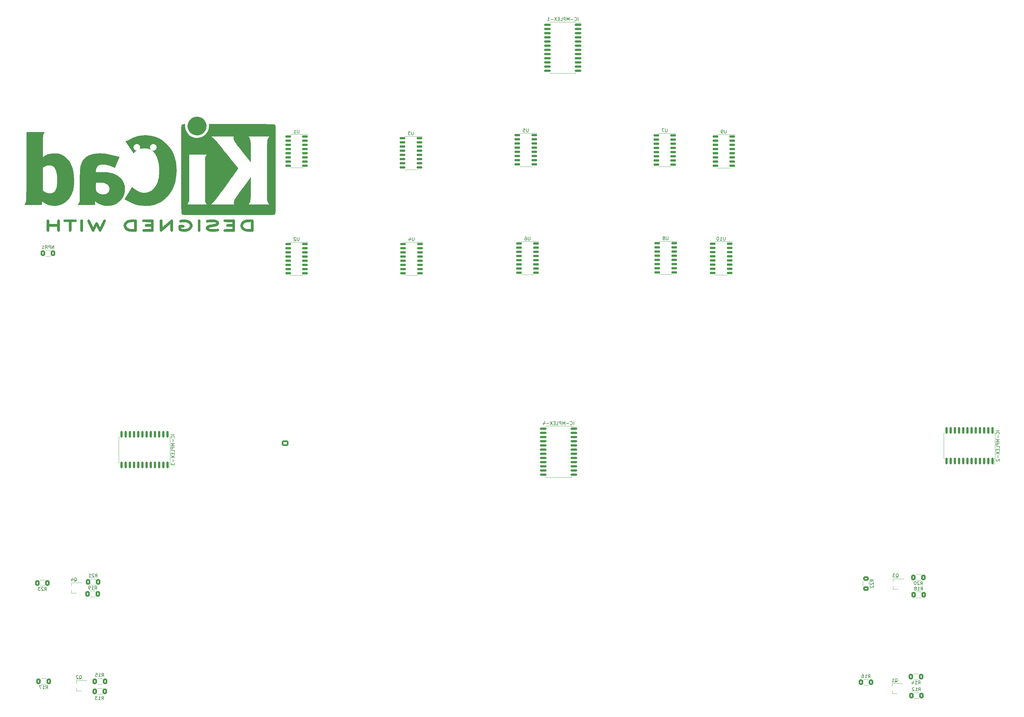
<source format=gbo>
%TF.GenerationSoftware,KiCad,Pcbnew,(5.99.0-11071-g7fde05e8ee)*%
%TF.CreationDate,2021-09-22T13:11:59+02:00*%
%TF.ProjectId,Mixduino,4d697864-7569-46e6-9f2e-6b696361645f,rev?*%
%TF.SameCoordinates,Original*%
%TF.FileFunction,Legend,Bot*%
%TF.FilePolarity,Positive*%
%FSLAX46Y46*%
G04 Gerber Fmt 4.6, Leading zero omitted, Abs format (unit mm)*
G04 Created by KiCad (PCBNEW (5.99.0-11071-g7fde05e8ee)) date 2021-09-22 13:11:59*
%MOMM*%
%LPD*%
G01*
G04 APERTURE LIST*
G04 Aperture macros list*
%AMRoundRect*
0 Rectangle with rounded corners*
0 $1 Rounding radius*
0 $2 $3 $4 $5 $6 $7 $8 $9 X,Y pos of 4 corners*
0 Add a 4 corners polygon primitive as box body*
4,1,4,$2,$3,$4,$5,$6,$7,$8,$9,$2,$3,0*
0 Add four circle primitives for the rounded corners*
1,1,$1+$1,$2,$3*
1,1,$1+$1,$4,$5*
1,1,$1+$1,$6,$7*
1,1,$1+$1,$8,$9*
0 Add four rect primitives between the rounded corners*
20,1,$1+$1,$2,$3,$4,$5,0*
20,1,$1+$1,$4,$5,$6,$7,0*
20,1,$1+$1,$6,$7,$8,$9,0*
20,1,$1+$1,$8,$9,$2,$3,0*%
G04 Aperture macros list end*
%ADD10C,0.150000*%
%ADD11C,0.120000*%
%ADD12C,0.010000*%
%ADD13R,1.800000X1.800000*%
%ADD14C,1.800000*%
%ADD15C,2.000000*%
%ADD16O,1.600000X2.400000*%
%ADD17O,1.600000X2.462000*%
%ADD18C,3.600000*%
%ADD19C,6.400000*%
%ADD20C,5.600000*%
%ADD21C,3.200000*%
%ADD22C,4.000000*%
%ADD23RoundRect,0.250000X-0.725000X0.600000X-0.725000X-0.600000X0.725000X-0.600000X0.725000X0.600000X0*%
%ADD24O,1.950000X1.700000*%
%ADD25R,2.000000X2.000000*%
%ADD26O,1.727200X1.727200*%
%ADD27RoundRect,0.250000X-0.400000X-0.625000X0.400000X-0.625000X0.400000X0.625000X-0.400000X0.625000X0*%
%ADD28R,1.900000X0.800000*%
%ADD29RoundRect,0.250000X0.400000X0.625000X-0.400000X0.625000X-0.400000X-0.625000X0.400000X-0.625000X0*%
%ADD30RoundRect,0.150000X0.150000X-0.875000X0.150000X0.875000X-0.150000X0.875000X-0.150000X-0.875000X0*%
%ADD31RoundRect,0.250000X0.625000X-0.400000X0.625000X0.400000X-0.625000X0.400000X-0.625000X-0.400000X0*%
%ADD32RoundRect,0.150000X0.725000X0.150000X-0.725000X0.150000X-0.725000X-0.150000X0.725000X-0.150000X0*%
%ADD33RoundRect,0.150000X0.875000X0.150000X-0.875000X0.150000X-0.875000X-0.150000X0.875000X-0.150000X0*%
G04 APERTURE END LIST*
D10*
X160842857Y-281852380D02*
X161176190Y-281376190D01*
X161414285Y-281852380D02*
X161414285Y-280852380D01*
X161033333Y-280852380D01*
X160938095Y-280900000D01*
X160890476Y-280947619D01*
X160842857Y-281042857D01*
X160842857Y-281185714D01*
X160890476Y-281280952D01*
X160938095Y-281328571D01*
X161033333Y-281376190D01*
X161414285Y-281376190D01*
X159890476Y-281852380D02*
X160461904Y-281852380D01*
X160176190Y-281852380D02*
X160176190Y-280852380D01*
X160271428Y-280995238D01*
X160366666Y-281090476D01*
X160461904Y-281138095D01*
X158985714Y-280852380D02*
X159461904Y-280852380D01*
X159509523Y-281328571D01*
X159461904Y-281280952D01*
X159366666Y-281233333D01*
X159128571Y-281233333D01*
X159033333Y-281280952D01*
X158985714Y-281328571D01*
X158938095Y-281423809D01*
X158938095Y-281661904D01*
X158985714Y-281757142D01*
X159033333Y-281804761D01*
X159128571Y-281852380D01*
X159366666Y-281852380D01*
X159461904Y-281804761D01*
X159509523Y-281757142D01*
X402095238Y-251747619D02*
X402190476Y-251700000D01*
X402285714Y-251604761D01*
X402428571Y-251461904D01*
X402523809Y-251414285D01*
X402619047Y-251414285D01*
X402571428Y-251652380D02*
X402666666Y-251604761D01*
X402761904Y-251509523D01*
X402809523Y-251319047D01*
X402809523Y-250985714D01*
X402761904Y-250795238D01*
X402666666Y-250700000D01*
X402571428Y-250652380D01*
X402380952Y-250652380D01*
X402285714Y-250700000D01*
X402190476Y-250795238D01*
X402142857Y-250985714D01*
X402142857Y-251319047D01*
X402190476Y-251509523D01*
X402285714Y-251604761D01*
X402380952Y-251652380D01*
X402571428Y-251652380D01*
X401809523Y-250652380D02*
X401190476Y-250652380D01*
X401523809Y-251033333D01*
X401380952Y-251033333D01*
X401285714Y-251080952D01*
X401238095Y-251128571D01*
X401190476Y-251223809D01*
X401190476Y-251461904D01*
X401238095Y-251557142D01*
X401285714Y-251604761D01*
X401380952Y-251652380D01*
X401666666Y-251652380D01*
X401761904Y-251604761D01*
X401809523Y-251557142D01*
X146261904Y-151794380D02*
X146261904Y-150794380D01*
X145690476Y-151794380D01*
X145690476Y-150794380D01*
X145214285Y-151794380D02*
X145214285Y-150794380D01*
X144833333Y-150794380D01*
X144738095Y-150842000D01*
X144690476Y-150889619D01*
X144642857Y-150984857D01*
X144642857Y-151127714D01*
X144690476Y-151222952D01*
X144738095Y-151270571D01*
X144833333Y-151318190D01*
X145214285Y-151318190D01*
X143642857Y-151794380D02*
X143976190Y-151318190D01*
X144214285Y-151794380D02*
X144214285Y-150794380D01*
X143833333Y-150794380D01*
X143738095Y-150842000D01*
X143690476Y-150889619D01*
X143642857Y-150984857D01*
X143642857Y-151127714D01*
X143690476Y-151222952D01*
X143738095Y-151270571D01*
X143833333Y-151318190D01*
X144214285Y-151318190D01*
X142690476Y-151794380D02*
X143261904Y-151794380D01*
X142976190Y-151794380D02*
X142976190Y-150794380D01*
X143071428Y-150937238D01*
X143166666Y-151032476D01*
X143261904Y-151080095D01*
X153995238Y-282647619D02*
X154090476Y-282600000D01*
X154185714Y-282504761D01*
X154328571Y-282361904D01*
X154423809Y-282314285D01*
X154519047Y-282314285D01*
X154471428Y-282552380D02*
X154566666Y-282504761D01*
X154661904Y-282409523D01*
X154709523Y-282219047D01*
X154709523Y-281885714D01*
X154661904Y-281695238D01*
X154566666Y-281600000D01*
X154471428Y-281552380D01*
X154280952Y-281552380D01*
X154185714Y-281600000D01*
X154090476Y-281695238D01*
X154042857Y-281885714D01*
X154042857Y-282219047D01*
X154090476Y-282409523D01*
X154185714Y-282504761D01*
X154280952Y-282552380D01*
X154471428Y-282552380D01*
X153661904Y-281647619D02*
X153614285Y-281600000D01*
X153519047Y-281552380D01*
X153280952Y-281552380D01*
X153185714Y-281600000D01*
X153138095Y-281647619D01*
X153090476Y-281742857D01*
X153090476Y-281838095D01*
X153138095Y-281980952D01*
X153709523Y-282552380D01*
X153090476Y-282552380D01*
X433502380Y-207080952D02*
X432502380Y-207080952D01*
X433407142Y-208128571D02*
X433454761Y-208080952D01*
X433502380Y-207938095D01*
X433502380Y-207842857D01*
X433454761Y-207700000D01*
X433359523Y-207604761D01*
X433264285Y-207557142D01*
X433073809Y-207509523D01*
X432930952Y-207509523D01*
X432740476Y-207557142D01*
X432645238Y-207604761D01*
X432550000Y-207700000D01*
X432502380Y-207842857D01*
X432502380Y-207938095D01*
X432550000Y-208080952D01*
X432597619Y-208128571D01*
X433121428Y-208557142D02*
X433121428Y-209319047D01*
X433502380Y-209795238D02*
X432502380Y-209795238D01*
X433216666Y-210128571D01*
X432502380Y-210461904D01*
X433502380Y-210461904D01*
X433502380Y-210938095D02*
X432502380Y-210938095D01*
X432502380Y-211319047D01*
X432550000Y-211414285D01*
X432597619Y-211461904D01*
X432692857Y-211509523D01*
X432835714Y-211509523D01*
X432930952Y-211461904D01*
X432978571Y-211414285D01*
X433026190Y-211319047D01*
X433026190Y-210938095D01*
X433502380Y-212414285D02*
X433502380Y-211938095D01*
X432502380Y-211938095D01*
X432978571Y-212747619D02*
X432978571Y-213080952D01*
X433502380Y-213223809D02*
X433502380Y-212747619D01*
X432502380Y-212747619D01*
X432502380Y-213223809D01*
X432502380Y-213557142D02*
X433502380Y-214223809D01*
X432502380Y-214223809D02*
X433502380Y-213557142D01*
X433121428Y-214604761D02*
X433121428Y-215366666D01*
X432597619Y-215795238D02*
X432550000Y-215842857D01*
X432502380Y-215938095D01*
X432502380Y-216176190D01*
X432550000Y-216271428D01*
X432597619Y-216319047D01*
X432692857Y-216366666D01*
X432788095Y-216366666D01*
X432930952Y-216319047D01*
X433502380Y-215747619D01*
X433502380Y-216366666D01*
X395272380Y-252957142D02*
X394796190Y-252623809D01*
X395272380Y-252385714D02*
X394272380Y-252385714D01*
X394272380Y-252766666D01*
X394320000Y-252861904D01*
X394367619Y-252909523D01*
X394462857Y-252957142D01*
X394605714Y-252957142D01*
X394700952Y-252909523D01*
X394748571Y-252861904D01*
X394796190Y-252766666D01*
X394796190Y-252385714D01*
X394367619Y-253338095D02*
X394320000Y-253385714D01*
X394272380Y-253480952D01*
X394272380Y-253719047D01*
X394320000Y-253814285D01*
X394367619Y-253861904D01*
X394462857Y-253909523D01*
X394558095Y-253909523D01*
X394700952Y-253861904D01*
X395272380Y-253290476D01*
X395272380Y-253909523D01*
X394367619Y-254290476D02*
X394320000Y-254338095D01*
X394272380Y-254433333D01*
X394272380Y-254671428D01*
X394320000Y-254766666D01*
X394367619Y-254814285D01*
X394462857Y-254861904D01*
X394558095Y-254861904D01*
X394700952Y-254814285D01*
X395272380Y-254242857D01*
X395272380Y-254861904D01*
X290431504Y-115312980D02*
X290431504Y-116122504D01*
X290383885Y-116217742D01*
X290336266Y-116265361D01*
X290241028Y-116312980D01*
X290050552Y-116312980D01*
X289955314Y-116265361D01*
X289907695Y-116217742D01*
X289860076Y-116122504D01*
X289860076Y-115312980D01*
X288907695Y-115312980D02*
X289383885Y-115312980D01*
X289431504Y-115789171D01*
X289383885Y-115741552D01*
X289288647Y-115693933D01*
X289050552Y-115693933D01*
X288955314Y-115741552D01*
X288907695Y-115789171D01*
X288860076Y-115884409D01*
X288860076Y-116122504D01*
X288907695Y-116217742D01*
X288955314Y-116265361D01*
X289050552Y-116312980D01*
X289288647Y-116312980D01*
X289383885Y-116265361D01*
X289431504Y-116217742D01*
X220776704Y-115675580D02*
X220776704Y-116485104D01*
X220729085Y-116580342D01*
X220681466Y-116627961D01*
X220586228Y-116675580D01*
X220395752Y-116675580D01*
X220300514Y-116627961D01*
X220252895Y-116580342D01*
X220205276Y-116485104D01*
X220205276Y-115675580D01*
X219205276Y-116675580D02*
X219776704Y-116675580D01*
X219490990Y-116675580D02*
X219490990Y-115675580D01*
X219586228Y-115818438D01*
X219681466Y-115913676D01*
X219776704Y-115961295D01*
X220776704Y-148375580D02*
X220776704Y-149185104D01*
X220729085Y-149280342D01*
X220681466Y-149327961D01*
X220586228Y-149375580D01*
X220395752Y-149375580D01*
X220300514Y-149327961D01*
X220252895Y-149280342D01*
X220205276Y-149185104D01*
X220205276Y-148375580D01*
X219776704Y-148470819D02*
X219729085Y-148423200D01*
X219633847Y-148375580D01*
X219395752Y-148375580D01*
X219300514Y-148423200D01*
X219252895Y-148470819D01*
X219205276Y-148566057D01*
X219205276Y-148661295D01*
X219252895Y-148804152D01*
X219824323Y-149375580D01*
X219205276Y-149375580D01*
X408842857Y-284172380D02*
X409176190Y-283696190D01*
X409414285Y-284172380D02*
X409414285Y-283172380D01*
X409033333Y-283172380D01*
X408938095Y-283220000D01*
X408890476Y-283267619D01*
X408842857Y-283362857D01*
X408842857Y-283505714D01*
X408890476Y-283600952D01*
X408938095Y-283648571D01*
X409033333Y-283696190D01*
X409414285Y-283696190D01*
X407890476Y-284172380D02*
X408461904Y-284172380D01*
X408176190Y-284172380D02*
X408176190Y-283172380D01*
X408271428Y-283315238D01*
X408366666Y-283410476D01*
X408461904Y-283458095D01*
X407033333Y-283505714D02*
X407033333Y-284172380D01*
X407271428Y-283124761D02*
X407509523Y-283839047D01*
X406890476Y-283839047D01*
X152495238Y-252947619D02*
X152590476Y-252900000D01*
X152685714Y-252804761D01*
X152828571Y-252661904D01*
X152923809Y-252614285D01*
X153019047Y-252614285D01*
X152971428Y-252852380D02*
X153066666Y-252804761D01*
X153161904Y-252709523D01*
X153209523Y-252519047D01*
X153209523Y-252185714D01*
X153161904Y-251995238D01*
X153066666Y-251900000D01*
X152971428Y-251852380D01*
X152780952Y-251852380D01*
X152685714Y-251900000D01*
X152590476Y-251995238D01*
X152542857Y-252185714D01*
X152542857Y-252519047D01*
X152590476Y-252709523D01*
X152685714Y-252804761D01*
X152780952Y-252852380D01*
X152971428Y-252852380D01*
X151685714Y-252185714D02*
X151685714Y-252852380D01*
X151923809Y-251804761D02*
X152161904Y-252519047D01*
X151542857Y-252519047D01*
X332612904Y-115345380D02*
X332612904Y-116154904D01*
X332565285Y-116250142D01*
X332517666Y-116297761D01*
X332422428Y-116345380D01*
X332231952Y-116345380D01*
X332136714Y-116297761D01*
X332089095Y-116250142D01*
X332041476Y-116154904D01*
X332041476Y-115345380D01*
X331660523Y-115345380D02*
X330993857Y-115345380D01*
X331422428Y-116345380D01*
X409642857Y-255632380D02*
X409976190Y-255156190D01*
X410214285Y-255632380D02*
X410214285Y-254632380D01*
X409833333Y-254632380D01*
X409738095Y-254680000D01*
X409690476Y-254727619D01*
X409642857Y-254822857D01*
X409642857Y-254965714D01*
X409690476Y-255060952D01*
X409738095Y-255108571D01*
X409833333Y-255156190D01*
X410214285Y-255156190D01*
X408690476Y-255632380D02*
X409261904Y-255632380D01*
X408976190Y-255632380D02*
X408976190Y-254632380D01*
X409071428Y-254775238D01*
X409166666Y-254870476D01*
X409261904Y-254918095D01*
X408119047Y-255060952D02*
X408214285Y-255013333D01*
X408261904Y-254965714D01*
X408309523Y-254870476D01*
X408309523Y-254822857D01*
X408261904Y-254727619D01*
X408214285Y-254680000D01*
X408119047Y-254632380D01*
X407928571Y-254632380D01*
X407833333Y-254680000D01*
X407785714Y-254727619D01*
X407738095Y-254822857D01*
X407738095Y-254870476D01*
X407785714Y-254965714D01*
X407833333Y-255013333D01*
X407928571Y-255060952D01*
X408119047Y-255060952D01*
X408214285Y-255108571D01*
X408261904Y-255156190D01*
X408309523Y-255251428D01*
X408309523Y-255441904D01*
X408261904Y-255537142D01*
X408214285Y-255584761D01*
X408119047Y-255632380D01*
X407928571Y-255632380D01*
X407833333Y-255584761D01*
X407785714Y-255537142D01*
X407738095Y-255441904D01*
X407738095Y-255251428D01*
X407785714Y-255156190D01*
X407833333Y-255108571D01*
X407928571Y-255060952D01*
X408942857Y-286232380D02*
X409276190Y-285756190D01*
X409514285Y-286232380D02*
X409514285Y-285232380D01*
X409133333Y-285232380D01*
X409038095Y-285280000D01*
X408990476Y-285327619D01*
X408942857Y-285422857D01*
X408942857Y-285565714D01*
X408990476Y-285660952D01*
X409038095Y-285708571D01*
X409133333Y-285756190D01*
X409514285Y-285756190D01*
X407990476Y-286232380D02*
X408561904Y-286232380D01*
X408276190Y-286232380D02*
X408276190Y-285232380D01*
X408371428Y-285375238D01*
X408466666Y-285470476D01*
X408561904Y-285518095D01*
X407609523Y-285327619D02*
X407561904Y-285280000D01*
X407466666Y-285232380D01*
X407228571Y-285232380D01*
X407133333Y-285280000D01*
X407085714Y-285327619D01*
X407038095Y-285422857D01*
X407038095Y-285518095D01*
X407085714Y-285660952D01*
X407657142Y-286232380D01*
X407038095Y-286232380D01*
X350570704Y-115726380D02*
X350570704Y-116535904D01*
X350523085Y-116631142D01*
X350475466Y-116678761D01*
X350380228Y-116726380D01*
X350189752Y-116726380D01*
X350094514Y-116678761D01*
X350046895Y-116631142D01*
X349999276Y-116535904D01*
X349999276Y-115726380D01*
X349475466Y-116726380D02*
X349284990Y-116726380D01*
X349189752Y-116678761D01*
X349142133Y-116631142D01*
X349046895Y-116488285D01*
X348999276Y-116297809D01*
X348999276Y-115916857D01*
X349046895Y-115821619D01*
X349094514Y-115774000D01*
X349189752Y-115726380D01*
X349380228Y-115726380D01*
X349475466Y-115774000D01*
X349523085Y-115821619D01*
X349570704Y-115916857D01*
X349570704Y-116154952D01*
X349523085Y-116250190D01*
X349475466Y-116297809D01*
X349380228Y-116345428D01*
X349189752Y-116345428D01*
X349094514Y-116297809D01*
X349046895Y-116250190D01*
X348999276Y-116154952D01*
X304219047Y-205302380D02*
X304219047Y-204302380D01*
X303171428Y-205207142D02*
X303219047Y-205254761D01*
X303361904Y-205302380D01*
X303457142Y-205302380D01*
X303600000Y-205254761D01*
X303695238Y-205159523D01*
X303742857Y-205064285D01*
X303790476Y-204873809D01*
X303790476Y-204730952D01*
X303742857Y-204540476D01*
X303695238Y-204445238D01*
X303600000Y-204350000D01*
X303457142Y-204302380D01*
X303361904Y-204302380D01*
X303219047Y-204350000D01*
X303171428Y-204397619D01*
X302742857Y-204921428D02*
X301980952Y-204921428D01*
X301504761Y-205302380D02*
X301504761Y-204302380D01*
X301171428Y-205016666D01*
X300838095Y-204302380D01*
X300838095Y-205302380D01*
X300361904Y-205302380D02*
X300361904Y-204302380D01*
X299980952Y-204302380D01*
X299885714Y-204350000D01*
X299838095Y-204397619D01*
X299790476Y-204492857D01*
X299790476Y-204635714D01*
X299838095Y-204730952D01*
X299885714Y-204778571D01*
X299980952Y-204826190D01*
X300361904Y-204826190D01*
X298885714Y-205302380D02*
X299361904Y-205302380D01*
X299361904Y-204302380D01*
X298552380Y-204778571D02*
X298219047Y-204778571D01*
X298076190Y-205302380D02*
X298552380Y-205302380D01*
X298552380Y-204302380D01*
X298076190Y-204302380D01*
X297742857Y-204302380D02*
X297076190Y-205302380D01*
X297076190Y-204302380D02*
X297742857Y-205302380D01*
X296695238Y-204921428D02*
X295933333Y-204921428D01*
X295028571Y-204635714D02*
X295028571Y-205302380D01*
X295266666Y-204254761D02*
X295504761Y-204969047D01*
X294885714Y-204969047D01*
X158742857Y-255332380D02*
X159076190Y-254856190D01*
X159314285Y-255332380D02*
X159314285Y-254332380D01*
X158933333Y-254332380D01*
X158838095Y-254380000D01*
X158790476Y-254427619D01*
X158742857Y-254522857D01*
X158742857Y-254665714D01*
X158790476Y-254760952D01*
X158838095Y-254808571D01*
X158933333Y-254856190D01*
X159314285Y-254856190D01*
X157790476Y-255332380D02*
X158361904Y-255332380D01*
X158076190Y-255332380D02*
X158076190Y-254332380D01*
X158171428Y-254475238D01*
X158266666Y-254570476D01*
X158361904Y-254618095D01*
X157314285Y-255332380D02*
X157123809Y-255332380D01*
X157028571Y-255284761D01*
X156980952Y-255237142D01*
X156885714Y-255094285D01*
X156838095Y-254903809D01*
X156838095Y-254522857D01*
X156885714Y-254427619D01*
X156933333Y-254380000D01*
X157028571Y-254332380D01*
X157219047Y-254332380D01*
X157314285Y-254380000D01*
X157361904Y-254427619D01*
X157409523Y-254522857D01*
X157409523Y-254760952D01*
X157361904Y-254856190D01*
X157314285Y-254903809D01*
X157219047Y-254951428D01*
X157028571Y-254951428D01*
X156933333Y-254903809D01*
X156885714Y-254856190D01*
X156838095Y-254760952D01*
X290931504Y-148212980D02*
X290931504Y-149022504D01*
X290883885Y-149117742D01*
X290836266Y-149165361D01*
X290741028Y-149212980D01*
X290550552Y-149212980D01*
X290455314Y-149165361D01*
X290407695Y-149117742D01*
X290360076Y-149022504D01*
X290360076Y-148212980D01*
X289455314Y-148212980D02*
X289645790Y-148212980D01*
X289741028Y-148260600D01*
X289788647Y-148308219D01*
X289883885Y-148451076D01*
X289931504Y-148641552D01*
X289931504Y-149022504D01*
X289883885Y-149117742D01*
X289836266Y-149165361D01*
X289741028Y-149212980D01*
X289550552Y-149212980D01*
X289455314Y-149165361D01*
X289407695Y-149117742D01*
X289360076Y-149022504D01*
X289360076Y-148784409D01*
X289407695Y-148689171D01*
X289455314Y-148641552D01*
X289550552Y-148593933D01*
X289741028Y-148593933D01*
X289836266Y-148641552D01*
X289883885Y-148689171D01*
X289931504Y-148784409D01*
X143842857Y-285572380D02*
X144176190Y-285096190D01*
X144414285Y-285572380D02*
X144414285Y-284572380D01*
X144033333Y-284572380D01*
X143938095Y-284620000D01*
X143890476Y-284667619D01*
X143842857Y-284762857D01*
X143842857Y-284905714D01*
X143890476Y-285000952D01*
X143938095Y-285048571D01*
X144033333Y-285096190D01*
X144414285Y-285096190D01*
X142890476Y-285572380D02*
X143461904Y-285572380D01*
X143176190Y-285572380D02*
X143176190Y-284572380D01*
X143271428Y-284715238D01*
X143366666Y-284810476D01*
X143461904Y-284858095D01*
X142557142Y-284572380D02*
X141890476Y-284572380D01*
X142319047Y-285572380D01*
X255701704Y-148365380D02*
X255701704Y-149174904D01*
X255654085Y-149270142D01*
X255606466Y-149317761D01*
X255511228Y-149365380D01*
X255320752Y-149365380D01*
X255225514Y-149317761D01*
X255177895Y-149270142D01*
X255130276Y-149174904D01*
X255130276Y-148365380D01*
X254225514Y-148698714D02*
X254225514Y-149365380D01*
X254463609Y-148317761D02*
X254701704Y-149032047D01*
X254082657Y-149032047D01*
X401795238Y-283547619D02*
X401890476Y-283500000D01*
X401985714Y-283404761D01*
X402128571Y-283261904D01*
X402223809Y-283214285D01*
X402319047Y-283214285D01*
X402271428Y-283452380D02*
X402366666Y-283404761D01*
X402461904Y-283309523D01*
X402509523Y-283119047D01*
X402509523Y-282785714D01*
X402461904Y-282595238D01*
X402366666Y-282500000D01*
X402271428Y-282452380D01*
X402080952Y-282452380D01*
X401985714Y-282500000D01*
X401890476Y-282595238D01*
X401842857Y-282785714D01*
X401842857Y-283119047D01*
X401890476Y-283309523D01*
X401985714Y-283404761D01*
X402080952Y-283452380D01*
X402271428Y-283452380D01*
X400890476Y-283452380D02*
X401461904Y-283452380D01*
X401176190Y-283452380D02*
X401176190Y-282452380D01*
X401271428Y-282595238D01*
X401366666Y-282690476D01*
X401461904Y-282738095D01*
X305519047Y-82502380D02*
X305519047Y-81502380D01*
X304471428Y-82407142D02*
X304519047Y-82454761D01*
X304661904Y-82502380D01*
X304757142Y-82502380D01*
X304900000Y-82454761D01*
X304995238Y-82359523D01*
X305042857Y-82264285D01*
X305090476Y-82073809D01*
X305090476Y-81930952D01*
X305042857Y-81740476D01*
X304995238Y-81645238D01*
X304900000Y-81550000D01*
X304757142Y-81502380D01*
X304661904Y-81502380D01*
X304519047Y-81550000D01*
X304471428Y-81597619D01*
X304042857Y-82121428D02*
X303280952Y-82121428D01*
X302804761Y-82502380D02*
X302804761Y-81502380D01*
X302471428Y-82216666D01*
X302138095Y-81502380D01*
X302138095Y-82502380D01*
X301661904Y-82502380D02*
X301661904Y-81502380D01*
X301280952Y-81502380D01*
X301185714Y-81550000D01*
X301138095Y-81597619D01*
X301090476Y-81692857D01*
X301090476Y-81835714D01*
X301138095Y-81930952D01*
X301185714Y-81978571D01*
X301280952Y-82026190D01*
X301661904Y-82026190D01*
X300185714Y-82502380D02*
X300661904Y-82502380D01*
X300661904Y-81502380D01*
X299852380Y-81978571D02*
X299519047Y-81978571D01*
X299376190Y-82502380D02*
X299852380Y-82502380D01*
X299852380Y-81502380D01*
X299376190Y-81502380D01*
X299042857Y-81502380D02*
X298376190Y-82502380D01*
X298376190Y-81502380D02*
X299042857Y-82502380D01*
X297995238Y-82121428D02*
X297233333Y-82121428D01*
X296233333Y-82502380D02*
X296804761Y-82502380D01*
X296519047Y-82502380D02*
X296519047Y-81502380D01*
X296614285Y-81645238D01*
X296709523Y-81740476D01*
X296804761Y-81788095D01*
X158842857Y-251652380D02*
X159176190Y-251176190D01*
X159414285Y-251652380D02*
X159414285Y-250652380D01*
X159033333Y-250652380D01*
X158938095Y-250700000D01*
X158890476Y-250747619D01*
X158842857Y-250842857D01*
X158842857Y-250985714D01*
X158890476Y-251080952D01*
X158938095Y-251128571D01*
X159033333Y-251176190D01*
X159414285Y-251176190D01*
X158461904Y-250747619D02*
X158414285Y-250700000D01*
X158319047Y-250652380D01*
X158080952Y-250652380D01*
X157985714Y-250700000D01*
X157938095Y-250747619D01*
X157890476Y-250842857D01*
X157890476Y-250938095D01*
X157938095Y-251080952D01*
X158509523Y-251652380D01*
X157890476Y-251652380D01*
X156938095Y-251652380D02*
X157509523Y-251652380D01*
X157223809Y-251652380D02*
X157223809Y-250652380D01*
X157319047Y-250795238D01*
X157414285Y-250890476D01*
X157509523Y-250938095D01*
X409542857Y-253972380D02*
X409876190Y-253496190D01*
X410114285Y-253972380D02*
X410114285Y-252972380D01*
X409733333Y-252972380D01*
X409638095Y-253020000D01*
X409590476Y-253067619D01*
X409542857Y-253162857D01*
X409542857Y-253305714D01*
X409590476Y-253400952D01*
X409638095Y-253448571D01*
X409733333Y-253496190D01*
X410114285Y-253496190D01*
X409161904Y-253067619D02*
X409114285Y-253020000D01*
X409019047Y-252972380D01*
X408780952Y-252972380D01*
X408685714Y-253020000D01*
X408638095Y-253067619D01*
X408590476Y-253162857D01*
X408590476Y-253258095D01*
X408638095Y-253400952D01*
X409209523Y-253972380D01*
X408590476Y-253972380D01*
X407971428Y-252972380D02*
X407876190Y-252972380D01*
X407780952Y-253020000D01*
X407733333Y-253067619D01*
X407685714Y-253162857D01*
X407638095Y-253353333D01*
X407638095Y-253591428D01*
X407685714Y-253781904D01*
X407733333Y-253877142D01*
X407780952Y-253924761D01*
X407876190Y-253972380D01*
X407971428Y-253972380D01*
X408066666Y-253924761D01*
X408114285Y-253877142D01*
X408161904Y-253781904D01*
X408209523Y-253591428D01*
X408209523Y-253353333D01*
X408161904Y-253162857D01*
X408114285Y-253067619D01*
X408066666Y-253020000D01*
X407971428Y-252972380D01*
X350234095Y-148263780D02*
X350234095Y-149073304D01*
X350186476Y-149168542D01*
X350138857Y-149216161D01*
X350043619Y-149263780D01*
X349853142Y-149263780D01*
X349757904Y-149216161D01*
X349710285Y-149168542D01*
X349662666Y-149073304D01*
X349662666Y-148263780D01*
X348662666Y-149263780D02*
X349234095Y-149263780D01*
X348948380Y-149263780D02*
X348948380Y-148263780D01*
X349043619Y-148406638D01*
X349138857Y-148501876D01*
X349234095Y-148549495D01*
X348043619Y-148263780D02*
X347948380Y-148263780D01*
X347853142Y-148311400D01*
X347805523Y-148359019D01*
X347757904Y-148454257D01*
X347710285Y-148644733D01*
X347710285Y-148882828D01*
X347757904Y-149073304D01*
X347805523Y-149168542D01*
X347853142Y-149216161D01*
X347948380Y-149263780D01*
X348043619Y-149263780D01*
X348138857Y-149216161D01*
X348186476Y-149168542D01*
X348234095Y-149073304D01*
X348281714Y-148882828D01*
X348281714Y-148644733D01*
X348234095Y-148454257D01*
X348186476Y-148359019D01*
X348138857Y-148311400D01*
X348043619Y-148263780D01*
X332887904Y-148110380D02*
X332887904Y-148919904D01*
X332840285Y-149015142D01*
X332792666Y-149062761D01*
X332697428Y-149110380D01*
X332506952Y-149110380D01*
X332411714Y-149062761D01*
X332364095Y-149015142D01*
X332316476Y-148919904D01*
X332316476Y-148110380D01*
X331697428Y-148538952D02*
X331792666Y-148491333D01*
X331840285Y-148443714D01*
X331887904Y-148348476D01*
X331887904Y-148300857D01*
X331840285Y-148205619D01*
X331792666Y-148158000D01*
X331697428Y-148110380D01*
X331506952Y-148110380D01*
X331411714Y-148158000D01*
X331364095Y-148205619D01*
X331316476Y-148300857D01*
X331316476Y-148348476D01*
X331364095Y-148443714D01*
X331411714Y-148491333D01*
X331506952Y-148538952D01*
X331697428Y-148538952D01*
X331792666Y-148586571D01*
X331840285Y-148634190D01*
X331887904Y-148729428D01*
X331887904Y-148919904D01*
X331840285Y-149015142D01*
X331792666Y-149062761D01*
X331697428Y-149110380D01*
X331506952Y-149110380D01*
X331411714Y-149062761D01*
X331364095Y-149015142D01*
X331316476Y-148919904D01*
X331316476Y-148729428D01*
X331364095Y-148634190D01*
X331411714Y-148586571D01*
X331506952Y-148538952D01*
X182902380Y-208280952D02*
X181902380Y-208280952D01*
X182807142Y-209328571D02*
X182854761Y-209280952D01*
X182902380Y-209138095D01*
X182902380Y-209042857D01*
X182854761Y-208900000D01*
X182759523Y-208804761D01*
X182664285Y-208757142D01*
X182473809Y-208709523D01*
X182330952Y-208709523D01*
X182140476Y-208757142D01*
X182045238Y-208804761D01*
X181950000Y-208900000D01*
X181902380Y-209042857D01*
X181902380Y-209138095D01*
X181950000Y-209280952D01*
X181997619Y-209328571D01*
X182521428Y-209757142D02*
X182521428Y-210519047D01*
X182902380Y-210995238D02*
X181902380Y-210995238D01*
X182616666Y-211328571D01*
X181902380Y-211661904D01*
X182902380Y-211661904D01*
X182902380Y-212138095D02*
X181902380Y-212138095D01*
X181902380Y-212519047D01*
X181950000Y-212614285D01*
X181997619Y-212661904D01*
X182092857Y-212709523D01*
X182235714Y-212709523D01*
X182330952Y-212661904D01*
X182378571Y-212614285D01*
X182426190Y-212519047D01*
X182426190Y-212138095D01*
X182902380Y-213614285D02*
X182902380Y-213138095D01*
X181902380Y-213138095D01*
X182378571Y-213947619D02*
X182378571Y-214280952D01*
X182902380Y-214423809D02*
X182902380Y-213947619D01*
X181902380Y-213947619D01*
X181902380Y-214423809D01*
X181902380Y-214757142D02*
X182902380Y-215423809D01*
X181902380Y-215423809D02*
X182902380Y-214757142D01*
X182521428Y-215804761D02*
X182521428Y-216566666D01*
X181902380Y-216947619D02*
X181902380Y-217566666D01*
X182283333Y-217233333D01*
X182283333Y-217376190D01*
X182330952Y-217471428D01*
X182378571Y-217519047D01*
X182473809Y-217566666D01*
X182711904Y-217566666D01*
X182807142Y-217519047D01*
X182854761Y-217471428D01*
X182902380Y-217376190D01*
X182902380Y-217090476D01*
X182854761Y-216995238D01*
X182807142Y-216947619D01*
X143442857Y-255672380D02*
X143776190Y-255196190D01*
X144014285Y-255672380D02*
X144014285Y-254672380D01*
X143633333Y-254672380D01*
X143538095Y-254720000D01*
X143490476Y-254767619D01*
X143442857Y-254862857D01*
X143442857Y-255005714D01*
X143490476Y-255100952D01*
X143538095Y-255148571D01*
X143633333Y-255196190D01*
X144014285Y-255196190D01*
X143061904Y-254767619D02*
X143014285Y-254720000D01*
X142919047Y-254672380D01*
X142680952Y-254672380D01*
X142585714Y-254720000D01*
X142538095Y-254767619D01*
X142490476Y-254862857D01*
X142490476Y-254958095D01*
X142538095Y-255100952D01*
X143109523Y-255672380D01*
X142490476Y-255672380D01*
X142157142Y-254672380D02*
X141538095Y-254672380D01*
X141871428Y-255053333D01*
X141728571Y-255053333D01*
X141633333Y-255100952D01*
X141585714Y-255148571D01*
X141538095Y-255243809D01*
X141538095Y-255481904D01*
X141585714Y-255577142D01*
X141633333Y-255624761D01*
X141728571Y-255672380D01*
X142014285Y-255672380D01*
X142109523Y-255624761D01*
X142157142Y-255577142D01*
X160791457Y-288886580D02*
X161124790Y-288410390D01*
X161362885Y-288886580D02*
X161362885Y-287886580D01*
X160981933Y-287886580D01*
X160886695Y-287934200D01*
X160839076Y-287981819D01*
X160791457Y-288077057D01*
X160791457Y-288219914D01*
X160839076Y-288315152D01*
X160886695Y-288362771D01*
X160981933Y-288410390D01*
X161362885Y-288410390D01*
X159839076Y-288886580D02*
X160410504Y-288886580D01*
X160124790Y-288886580D02*
X160124790Y-287886580D01*
X160220028Y-288029438D01*
X160315266Y-288124676D01*
X160410504Y-288172295D01*
X159505742Y-287886580D02*
X158886695Y-287886580D01*
X159220028Y-288267533D01*
X159077171Y-288267533D01*
X158981933Y-288315152D01*
X158934314Y-288362771D01*
X158886695Y-288458009D01*
X158886695Y-288696104D01*
X158934314Y-288791342D01*
X158981933Y-288838961D01*
X159077171Y-288886580D01*
X159362885Y-288886580D01*
X159458123Y-288838961D01*
X159505742Y-288791342D01*
X255498504Y-116234380D02*
X255498504Y-117043904D01*
X255450885Y-117139142D01*
X255403266Y-117186761D01*
X255308028Y-117234380D01*
X255117552Y-117234380D01*
X255022314Y-117186761D01*
X254974695Y-117139142D01*
X254927076Y-117043904D01*
X254927076Y-116234380D01*
X254546123Y-116234380D02*
X253927076Y-116234380D01*
X254260409Y-116615333D01*
X254117552Y-116615333D01*
X254022314Y-116662952D01*
X253974695Y-116710571D01*
X253927076Y-116805809D01*
X253927076Y-117043904D01*
X253974695Y-117139142D01*
X254022314Y-117186761D01*
X254117552Y-117234380D01*
X254403266Y-117234380D01*
X254498504Y-117186761D01*
X254546123Y-117139142D01*
X393642857Y-282232380D02*
X393976190Y-281756190D01*
X394214285Y-282232380D02*
X394214285Y-281232380D01*
X393833333Y-281232380D01*
X393738095Y-281280000D01*
X393690476Y-281327619D01*
X393642857Y-281422857D01*
X393642857Y-281565714D01*
X393690476Y-281660952D01*
X393738095Y-281708571D01*
X393833333Y-281756190D01*
X394214285Y-281756190D01*
X392690476Y-282232380D02*
X393261904Y-282232380D01*
X392976190Y-282232380D02*
X392976190Y-281232380D01*
X393071428Y-281375238D01*
X393166666Y-281470476D01*
X393261904Y-281518095D01*
X391833333Y-281232380D02*
X392023809Y-281232380D01*
X392119047Y-281280000D01*
X392166666Y-281327619D01*
X392261904Y-281470476D01*
X392309523Y-281660952D01*
X392309523Y-282041904D01*
X392261904Y-282137142D01*
X392214285Y-282184761D01*
X392119047Y-282232380D01*
X391928571Y-282232380D01*
X391833333Y-282184761D01*
X391785714Y-282137142D01*
X391738095Y-282041904D01*
X391738095Y-281803809D01*
X391785714Y-281708571D01*
X391833333Y-281660952D01*
X391928571Y-281613333D01*
X392119047Y-281613333D01*
X392214285Y-281660952D01*
X392261904Y-281708571D01*
X392309523Y-281803809D01*
D11*
X159572936Y-284210000D02*
X161027064Y-284210000D01*
X159572936Y-282390000D02*
X161027064Y-282390000D01*
X401240000Y-255280000D02*
X401240000Y-254350000D01*
X401240000Y-252120000D02*
X404400000Y-252120000D01*
X401240000Y-255280000D02*
X402700000Y-255280000D01*
X401240000Y-252120000D02*
X401240000Y-253050000D01*
D12*
X144369882Y-142944666D02*
X144212990Y-143055879D01*
X144212990Y-143055879D02*
X144074445Y-143194425D01*
X144074445Y-143194425D02*
X144074445Y-144741600D01*
X144074445Y-144741600D02*
X144074807Y-145200996D01*
X144074807Y-145200996D02*
X144076523Y-145561199D01*
X144076523Y-145561199D02*
X144080537Y-145835901D01*
X144080537Y-145835901D02*
X144087795Y-146038799D01*
X144087795Y-146038799D02*
X144099241Y-146183586D01*
X144099241Y-146183586D02*
X144115819Y-146283956D01*
X144115819Y-146283956D02*
X144138475Y-146353605D01*
X144138475Y-146353605D02*
X144168152Y-146406226D01*
X144168152Y-146406226D02*
X144191430Y-146437499D01*
X144191430Y-146437499D02*
X144345086Y-146560367D01*
X144345086Y-146560367D02*
X144521518Y-146573703D01*
X144521518Y-146573703D02*
X144682774Y-146498355D01*
X144682774Y-146498355D02*
X144736059Y-146453871D01*
X144736059Y-146453871D02*
X144771678Y-146394783D01*
X144771678Y-146394783D02*
X144793162Y-146299631D01*
X144793162Y-146299631D02*
X144804044Y-146146960D01*
X144804044Y-146146960D02*
X144807858Y-145915309D01*
X144807858Y-145915309D02*
X144808223Y-145736355D01*
X144808223Y-145736355D02*
X144808223Y-145062223D01*
X144808223Y-145062223D02*
X147291778Y-145062223D01*
X147291778Y-145062223D02*
X147291778Y-145675499D01*
X147291778Y-145675499D02*
X147294346Y-145955934D01*
X147294346Y-145955934D02*
X147304621Y-146148663D01*
X147304621Y-146148663D02*
X147326460Y-146278807D01*
X147326460Y-146278807D02*
X147363718Y-146371484D01*
X147363718Y-146371484D02*
X147408764Y-146437499D01*
X147408764Y-146437499D02*
X147563279Y-146560022D01*
X147563279Y-146560022D02*
X147738020Y-146574530D01*
X147738020Y-146574530D02*
X147905307Y-146487445D01*
X147905307Y-146487445D02*
X147950979Y-146441793D01*
X147950979Y-146441793D02*
X147983237Y-146381273D01*
X147983237Y-146381273D02*
X148004513Y-146287003D01*
X148004513Y-146287003D02*
X148017241Y-146140101D01*
X148017241Y-146140101D02*
X148023853Y-145921686D01*
X148023853Y-145921686D02*
X148026783Y-145612875D01*
X148026783Y-145612875D02*
X148027126Y-145542000D01*
X148027126Y-145542000D02*
X148029545Y-144960154D01*
X148029545Y-144960154D02*
X148030792Y-144480635D01*
X148030792Y-144480635D02*
X148030386Y-144092884D01*
X148030386Y-144092884D02*
X148027845Y-143786343D01*
X148027845Y-143786343D02*
X148022688Y-143550451D01*
X148022688Y-143550451D02*
X148014435Y-143374651D01*
X148014435Y-143374651D02*
X148002603Y-143248382D01*
X148002603Y-143248382D02*
X147986712Y-143161086D01*
X147986712Y-143161086D02*
X147966281Y-143102203D01*
X147966281Y-143102203D02*
X147940828Y-143061173D01*
X147940828Y-143061173D02*
X147912667Y-143030223D01*
X147912667Y-143030223D02*
X147753360Y-142931218D01*
X147753360Y-142931218D02*
X147587216Y-142944666D01*
X147587216Y-142944666D02*
X147430324Y-143055879D01*
X147430324Y-143055879D02*
X147366836Y-143127631D01*
X147366836Y-143127631D02*
X147326367Y-143206888D01*
X147326367Y-143206888D02*
X147303787Y-143319769D01*
X147303787Y-143319769D02*
X147293967Y-143492392D01*
X147293967Y-143492392D02*
X147291780Y-143750878D01*
X147291780Y-143750878D02*
X147291778Y-143761435D01*
X147291778Y-143761435D02*
X147291778Y-144328445D01*
X147291778Y-144328445D02*
X144808223Y-144328445D01*
X144808223Y-144328445D02*
X144808223Y-143735778D01*
X144808223Y-143735778D02*
X144805688Y-143462738D01*
X144805688Y-143462738D02*
X144795510Y-143278374D01*
X144795510Y-143278374D02*
X144773822Y-143158536D01*
X144773822Y-143158536D02*
X144736763Y-143079075D01*
X144736763Y-143079075D02*
X144695334Y-143030223D01*
X144695334Y-143030223D02*
X144536027Y-142931218D01*
X144536027Y-142931218D02*
X144369882Y-142944666D01*
X144369882Y-142944666D02*
X144369882Y-142944666D01*
G36*
X147912667Y-143030223D02*
G01*
X147940828Y-143061173D01*
X147966281Y-143102203D01*
X147986712Y-143161086D01*
X148002603Y-143248382D01*
X148014435Y-143374651D01*
X148022688Y-143550451D01*
X148027845Y-143786343D01*
X148030386Y-144092884D01*
X148030792Y-144480635D01*
X148029545Y-144960154D01*
X148027126Y-145542000D01*
X148026783Y-145612875D01*
X148023853Y-145921686D01*
X148017241Y-146140101D01*
X148004513Y-146287003D01*
X147983237Y-146381273D01*
X147950979Y-146441793D01*
X147905307Y-146487445D01*
X147738020Y-146574530D01*
X147563279Y-146560022D01*
X147408764Y-146437499D01*
X147363718Y-146371484D01*
X147326460Y-146278807D01*
X147304621Y-146148663D01*
X147294346Y-145955934D01*
X147291778Y-145675499D01*
X147291778Y-145062223D01*
X144808223Y-145062223D01*
X144808223Y-145736355D01*
X144807858Y-145915309D01*
X144804044Y-146146960D01*
X144793162Y-146299631D01*
X144771678Y-146394783D01*
X144736059Y-146453871D01*
X144682774Y-146498355D01*
X144521518Y-146573703D01*
X144345086Y-146560367D01*
X144191430Y-146437499D01*
X144168152Y-146406226D01*
X144138475Y-146353605D01*
X144115819Y-146283956D01*
X144099241Y-146183586D01*
X144087795Y-146038799D01*
X144080537Y-145835901D01*
X144076523Y-145561199D01*
X144074807Y-145200996D01*
X144074445Y-144741600D01*
X144074445Y-143194425D01*
X144212990Y-143055879D01*
X144369882Y-142944666D01*
X144536027Y-142931218D01*
X144695334Y-143030223D01*
X144736763Y-143079075D01*
X144773822Y-143158536D01*
X144795510Y-143278374D01*
X144805688Y-143462738D01*
X144808223Y-143735778D01*
X144808223Y-144328445D01*
X147291778Y-144328445D01*
X147291778Y-143761435D01*
X147291780Y-143750878D01*
X147293967Y-143492392D01*
X147303787Y-143319769D01*
X147326367Y-143206888D01*
X147366836Y-143127631D01*
X147430324Y-143055879D01*
X147587216Y-142944666D01*
X147753360Y-142931218D01*
X147912667Y-143030223D01*
G37*
X147912667Y-143030223D02*
X147940828Y-143061173D01*
X147966281Y-143102203D01*
X147986712Y-143161086D01*
X148002603Y-143248382D01*
X148014435Y-143374651D01*
X148022688Y-143550451D01*
X148027845Y-143786343D01*
X148030386Y-144092884D01*
X148030792Y-144480635D01*
X148029545Y-144960154D01*
X148027126Y-145542000D01*
X148026783Y-145612875D01*
X148023853Y-145921686D01*
X148017241Y-146140101D01*
X148004513Y-146287003D01*
X147983237Y-146381273D01*
X147950979Y-146441793D01*
X147905307Y-146487445D01*
X147738020Y-146574530D01*
X147563279Y-146560022D01*
X147408764Y-146437499D01*
X147363718Y-146371484D01*
X147326460Y-146278807D01*
X147304621Y-146148663D01*
X147294346Y-145955934D01*
X147291778Y-145675499D01*
X147291778Y-145062223D01*
X144808223Y-145062223D01*
X144808223Y-145736355D01*
X144807858Y-145915309D01*
X144804044Y-146146960D01*
X144793162Y-146299631D01*
X144771678Y-146394783D01*
X144736059Y-146453871D01*
X144682774Y-146498355D01*
X144521518Y-146573703D01*
X144345086Y-146560367D01*
X144191430Y-146437499D01*
X144168152Y-146406226D01*
X144138475Y-146353605D01*
X144115819Y-146283956D01*
X144099241Y-146183586D01*
X144087795Y-146038799D01*
X144080537Y-145835901D01*
X144076523Y-145561199D01*
X144074807Y-145200996D01*
X144074445Y-144741600D01*
X144074445Y-143194425D01*
X144212990Y-143055879D01*
X144369882Y-142944666D01*
X144536027Y-142931218D01*
X144695334Y-143030223D01*
X144736763Y-143079075D01*
X144773822Y-143158536D01*
X144795510Y-143278374D01*
X144805688Y-143462738D01*
X144808223Y-143735778D01*
X144808223Y-144328445D01*
X147291778Y-144328445D01*
X147291778Y-143761435D01*
X147291780Y-143750878D01*
X147293967Y-143492392D01*
X147303787Y-143319769D01*
X147326367Y-143206888D01*
X147366836Y-143127631D01*
X147430324Y-143055879D01*
X147587216Y-142944666D01*
X147753360Y-142931218D01*
X147912667Y-143030223D01*
X190133111Y-143030223D02*
X190100207Y-143068089D01*
X190100207Y-143068089D02*
X190074396Y-143116937D01*
X190074396Y-143116937D02*
X190054819Y-143189855D01*
X190054819Y-143189855D02*
X190040618Y-143299926D01*
X190040618Y-143299926D02*
X190030936Y-143460238D01*
X190030936Y-143460238D02*
X190024914Y-143683875D01*
X190024914Y-143683875D02*
X190021695Y-143983925D01*
X190021695Y-143983925D02*
X190020420Y-144373472D01*
X190020420Y-144373472D02*
X190020223Y-144751778D01*
X190020223Y-144751778D02*
X190020571Y-145221012D01*
X190020571Y-145221012D02*
X190022187Y-145590444D01*
X190022187Y-145590444D02*
X190025931Y-145873159D01*
X190025931Y-145873159D02*
X190032658Y-146082244D01*
X190032658Y-146082244D02*
X190043229Y-146230784D01*
X190043229Y-146230784D02*
X190058500Y-146331864D01*
X190058500Y-146331864D02*
X190079330Y-146398572D01*
X190079330Y-146398572D02*
X190106578Y-146443991D01*
X190106578Y-146443991D02*
X190133111Y-146473334D01*
X190133111Y-146473334D02*
X190298129Y-146571736D01*
X190298129Y-146571736D02*
X190473956Y-146562905D01*
X190473956Y-146562905D02*
X190631272Y-146455585D01*
X190631272Y-146455585D02*
X190667418Y-146413684D01*
X190667418Y-146413684D02*
X190695667Y-146365070D01*
X190695667Y-146365070D02*
X190716992Y-146296304D01*
X190716992Y-146296304D02*
X190732366Y-146193947D01*
X190732366Y-146193947D02*
X190742760Y-146044561D01*
X190742760Y-146044561D02*
X190749149Y-145834706D01*
X190749149Y-145834706D02*
X190752503Y-145550944D01*
X190752503Y-145550944D02*
X190753796Y-145179837D01*
X190753796Y-145179837D02*
X190754000Y-144759686D01*
X190754000Y-144759686D02*
X190754000Y-143194425D01*
X190754000Y-143194425D02*
X190615455Y-143055879D01*
X190615455Y-143055879D02*
X190444682Y-142939317D01*
X190444682Y-142939317D02*
X190279029Y-142935116D01*
X190279029Y-142935116D02*
X190133111Y-143030223D01*
X190133111Y-143030223D02*
X190133111Y-143030223D01*
G36*
X190444682Y-142939317D02*
G01*
X190615455Y-143055879D01*
X190754000Y-143194425D01*
X190754000Y-144759686D01*
X190753796Y-145179837D01*
X190752503Y-145550944D01*
X190749149Y-145834706D01*
X190742760Y-146044561D01*
X190732366Y-146193947D01*
X190716992Y-146296304D01*
X190695667Y-146365070D01*
X190667418Y-146413684D01*
X190631272Y-146455585D01*
X190473956Y-146562905D01*
X190298129Y-146571736D01*
X190133111Y-146473334D01*
X190106578Y-146443991D01*
X190079330Y-146398572D01*
X190058500Y-146331864D01*
X190043229Y-146230784D01*
X190032658Y-146082244D01*
X190025931Y-145873159D01*
X190022187Y-145590444D01*
X190020571Y-145221012D01*
X190020223Y-144751778D01*
X190020420Y-144373472D01*
X190021695Y-143983925D01*
X190024914Y-143683875D01*
X190030936Y-143460238D01*
X190040618Y-143299926D01*
X190054819Y-143189855D01*
X190074396Y-143116937D01*
X190100207Y-143068089D01*
X190133111Y-143030223D01*
X190279029Y-142935116D01*
X190444682Y-142939317D01*
G37*
X190444682Y-142939317D02*
X190615455Y-143055879D01*
X190754000Y-143194425D01*
X190754000Y-144759686D01*
X190753796Y-145179837D01*
X190752503Y-145550944D01*
X190749149Y-145834706D01*
X190742760Y-146044561D01*
X190732366Y-146193947D01*
X190716992Y-146296304D01*
X190695667Y-146365070D01*
X190667418Y-146413684D01*
X190631272Y-146455585D01*
X190473956Y-146562905D01*
X190298129Y-146571736D01*
X190133111Y-146473334D01*
X190106578Y-146443991D01*
X190079330Y-146398572D01*
X190058500Y-146331864D01*
X190043229Y-146230784D01*
X190032658Y-146082244D01*
X190025931Y-145873159D01*
X190022187Y-145590444D01*
X190020571Y-145221012D01*
X190020223Y-144751778D01*
X190020420Y-144373472D01*
X190021695Y-143983925D01*
X190024914Y-143683875D01*
X190030936Y-143460238D01*
X190040618Y-143299926D01*
X190054819Y-143189855D01*
X190074396Y-143116937D01*
X190100207Y-143068089D01*
X190133111Y-143030223D01*
X190279029Y-142935116D01*
X190444682Y-142939317D01*
X199077971Y-142917731D02*
X198730928Y-142919592D01*
X198730928Y-142919592D02*
X198468982Y-142923923D01*
X198468982Y-142923923D02*
X198278236Y-142931729D01*
X198278236Y-142931729D02*
X198144795Y-142944015D01*
X198144795Y-142944015D02*
X198054764Y-142961786D01*
X198054764Y-142961786D02*
X197994246Y-142986048D01*
X197994246Y-142986048D02*
X197949346Y-143017806D01*
X197949346Y-143017806D02*
X197933088Y-143032421D01*
X197933088Y-143032421D02*
X197834212Y-143187711D01*
X197834212Y-143187711D02*
X197816408Y-143366142D01*
X197816408Y-143366142D02*
X197881453Y-143524550D01*
X197881453Y-143524550D02*
X197911528Y-143556565D01*
X197911528Y-143556565D02*
X197960175Y-143587605D01*
X197960175Y-143587605D02*
X198038503Y-143611551D01*
X198038503Y-143611551D02*
X198161037Y-143629568D01*
X198161037Y-143629568D02*
X198342303Y-143642822D01*
X198342303Y-143642822D02*
X198596826Y-143652476D01*
X198596826Y-143652476D02*
X198939130Y-143659696D01*
X198939130Y-143659696D02*
X199252084Y-143664091D01*
X199252084Y-143664091D02*
X200490667Y-143679334D01*
X200490667Y-143679334D02*
X200507595Y-144003889D01*
X200507595Y-144003889D02*
X200524523Y-144328445D01*
X200524523Y-144328445D02*
X199683788Y-144328445D01*
X199683788Y-144328445D02*
X199318793Y-144331594D01*
X199318793Y-144331594D02*
X199051583Y-144344765D01*
X199051583Y-144344765D02*
X198867137Y-144373546D01*
X198867137Y-144373546D02*
X198750439Y-144423522D01*
X198750439Y-144423522D02*
X198686469Y-144500280D01*
X198686469Y-144500280D02*
X198660210Y-144609408D01*
X198660210Y-144609408D02*
X198656223Y-144710689D01*
X198656223Y-144710689D02*
X198668616Y-144834961D01*
X198668616Y-144834961D02*
X198715384Y-144926531D01*
X198715384Y-144926531D02*
X198810914Y-144990185D01*
X198810914Y-144990185D02*
X198969589Y-145030707D01*
X198969589Y-145030707D02*
X199205794Y-145052882D01*
X199205794Y-145052882D02*
X199533914Y-145061496D01*
X199533914Y-145061496D02*
X199713004Y-145062223D01*
X199713004Y-145062223D02*
X200518889Y-145062223D01*
X200518889Y-145062223D02*
X200518889Y-145852445D01*
X200518889Y-145852445D02*
X199277111Y-145852445D01*
X199277111Y-145852445D02*
X198870065Y-145853012D01*
X198870065Y-145853012D02*
X198560708Y-145855558D01*
X198560708Y-145855558D02*
X198333841Y-145861349D01*
X198333841Y-145861349D02*
X198174269Y-145871651D01*
X198174269Y-145871651D02*
X198066793Y-145887732D01*
X198066793Y-145887732D02*
X197996215Y-145910858D01*
X197996215Y-145910858D02*
X197947339Y-145942294D01*
X197947339Y-145942294D02*
X197922445Y-145965334D01*
X197922445Y-145965334D02*
X197837049Y-146099802D01*
X197837049Y-146099802D02*
X197809556Y-146219334D01*
X197809556Y-146219334D02*
X197848814Y-146365337D01*
X197848814Y-146365337D02*
X197922445Y-146473334D01*
X197922445Y-146473334D02*
X197961728Y-146507332D01*
X197961728Y-146507332D02*
X198012439Y-146533732D01*
X198012439Y-146533732D02*
X198088218Y-146553490D01*
X198088218Y-146553490D02*
X198202705Y-146567564D01*
X198202705Y-146567564D02*
X198369543Y-146576911D01*
X198369543Y-146576911D02*
X198602372Y-146582488D01*
X198602372Y-146582488D02*
X198914834Y-146585253D01*
X198914834Y-146585253D02*
X199320568Y-146586163D01*
X199320568Y-146586163D02*
X199531111Y-146586223D01*
X199531111Y-146586223D02*
X199981988Y-146585824D01*
X199981988Y-146585824D02*
X200333618Y-146583989D01*
X200333618Y-146583989D02*
X200599642Y-146579761D01*
X200599642Y-146579761D02*
X200793701Y-146572182D01*
X200793701Y-146572182D02*
X200929436Y-146560296D01*
X200929436Y-146560296D02*
X201020488Y-146543145D01*
X201020488Y-146543145D02*
X201080498Y-146519772D01*
X201080498Y-146519772D02*
X201123107Y-146489219D01*
X201123107Y-146489219D02*
X201139778Y-146473334D01*
X201139778Y-146473334D02*
X201172773Y-146435350D01*
X201172773Y-146435350D02*
X201198635Y-146386348D01*
X201198635Y-146386348D02*
X201218228Y-146313195D01*
X201218228Y-146313195D02*
X201232419Y-146202759D01*
X201232419Y-146202759D02*
X201242074Y-146041910D01*
X201242074Y-146041910D02*
X201248060Y-145817516D01*
X201248060Y-145817516D02*
X201251241Y-145516444D01*
X201251241Y-145516444D02*
X201252485Y-145125564D01*
X201252485Y-145125564D02*
X201252667Y-144761617D01*
X201252667Y-144761617D02*
X201252499Y-144295535D01*
X201252499Y-144295535D02*
X201251326Y-143929155D01*
X201251326Y-143929155D02*
X201248149Y-143649290D01*
X201248149Y-143649290D02*
X201241967Y-143442754D01*
X201241967Y-143442754D02*
X201231779Y-143296359D01*
X201231779Y-143296359D02*
X201216584Y-143196920D01*
X201216584Y-143196920D02*
X201195382Y-143131249D01*
X201195382Y-143131249D02*
X201167172Y-143086160D01*
X201167172Y-143086160D02*
X201130953Y-143048466D01*
X201130953Y-143048466D02*
X201122029Y-143040062D01*
X201122029Y-143040062D02*
X201078726Y-143002858D01*
X201078726Y-143002858D02*
X201028410Y-142974047D01*
X201028410Y-142974047D02*
X200957125Y-142952558D01*
X200957125Y-142952558D02*
X200850913Y-142937318D01*
X200850913Y-142937318D02*
X200695819Y-142927256D01*
X200695819Y-142927256D02*
X200477884Y-142921299D01*
X200477884Y-142921299D02*
X200183154Y-142918376D01*
X200183154Y-142918376D02*
X199797670Y-142917415D01*
X199797670Y-142917415D02*
X199524006Y-142917334D01*
X199524006Y-142917334D02*
X199077971Y-142917731D01*
X199077971Y-142917731D02*
X199077971Y-142917731D01*
G36*
X199797670Y-142917415D02*
G01*
X200183154Y-142918376D01*
X200477884Y-142921299D01*
X200695819Y-142927256D01*
X200850913Y-142937318D01*
X200957125Y-142952558D01*
X201028410Y-142974047D01*
X201078726Y-143002858D01*
X201122029Y-143040062D01*
X201130953Y-143048466D01*
X201167172Y-143086160D01*
X201195382Y-143131249D01*
X201216584Y-143196920D01*
X201231779Y-143296359D01*
X201241967Y-143442754D01*
X201248149Y-143649290D01*
X201251326Y-143929155D01*
X201252499Y-144295535D01*
X201252667Y-144761617D01*
X201252485Y-145125564D01*
X201251241Y-145516444D01*
X201248060Y-145817516D01*
X201242074Y-146041910D01*
X201232419Y-146202759D01*
X201218228Y-146313195D01*
X201198635Y-146386348D01*
X201172773Y-146435350D01*
X201139778Y-146473334D01*
X201123107Y-146489219D01*
X201080498Y-146519772D01*
X201020488Y-146543145D01*
X200929436Y-146560296D01*
X200793701Y-146572182D01*
X200599642Y-146579761D01*
X200333618Y-146583989D01*
X199981988Y-146585824D01*
X199531111Y-146586223D01*
X199320568Y-146586163D01*
X198914834Y-146585253D01*
X198602372Y-146582488D01*
X198369543Y-146576911D01*
X198202705Y-146567564D01*
X198088218Y-146553490D01*
X198012439Y-146533732D01*
X197961728Y-146507332D01*
X197922445Y-146473334D01*
X197848814Y-146365337D01*
X197809556Y-146219334D01*
X197837049Y-146099802D01*
X197922445Y-145965334D01*
X197947339Y-145942294D01*
X197996215Y-145910858D01*
X198066793Y-145887732D01*
X198174269Y-145871651D01*
X198333841Y-145861349D01*
X198560708Y-145855558D01*
X198870065Y-145853012D01*
X199277111Y-145852445D01*
X200518889Y-145852445D01*
X200518889Y-145062223D01*
X199713004Y-145062223D01*
X199533914Y-145061496D01*
X199205794Y-145052882D01*
X198969589Y-145030707D01*
X198810914Y-144990185D01*
X198715384Y-144926531D01*
X198668616Y-144834961D01*
X198656223Y-144710689D01*
X198660210Y-144609408D01*
X198686469Y-144500280D01*
X198750439Y-144423522D01*
X198867137Y-144373546D01*
X199051583Y-144344765D01*
X199318793Y-144331594D01*
X199683788Y-144328445D01*
X200524523Y-144328445D01*
X200507595Y-144003889D01*
X200490667Y-143679334D01*
X199252084Y-143664091D01*
X198939130Y-143659696D01*
X198596826Y-143652476D01*
X198342303Y-143642822D01*
X198161037Y-143629568D01*
X198038503Y-143611551D01*
X197960175Y-143587605D01*
X197911528Y-143556565D01*
X197881453Y-143524550D01*
X197816408Y-143366142D01*
X197834212Y-143187711D01*
X197933088Y-143032421D01*
X197949346Y-143017806D01*
X197994246Y-142986048D01*
X198054764Y-142961786D01*
X198144795Y-142944015D01*
X198278236Y-142931729D01*
X198468982Y-142923923D01*
X198730928Y-142919592D01*
X199077971Y-142917731D01*
X199524006Y-142917334D01*
X199797670Y-142917415D01*
G37*
X199797670Y-142917415D02*
X200183154Y-142918376D01*
X200477884Y-142921299D01*
X200695819Y-142927256D01*
X200850913Y-142937318D01*
X200957125Y-142952558D01*
X201028410Y-142974047D01*
X201078726Y-143002858D01*
X201122029Y-143040062D01*
X201130953Y-143048466D01*
X201167172Y-143086160D01*
X201195382Y-143131249D01*
X201216584Y-143196920D01*
X201231779Y-143296359D01*
X201241967Y-143442754D01*
X201248149Y-143649290D01*
X201251326Y-143929155D01*
X201252499Y-144295535D01*
X201252667Y-144761617D01*
X201252485Y-145125564D01*
X201251241Y-145516444D01*
X201248060Y-145817516D01*
X201242074Y-146041910D01*
X201232419Y-146202759D01*
X201218228Y-146313195D01*
X201198635Y-146386348D01*
X201172773Y-146435350D01*
X201139778Y-146473334D01*
X201123107Y-146489219D01*
X201080498Y-146519772D01*
X201020488Y-146543145D01*
X200929436Y-146560296D01*
X200793701Y-146572182D01*
X200599642Y-146579761D01*
X200333618Y-146583989D01*
X199981988Y-146585824D01*
X199531111Y-146586223D01*
X199320568Y-146586163D01*
X198914834Y-146585253D01*
X198602372Y-146582488D01*
X198369543Y-146576911D01*
X198202705Y-146567564D01*
X198088218Y-146553490D01*
X198012439Y-146533732D01*
X197961728Y-146507332D01*
X197922445Y-146473334D01*
X197848814Y-146365337D01*
X197809556Y-146219334D01*
X197837049Y-146099802D01*
X197922445Y-145965334D01*
X197947339Y-145942294D01*
X197996215Y-145910858D01*
X198066793Y-145887732D01*
X198174269Y-145871651D01*
X198333841Y-145861349D01*
X198560708Y-145855558D01*
X198870065Y-145853012D01*
X199277111Y-145852445D01*
X200518889Y-145852445D01*
X200518889Y-145062223D01*
X199713004Y-145062223D01*
X199533914Y-145061496D01*
X199205794Y-145052882D01*
X198969589Y-145030707D01*
X198810914Y-144990185D01*
X198715384Y-144926531D01*
X198668616Y-144834961D01*
X198656223Y-144710689D01*
X198660210Y-144609408D01*
X198686469Y-144500280D01*
X198750439Y-144423522D01*
X198867137Y-144373546D01*
X199051583Y-144344765D01*
X199318793Y-144331594D01*
X199683788Y-144328445D01*
X200524523Y-144328445D01*
X200507595Y-144003889D01*
X200490667Y-143679334D01*
X199252084Y-143664091D01*
X198939130Y-143659696D01*
X198596826Y-143652476D01*
X198342303Y-143642822D01*
X198161037Y-143629568D01*
X198038503Y-143611551D01*
X197960175Y-143587605D01*
X197911528Y-143556565D01*
X197881453Y-143524550D01*
X197816408Y-143366142D01*
X197834212Y-143187711D01*
X197933088Y-143032421D01*
X197949346Y-143017806D01*
X197994246Y-142986048D01*
X198054764Y-142961786D01*
X198144795Y-142944015D01*
X198278236Y-142931729D01*
X198468982Y-142923923D01*
X198730928Y-142919592D01*
X199077971Y-142917731D01*
X199524006Y-142917334D01*
X199797670Y-142917415D01*
X185264406Y-142944994D02*
X184921822Y-143002476D01*
X184921822Y-143002476D02*
X184658712Y-143091834D01*
X184658712Y-143091834D02*
X184487540Y-143209493D01*
X184487540Y-143209493D02*
X184440896Y-143276618D01*
X184440896Y-143276618D02*
X184393462Y-143432739D01*
X184393462Y-143432739D02*
X184425383Y-143573975D01*
X184425383Y-143573975D02*
X184526151Y-143707910D01*
X184526151Y-143707910D02*
X184682725Y-143770567D01*
X184682725Y-143770567D02*
X184909913Y-143765479D01*
X184909913Y-143765479D02*
X185085630Y-143731531D01*
X185085630Y-143731531D02*
X185476093Y-143666855D01*
X185476093Y-143666855D02*
X185875130Y-143660709D01*
X185875130Y-143660709D02*
X186321773Y-143713206D01*
X186321773Y-143713206D02*
X186445146Y-143735448D01*
X186445146Y-143735448D02*
X186860455Y-143852542D01*
X186860455Y-143852542D02*
X187185362Y-144026723D01*
X187185362Y-144026723D02*
X187416306Y-144255021D01*
X187416306Y-144255021D02*
X187549723Y-144534468D01*
X187549723Y-144534468D02*
X187577316Y-144678942D01*
X187577316Y-144678942D02*
X187559254Y-144972062D01*
X187559254Y-144972062D02*
X187442646Y-145231396D01*
X187442646Y-145231396D02*
X187238117Y-145451891D01*
X187238117Y-145451891D02*
X186956292Y-145628493D01*
X186956292Y-145628493D02*
X186607798Y-145756146D01*
X186607798Y-145756146D02*
X186203259Y-145829797D01*
X186203259Y-145829797D02*
X185753301Y-145844391D01*
X185753301Y-145844391D02*
X185268550Y-145794874D01*
X185268550Y-145794874D02*
X185241179Y-145790206D01*
X185241179Y-145790206D02*
X185048372Y-145754294D01*
X185048372Y-145754294D02*
X184941468Y-145719606D01*
X184941468Y-145719606D02*
X184895132Y-145668137D01*
X184895132Y-145668137D02*
X184884029Y-145581882D01*
X184884029Y-145581882D02*
X184883778Y-145536206D01*
X184883778Y-145536206D02*
X184883778Y-145344445D01*
X184883778Y-145344445D02*
X185226156Y-145344445D01*
X185226156Y-145344445D02*
X185528498Y-145323733D01*
X185528498Y-145323733D02*
X185734824Y-145257733D01*
X185734824Y-145257733D02*
X185854872Y-145140648D01*
X185854872Y-145140648D02*
X185898383Y-144966679D01*
X185898383Y-144966679D02*
X185898914Y-144943971D01*
X185898914Y-144943971D02*
X185873457Y-144795272D01*
X185873457Y-144795272D02*
X185786162Y-144689094D01*
X185786162Y-144689094D02*
X185623694Y-144618828D01*
X185623694Y-144618828D02*
X185372714Y-144577866D01*
X185372714Y-144577866D02*
X185129612Y-144562805D01*
X185129612Y-144562805D02*
X184776279Y-144554165D01*
X184776279Y-144554165D02*
X184519989Y-144567349D01*
X184519989Y-144567349D02*
X184345195Y-144616002D01*
X184345195Y-144616002D02*
X184236347Y-144713765D01*
X184236347Y-144713765D02*
X184177899Y-144874281D01*
X184177899Y-144874281D02*
X184154300Y-145111192D01*
X184154300Y-145111192D02*
X184150000Y-145422355D01*
X184150000Y-145422355D02*
X184157045Y-145769676D01*
X184157045Y-145769676D02*
X184178240Y-146005930D01*
X184178240Y-146005930D02*
X184213678Y-146132059D01*
X184213678Y-146132059D02*
X184220556Y-146141939D01*
X184220556Y-146141939D02*
X184415138Y-146299542D01*
X184415138Y-146299542D02*
X184700429Y-146424351D01*
X184700429Y-146424351D02*
X185058342Y-146513702D01*
X185058342Y-146513702D02*
X185470791Y-146564928D01*
X185470791Y-146564928D02*
X185919692Y-146575363D01*
X185919692Y-146575363D02*
X186386957Y-146542341D01*
X186386957Y-146542341D02*
X186661778Y-146501779D01*
X186661778Y-146501779D02*
X187092829Y-146379772D01*
X187092829Y-146379772D02*
X187493457Y-146180309D01*
X187493457Y-146180309D02*
X187828884Y-145921436D01*
X187828884Y-145921436D02*
X187879866Y-145869695D01*
X187879866Y-145869695D02*
X188045509Y-145652174D01*
X188045509Y-145652174D02*
X188194968Y-145382590D01*
X188194968Y-145382590D02*
X188310782Y-145099958D01*
X188310782Y-145099958D02*
X188375491Y-144843296D01*
X188375491Y-144843296D02*
X188383289Y-144744720D01*
X188383289Y-144744720D02*
X188350088Y-144539096D01*
X188350088Y-144539096D02*
X188261841Y-144283261D01*
X188261841Y-144283261D02*
X188135482Y-144013970D01*
X188135482Y-144013970D02*
X187987943Y-143767977D01*
X187987943Y-143767977D02*
X187857593Y-143603668D01*
X187857593Y-143603668D02*
X187552822Y-143359260D01*
X187552822Y-143359260D02*
X187158845Y-143164727D01*
X187158845Y-143164727D02*
X186689782Y-143024472D01*
X186689782Y-143024472D02*
X186159751Y-142942894D01*
X186159751Y-142942894D02*
X185674000Y-142922961D01*
X185674000Y-142922961D02*
X185264406Y-142944994D01*
X185264406Y-142944994D02*
X185264406Y-142944994D01*
G36*
X186159751Y-142942894D02*
G01*
X186689782Y-143024472D01*
X187158845Y-143164727D01*
X187552822Y-143359260D01*
X187857593Y-143603668D01*
X187987943Y-143767977D01*
X188135482Y-144013970D01*
X188261841Y-144283261D01*
X188350088Y-144539096D01*
X188383289Y-144744720D01*
X188375491Y-144843296D01*
X188310782Y-145099958D01*
X188194968Y-145382590D01*
X188045509Y-145652174D01*
X187879866Y-145869695D01*
X187828884Y-145921436D01*
X187493457Y-146180309D01*
X187092829Y-146379772D01*
X186661778Y-146501779D01*
X186386957Y-146542341D01*
X185919692Y-146575363D01*
X185470791Y-146564928D01*
X185058342Y-146513702D01*
X184700429Y-146424351D01*
X184415138Y-146299542D01*
X184220556Y-146141939D01*
X184213678Y-146132059D01*
X184178240Y-146005930D01*
X184157045Y-145769676D01*
X184150000Y-145422355D01*
X184154300Y-145111192D01*
X184177899Y-144874281D01*
X184236347Y-144713765D01*
X184345195Y-144616002D01*
X184519989Y-144567349D01*
X184776279Y-144554165D01*
X185129612Y-144562805D01*
X185372714Y-144577866D01*
X185623694Y-144618828D01*
X185786162Y-144689094D01*
X185873457Y-144795272D01*
X185898914Y-144943971D01*
X185898383Y-144966679D01*
X185854872Y-145140648D01*
X185734824Y-145257733D01*
X185528498Y-145323733D01*
X185226156Y-145344445D01*
X184883778Y-145344445D01*
X184883778Y-145536206D01*
X184884029Y-145581882D01*
X184895132Y-145668137D01*
X184941468Y-145719606D01*
X185048372Y-145754294D01*
X185241179Y-145790206D01*
X185268550Y-145794874D01*
X185753301Y-145844391D01*
X186203259Y-145829797D01*
X186607798Y-145756146D01*
X186956292Y-145628493D01*
X187238117Y-145451891D01*
X187442646Y-145231396D01*
X187559254Y-144972062D01*
X187577316Y-144678942D01*
X187549723Y-144534468D01*
X187416306Y-144255021D01*
X187185362Y-144026723D01*
X186860455Y-143852542D01*
X186445146Y-143735448D01*
X186321773Y-143713206D01*
X185875130Y-143660709D01*
X185476093Y-143666855D01*
X185085630Y-143731531D01*
X184909913Y-143765479D01*
X184682725Y-143770567D01*
X184526151Y-143707910D01*
X184425383Y-143573975D01*
X184393462Y-143432739D01*
X184440896Y-143276618D01*
X184487540Y-143209493D01*
X184658712Y-143091834D01*
X184921822Y-143002476D01*
X185264406Y-142944994D01*
X185674000Y-142922961D01*
X186159751Y-142942894D01*
G37*
X186159751Y-142942894D02*
X186689782Y-143024472D01*
X187158845Y-143164727D01*
X187552822Y-143359260D01*
X187857593Y-143603668D01*
X187987943Y-143767977D01*
X188135482Y-144013970D01*
X188261841Y-144283261D01*
X188350088Y-144539096D01*
X188383289Y-144744720D01*
X188375491Y-144843296D01*
X188310782Y-145099958D01*
X188194968Y-145382590D01*
X188045509Y-145652174D01*
X187879866Y-145869695D01*
X187828884Y-145921436D01*
X187493457Y-146180309D01*
X187092829Y-146379772D01*
X186661778Y-146501779D01*
X186386957Y-146542341D01*
X185919692Y-146575363D01*
X185470791Y-146564928D01*
X185058342Y-146513702D01*
X184700429Y-146424351D01*
X184415138Y-146299542D01*
X184220556Y-146141939D01*
X184213678Y-146132059D01*
X184178240Y-146005930D01*
X184157045Y-145769676D01*
X184150000Y-145422355D01*
X184154300Y-145111192D01*
X184177899Y-144874281D01*
X184236347Y-144713765D01*
X184345195Y-144616002D01*
X184519989Y-144567349D01*
X184776279Y-144554165D01*
X185129612Y-144562805D01*
X185372714Y-144577866D01*
X185623694Y-144618828D01*
X185786162Y-144689094D01*
X185873457Y-144795272D01*
X185898914Y-144943971D01*
X185898383Y-144966679D01*
X185854872Y-145140648D01*
X185734824Y-145257733D01*
X185528498Y-145323733D01*
X185226156Y-145344445D01*
X184883778Y-145344445D01*
X184883778Y-145536206D01*
X184884029Y-145581882D01*
X184895132Y-145668137D01*
X184941468Y-145719606D01*
X185048372Y-145754294D01*
X185241179Y-145790206D01*
X185268550Y-145794874D01*
X185753301Y-145844391D01*
X186203259Y-145829797D01*
X186607798Y-145756146D01*
X186956292Y-145628493D01*
X187238117Y-145451891D01*
X187442646Y-145231396D01*
X187559254Y-144972062D01*
X187577316Y-144678942D01*
X187549723Y-144534468D01*
X187416306Y-144255021D01*
X187185362Y-144026723D01*
X186860455Y-143852542D01*
X186445146Y-143735448D01*
X186321773Y-143713206D01*
X185875130Y-143660709D01*
X185476093Y-143666855D01*
X185085630Y-143731531D01*
X184909913Y-143765479D01*
X184682725Y-143770567D01*
X184526151Y-143707910D01*
X184425383Y-143573975D01*
X184393462Y-143432739D01*
X184440896Y-143276618D01*
X184487540Y-143209493D01*
X184658712Y-143091834D01*
X184921822Y-143002476D01*
X185264406Y-142944994D01*
X185674000Y-142922961D01*
X186159751Y-142942894D01*
X205132613Y-113928354D02*
X203817107Y-113928532D01*
X203817107Y-113928532D02*
X203204756Y-113928559D01*
X203204756Y-113928559D02*
X193403247Y-113928559D01*
X193403247Y-113928559D02*
X193403247Y-114506335D01*
X193403247Y-114506335D02*
X193341578Y-115209441D01*
X193341578Y-115209441D02*
X193155458Y-115857898D01*
X193155458Y-115857898D02*
X192843214Y-116455561D01*
X192843214Y-116455561D02*
X192403174Y-117006285D01*
X192403174Y-117006285D02*
X192254294Y-117155025D01*
X192254294Y-117155025D02*
X191718737Y-117576928D01*
X191718737Y-117576928D02*
X191128222Y-117884631D01*
X191128222Y-117884631D02*
X190500290Y-118078275D01*
X190500290Y-118078275D02*
X189852480Y-118157999D01*
X189852480Y-118157999D02*
X189202331Y-118123941D01*
X189202331Y-118123941D02*
X188567381Y-117976243D01*
X188567381Y-117976243D02*
X187965170Y-117715044D01*
X187965170Y-117715044D02*
X187413237Y-117340483D01*
X187413237Y-117340483D02*
X187165356Y-117114503D01*
X187165356Y-117114503D02*
X186703432Y-116560441D01*
X186703432Y-116560441D02*
X186364708Y-115951154D01*
X186364708Y-115951154D02*
X186152139Y-115293607D01*
X186152139Y-115293607D02*
X186068679Y-114594766D01*
X186068679Y-114594766D02*
X186067569Y-114526017D01*
X186067569Y-114526017D02*
X186063193Y-113928581D01*
X186063193Y-113928581D02*
X185800610Y-113928570D01*
X185800610Y-113928570D02*
X185567674Y-113960184D01*
X185567674Y-113960184D02*
X185354888Y-114037102D01*
X185354888Y-114037102D02*
X185340826Y-114045049D01*
X185340826Y-114045049D02*
X185292767Y-114069985D01*
X185292767Y-114069985D02*
X185248635Y-114089406D01*
X185248635Y-114089406D02*
X185208269Y-114108967D01*
X185208269Y-114108967D02*
X185171511Y-114134326D01*
X185171511Y-114134326D02*
X185138201Y-114171139D01*
X185138201Y-114171139D02*
X185108179Y-114225063D01*
X185108179Y-114225063D02*
X185081287Y-114301754D01*
X185081287Y-114301754D02*
X185057364Y-114406869D01*
X185057364Y-114406869D02*
X185036250Y-114546065D01*
X185036250Y-114546065D02*
X185017788Y-114724998D01*
X185017788Y-114724998D02*
X185001816Y-114949326D01*
X185001816Y-114949326D02*
X184988176Y-115224705D01*
X184988176Y-115224705D02*
X184976708Y-115556791D01*
X184976708Y-115556791D02*
X184967252Y-115951241D01*
X184967252Y-115951241D02*
X184959649Y-116413712D01*
X184959649Y-116413712D02*
X184953740Y-116949861D01*
X184953740Y-116949861D02*
X184949365Y-117565344D01*
X184949365Y-117565344D02*
X184946365Y-118265818D01*
X184946365Y-118265818D02*
X184944579Y-119056939D01*
X184944579Y-119056939D02*
X184943849Y-119944365D01*
X184943849Y-119944365D02*
X184944015Y-120933752D01*
X184944015Y-120933752D02*
X184944918Y-122030756D01*
X184944918Y-122030756D02*
X184946398Y-123241035D01*
X184946398Y-123241035D02*
X184948295Y-124570245D01*
X184948295Y-124570245D02*
X184950450Y-126024042D01*
X184950450Y-126024042D02*
X184952704Y-127608084D01*
X184952704Y-127608084D02*
X184952966Y-127801073D01*
X184952966Y-127801073D02*
X184954987Y-129395217D01*
X184954987Y-129395217D02*
X184956702Y-130858457D01*
X184956702Y-130858457D02*
X184958292Y-132196446D01*
X184958292Y-132196446D02*
X184959939Y-133414840D01*
X184959939Y-133414840D02*
X184961825Y-134519292D01*
X184961825Y-134519292D02*
X184964131Y-135515456D01*
X184964131Y-135515456D02*
X184967039Y-136408987D01*
X184967039Y-136408987D02*
X184970730Y-137205539D01*
X184970730Y-137205539D02*
X184975386Y-137910765D01*
X184975386Y-137910765D02*
X184981189Y-138530320D01*
X184981189Y-138530320D02*
X184988320Y-139069858D01*
X184988320Y-139069858D02*
X184996961Y-139535033D01*
X184996961Y-139535033D02*
X185007293Y-139931500D01*
X185007293Y-139931500D02*
X185019498Y-140264911D01*
X185019498Y-140264911D02*
X185033758Y-140540923D01*
X185033758Y-140540923D02*
X185050254Y-140765188D01*
X185050254Y-140765188D02*
X185069167Y-140943360D01*
X185069167Y-140943360D02*
X185090680Y-141081095D01*
X185090680Y-141081095D02*
X185114974Y-141184045D01*
X185114974Y-141184045D02*
X185142230Y-141257866D01*
X185142230Y-141257866D02*
X185172631Y-141308211D01*
X185172631Y-141308211D02*
X185206357Y-141340734D01*
X185206357Y-141340734D02*
X185243590Y-141361090D01*
X185243590Y-141361090D02*
X185284513Y-141374933D01*
X185284513Y-141374933D02*
X185329306Y-141387916D01*
X185329306Y-141387916D02*
X185378151Y-141405694D01*
X185378151Y-141405694D02*
X185390083Y-141411106D01*
X185390083Y-141411106D02*
X185427584Y-141423267D01*
X185427584Y-141423267D02*
X185490351Y-141434440D01*
X185490351Y-141434440D02*
X185583863Y-141444666D01*
X185583863Y-141444666D02*
X185713602Y-141453983D01*
X185713602Y-141453983D02*
X185885048Y-141462432D01*
X185885048Y-141462432D02*
X186103681Y-141470053D01*
X186103681Y-141470053D02*
X186374983Y-141476885D01*
X186374983Y-141476885D02*
X186704433Y-141482969D01*
X186704433Y-141482969D02*
X187097513Y-141488343D01*
X187097513Y-141488343D02*
X187559702Y-141493048D01*
X187559702Y-141493048D02*
X188096482Y-141497123D01*
X188096482Y-141497123D02*
X188713332Y-141500609D01*
X188713332Y-141500609D02*
X189415734Y-141503544D01*
X189415734Y-141503544D02*
X190209168Y-141505969D01*
X190209168Y-141505969D02*
X191099115Y-141507924D01*
X191099115Y-141507924D02*
X192091054Y-141509449D01*
X192091054Y-141509449D02*
X193190468Y-141510582D01*
X193190468Y-141510582D02*
X194402836Y-141511364D01*
X194402836Y-141511364D02*
X195733638Y-141511835D01*
X195733638Y-141511835D02*
X197188356Y-141512034D01*
X197188356Y-141512034D02*
X198772470Y-141512001D01*
X198772470Y-141512001D02*
X199285609Y-141511951D01*
X199285609Y-141511951D02*
X200904865Y-141511691D01*
X200904865Y-141511691D02*
X202393109Y-141511266D01*
X202393109Y-141511266D02*
X203755886Y-141510632D01*
X203755886Y-141510632D02*
X204998742Y-141509747D01*
X204998742Y-141509747D02*
X206127223Y-141508566D01*
X206127223Y-141508566D02*
X207146877Y-141507047D01*
X207146877Y-141507047D02*
X208063247Y-141505146D01*
X208063247Y-141505146D02*
X208881882Y-141502819D01*
X208881882Y-141502819D02*
X209608327Y-141500024D01*
X209608327Y-141500024D02*
X210248128Y-141496717D01*
X210248128Y-141496717D02*
X210806831Y-141492854D01*
X210806831Y-141492854D02*
X211289983Y-141488393D01*
X211289983Y-141488393D02*
X211703129Y-141483290D01*
X211703129Y-141483290D02*
X212051816Y-141477502D01*
X212051816Y-141477502D02*
X212341590Y-141470985D01*
X212341590Y-141470985D02*
X212577997Y-141463696D01*
X212577997Y-141463696D02*
X212766583Y-141455592D01*
X212766583Y-141455592D02*
X212912894Y-141446629D01*
X212912894Y-141446629D02*
X213022477Y-141436764D01*
X213022477Y-141436764D02*
X213100877Y-141425954D01*
X213100877Y-141425954D02*
X213153641Y-141414155D01*
X213153641Y-141414155D02*
X213182405Y-141403351D01*
X213182405Y-141403351D02*
X213233527Y-141381791D01*
X213233527Y-141381791D02*
X213280466Y-141365893D01*
X213280466Y-141365893D02*
X213323399Y-141350009D01*
X213323399Y-141350009D02*
X213362504Y-141328494D01*
X213362504Y-141328494D02*
X213397959Y-141295701D01*
X213397959Y-141295701D02*
X213429941Y-141245985D01*
X213429941Y-141245985D02*
X213458629Y-141173699D01*
X213458629Y-141173699D02*
X213484199Y-141073197D01*
X213484199Y-141073197D02*
X213506830Y-140938834D01*
X213506830Y-140938834D02*
X213526699Y-140764962D01*
X213526699Y-140764962D02*
X213543983Y-140545936D01*
X213543983Y-140545936D02*
X213558862Y-140276111D01*
X213558862Y-140276111D02*
X213571512Y-139949838D01*
X213571512Y-139949838D02*
X213582111Y-139561473D01*
X213582111Y-139561473D02*
X213590836Y-139105370D01*
X213590836Y-139105370D02*
X213597866Y-138575882D01*
X213597866Y-138575882D02*
X213599706Y-138372645D01*
X213599706Y-138372645D02*
X211777401Y-138372645D01*
X211777401Y-138372645D02*
X205336466Y-138372645D01*
X205336466Y-138372645D02*
X205460401Y-138184877D01*
X205460401Y-138184877D02*
X205583692Y-137991920D01*
X205583692Y-137991920D02*
X205688097Y-137808174D01*
X205688097Y-137808174D02*
X205775101Y-137620782D01*
X205775101Y-137620782D02*
X205846190Y-137416883D01*
X205846190Y-137416883D02*
X205902848Y-137183620D01*
X205902848Y-137183620D02*
X205946561Y-136908132D01*
X205946561Y-136908132D02*
X205978813Y-136577562D01*
X205978813Y-136577562D02*
X206001090Y-136179051D01*
X206001090Y-136179051D02*
X206014877Y-135699739D01*
X206014877Y-135699739D02*
X206021659Y-135126769D01*
X206021659Y-135126769D02*
X206022920Y-134447280D01*
X206022920Y-134447280D02*
X206020146Y-133648415D01*
X206020146Y-133648415D02*
X206018573Y-133351830D01*
X206018573Y-133351830D02*
X206000827Y-130172309D01*
X206000827Y-130172309D02*
X203986580Y-132914527D01*
X203986580Y-132914527D02*
X203415947Y-133692459D01*
X203415947Y-133692459D02*
X202921562Y-134369858D01*
X202921562Y-134369858D02*
X202498086Y-134955697D01*
X202498086Y-134955697D02*
X202140182Y-135458951D01*
X202140182Y-135458951D02*
X201842511Y-135888594D01*
X201842511Y-135888594D02*
X201599735Y-136253601D01*
X201599735Y-136253601D02*
X201406516Y-136562946D01*
X201406516Y-136562946D02*
X201257515Y-136825604D01*
X201257515Y-136825604D02*
X201147396Y-137050550D01*
X201147396Y-137050550D02*
X201070818Y-137246757D01*
X201070818Y-137246757D02*
X201022444Y-137423201D01*
X201022444Y-137423201D02*
X200996937Y-137588855D01*
X200996937Y-137588855D02*
X200988957Y-137752694D01*
X200988957Y-137752694D02*
X200993166Y-137923693D01*
X200993166Y-137923693D02*
X200994241Y-137945186D01*
X200994241Y-137945186D02*
X201016419Y-138372932D01*
X201016419Y-138372932D02*
X197487089Y-138372789D01*
X197487089Y-138372789D02*
X193957760Y-138372645D01*
X193957760Y-138372645D02*
X194482788Y-137843250D01*
X194482788Y-137843250D02*
X194625258Y-137698456D01*
X194625258Y-137698456D02*
X194760414Y-137557564D01*
X194760414Y-137557564D02*
X194894187Y-137412806D01*
X194894187Y-137412806D02*
X195032509Y-137256411D01*
X195032509Y-137256411D02*
X195181312Y-137080609D01*
X195181312Y-137080609D02*
X195346526Y-136877629D01*
X195346526Y-136877629D02*
X195534084Y-136639702D01*
X195534084Y-136639702D02*
X195749917Y-136359057D01*
X195749917Y-136359057D02*
X195999955Y-136027925D01*
X195999955Y-136027925D02*
X196290132Y-135638535D01*
X196290132Y-135638535D02*
X196626378Y-135183117D01*
X196626378Y-135183117D02*
X197014625Y-134653900D01*
X197014625Y-134653900D02*
X197460804Y-134043116D01*
X197460804Y-134043116D02*
X197970847Y-133342993D01*
X197970847Y-133342993D02*
X198550686Y-132545762D01*
X198550686Y-132545762D02*
X199025953Y-131891800D01*
X199025953Y-131891800D02*
X199622429Y-131070230D01*
X199622429Y-131070230D02*
X200142769Y-130351893D01*
X200142769Y-130351893D02*
X200591685Y-129729968D01*
X200591685Y-129729968D02*
X200973890Y-129197635D01*
X200973890Y-129197635D02*
X201294100Y-128748075D01*
X201294100Y-128748075D02*
X201557028Y-128374467D01*
X201557028Y-128374467D02*
X201767387Y-128069991D01*
X201767387Y-128069991D02*
X201929891Y-127827827D01*
X201929891Y-127827827D02*
X202049255Y-127641156D01*
X202049255Y-127641156D02*
X202130191Y-127503158D01*
X202130191Y-127503158D02*
X202177414Y-127407011D01*
X202177414Y-127407011D02*
X202195637Y-127345897D01*
X202195637Y-127345897D02*
X202190159Y-127313766D01*
X202190159Y-127313766D02*
X202123781Y-127228261D01*
X202123781Y-127228261D02*
X201980268Y-127047270D01*
X201980268Y-127047270D02*
X201768281Y-126781551D01*
X201768281Y-126781551D02*
X201496478Y-126441863D01*
X201496478Y-126441863D02*
X201173518Y-126038962D01*
X201173518Y-126038962D02*
X200808063Y-125583607D01*
X200808063Y-125583607D02*
X200408770Y-125086557D01*
X200408770Y-125086557D02*
X199984300Y-124558568D01*
X199984300Y-124558568D02*
X199543312Y-124010399D01*
X199543312Y-124010399D02*
X199094466Y-123452809D01*
X199094466Y-123452809D02*
X198847584Y-123146301D01*
X198847584Y-123146301D02*
X192717867Y-123146301D01*
X192717867Y-123146301D02*
X192463111Y-123607188D01*
X192463111Y-123607188D02*
X192208354Y-124068076D01*
X192208354Y-124068076D02*
X192208354Y-137450871D01*
X192208354Y-137450871D02*
X192463111Y-137911758D01*
X192463111Y-137911758D02*
X192717867Y-138372645D01*
X192717867Y-138372645D02*
X189704276Y-138372645D01*
X189704276Y-138372645D02*
X188984850Y-138372436D01*
X188984850Y-138372436D02*
X188390615Y-138371492D01*
X188390615Y-138371492D02*
X187910202Y-138369339D01*
X187910202Y-138369339D02*
X187532243Y-138365500D01*
X187532243Y-138365500D02*
X187245369Y-138359501D01*
X187245369Y-138359501D02*
X187038212Y-138350867D01*
X187038212Y-138350867D02*
X186899402Y-138339123D01*
X186899402Y-138339123D02*
X186817573Y-138323793D01*
X186817573Y-138323793D02*
X186781355Y-138304404D01*
X186781355Y-138304404D02*
X186779380Y-138280479D01*
X186779380Y-138280479D02*
X186800280Y-138251543D01*
X186800280Y-138251543D02*
X186800496Y-138251304D01*
X186800496Y-138251304D02*
X186886588Y-138126768D01*
X186886588Y-138126768D02*
X187000590Y-137924276D01*
X187000590Y-137924276D02*
X187101267Y-137722138D01*
X187101267Y-137722138D02*
X187292225Y-137314312D01*
X187292225Y-137314312D02*
X187311701Y-130230307D01*
X187311701Y-130230307D02*
X187331176Y-123146301D01*
X187331176Y-123146301D02*
X192717867Y-123146301D01*
X192717867Y-123146301D02*
X198847584Y-123146301D01*
X198847584Y-123146301D02*
X198646421Y-122896554D01*
X198646421Y-122896554D02*
X198207837Y-122352393D01*
X198207837Y-122352393D02*
X197787373Y-121831084D01*
X197787373Y-121831084D02*
X197393690Y-121343385D01*
X197393690Y-121343385D02*
X197035445Y-120900053D01*
X197035445Y-120900053D02*
X196721300Y-120511847D01*
X196721300Y-120511847D02*
X196459914Y-120189526D01*
X196459914Y-120189526D02*
X196259945Y-119943845D01*
X196259945Y-119943845D02*
X196142492Y-119800602D01*
X196142492Y-119800602D02*
X195686406Y-119264952D01*
X195686406Y-119264952D02*
X195247629Y-118781576D01*
X195247629Y-118781576D02*
X194841537Y-118366300D01*
X194841537Y-118366300D02*
X194483511Y-118034950D01*
X194483511Y-118034950D02*
X194229427Y-117831804D01*
X194229427Y-117831804D02*
X193928994Y-117615656D01*
X193928994Y-117615656D02*
X200838597Y-117615656D01*
X200838597Y-117615656D02*
X200836658Y-118021116D01*
X200836658Y-118021116D02*
X200855969Y-118319208D01*
X200855969Y-118319208D02*
X200928569Y-118595567D01*
X200928569Y-118595567D02*
X201040954Y-118857541D01*
X201040954Y-118857541D02*
X201114008Y-119005540D01*
X201114008Y-119005540D02*
X201192555Y-119152187D01*
X201192555Y-119152187D02*
X201283770Y-119307217D01*
X201283770Y-119307217D02*
X201394827Y-119480364D01*
X201394827Y-119480364D02*
X201532902Y-119681365D01*
X201532902Y-119681365D02*
X201705170Y-119919954D01*
X201705170Y-119919954D02*
X201918807Y-120205867D01*
X201918807Y-120205867D02*
X202180987Y-120548839D01*
X202180987Y-120548839D02*
X202498887Y-120958606D01*
X202498887Y-120958606D02*
X202879681Y-121444902D01*
X202879681Y-121444902D02*
X203330544Y-122017462D01*
X203330544Y-122017462D02*
X203858652Y-122686023D01*
X203858652Y-122686023D02*
X203918301Y-122761458D01*
X203918301Y-122761458D02*
X206000827Y-125394987D01*
X206000827Y-125394987D02*
X206020988Y-122478306D01*
X206020988Y-122478306D02*
X206025047Y-121604674D01*
X206025047Y-121604674D02*
X206024183Y-120865076D01*
X206024183Y-120865076D02*
X206018353Y-120257075D01*
X206018353Y-120257075D02*
X206007515Y-119778232D01*
X206007515Y-119778232D02*
X205991626Y-119426110D01*
X205991626Y-119426110D02*
X205970646Y-119198271D01*
X205970646Y-119198271D02*
X205963594Y-119155051D01*
X205963594Y-119155051D02*
X205852959Y-118699793D01*
X205852959Y-118699793D02*
X205708002Y-118289376D01*
X205708002Y-118289376D02*
X205542590Y-117959386D01*
X205542590Y-117959386D02*
X205443217Y-117819430D01*
X205443217Y-117819430D02*
X205271753Y-117615656D01*
X205271753Y-117615656D02*
X208525132Y-117615656D01*
X208525132Y-117615656D02*
X209301210Y-117616320D01*
X209301210Y-117616320D02*
X209950192Y-117618479D01*
X209950192Y-117618479D02*
X210481533Y-117622386D01*
X210481533Y-117622386D02*
X210904689Y-117628293D01*
X210904689Y-117628293D02*
X211229118Y-117636452D01*
X211229118Y-117636452D02*
X211464276Y-117647114D01*
X211464276Y-117647114D02*
X211619618Y-117660532D01*
X211619618Y-117660532D02*
X211704602Y-117676959D01*
X211704602Y-117676959D02*
X211728683Y-117696645D01*
X211728683Y-117696645D02*
X211727018Y-117701006D01*
X211727018Y-117701006D02*
X211658049Y-117805109D01*
X211658049Y-117805109D02*
X211542908Y-117970121D01*
X211542908Y-117970121D02*
X211483337Y-118053577D01*
X211483337Y-118053577D02*
X211421746Y-118136860D01*
X211421746Y-118136860D02*
X211366386Y-118211336D01*
X211366386Y-118211336D02*
X211316908Y-118284334D01*
X211316908Y-118284334D02*
X211272962Y-118363185D01*
X211272962Y-118363185D02*
X211234201Y-118455217D01*
X211234201Y-118455217D02*
X211200276Y-118567758D01*
X211200276Y-118567758D02*
X211170838Y-118708139D01*
X211170838Y-118708139D02*
X211145539Y-118883689D01*
X211145539Y-118883689D02*
X211124030Y-119101736D01*
X211124030Y-119101736D02*
X211105963Y-119369609D01*
X211105963Y-119369609D02*
X211090989Y-119694639D01*
X211090989Y-119694639D02*
X211078759Y-120084154D01*
X211078759Y-120084154D02*
X211068926Y-120545482D01*
X211068926Y-120545482D02*
X211061140Y-121085954D01*
X211061140Y-121085954D02*
X211055053Y-121712899D01*
X211055053Y-121712899D02*
X211050317Y-122433645D01*
X211050317Y-122433645D02*
X211046582Y-123255522D01*
X211046582Y-123255522D02*
X211043501Y-124185859D01*
X211043501Y-124185859D02*
X211040724Y-125231985D01*
X211040724Y-125231985D02*
X211037904Y-126401229D01*
X211037904Y-126401229D02*
X211035267Y-127475386D01*
X211035267Y-127475386D02*
X211032778Y-128672883D01*
X211032778Y-128672883D02*
X211031484Y-129815407D01*
X211031484Y-129815407D02*
X211031351Y-130895660D01*
X211031351Y-130895660D02*
X211032343Y-131906345D01*
X211032343Y-131906345D02*
X211034428Y-132840163D01*
X211034428Y-132840163D02*
X211037570Y-133689817D01*
X211037570Y-133689817D02*
X211041734Y-134448010D01*
X211041734Y-134448010D02*
X211046888Y-135107443D01*
X211046888Y-135107443D02*
X211052996Y-135660819D01*
X211052996Y-135660819D02*
X211060024Y-136100839D01*
X211060024Y-136100839D02*
X211067937Y-136420207D01*
X211067937Y-136420207D02*
X211076702Y-136611624D01*
X211076702Y-136611624D02*
X211078361Y-136631854D01*
X211078361Y-136631854D02*
X211138760Y-137095920D01*
X211138760Y-137095920D02*
X211233057Y-137468617D01*
X211233057Y-137468617D02*
X211376658Y-137793877D01*
X211376658Y-137793877D02*
X211584970Y-138115631D01*
X211584970Y-138115631D02*
X211611026Y-138150737D01*
X211611026Y-138150737D02*
X211777401Y-138372645D01*
X211777401Y-138372645D02*
X213599706Y-138372645D01*
X213599706Y-138372645D02*
X213603378Y-137967363D01*
X213603378Y-137967363D02*
X213607550Y-137274168D01*
X213607550Y-137274168D02*
X213610560Y-136490649D01*
X213610560Y-136490649D02*
X213612585Y-135611161D01*
X213612585Y-135611161D02*
X213613802Y-134630058D01*
X213613802Y-134630058D02*
X213614390Y-133541693D01*
X213614390Y-133541693D02*
X213614526Y-132340421D01*
X213614526Y-132340421D02*
X213614389Y-131020595D01*
X213614389Y-131020595D02*
X213614156Y-129576570D01*
X213614156Y-129576570D02*
X213614004Y-128002699D01*
X213614004Y-128002699D02*
X213613999Y-127690253D01*
X213613999Y-127690253D02*
X213613911Y-126099806D01*
X213613911Y-126099806D02*
X213613615Y-124640314D01*
X213613615Y-124640314D02*
X213613069Y-123306171D01*
X213613069Y-123306171D02*
X213612229Y-122091773D01*
X213612229Y-122091773D02*
X213611052Y-120991514D01*
X213611052Y-120991514D02*
X213609494Y-119999791D01*
X213609494Y-119999791D02*
X213607513Y-119110998D01*
X213607513Y-119110998D02*
X213605063Y-118319531D01*
X213605063Y-118319531D02*
X213602102Y-117619784D01*
X213602102Y-117619784D02*
X213598587Y-117006154D01*
X213598587Y-117006154D02*
X213594474Y-116473034D01*
X213594474Y-116473034D02*
X213589719Y-116014822D01*
X213589719Y-116014822D02*
X213584280Y-115625910D01*
X213584280Y-115625910D02*
X213578111Y-115300696D01*
X213578111Y-115300696D02*
X213571171Y-115033574D01*
X213571171Y-115033574D02*
X213563416Y-114818939D01*
X213563416Y-114818939D02*
X213554801Y-114651187D01*
X213554801Y-114651187D02*
X213545285Y-114524712D01*
X213545285Y-114524712D02*
X213534822Y-114433910D01*
X213534822Y-114433910D02*
X213523370Y-114373177D01*
X213523370Y-114373177D02*
X213510886Y-114336907D01*
X213510886Y-114336907D02*
X213510424Y-114336002D01*
X213510424Y-114336002D02*
X213484710Y-114280594D01*
X213484710Y-114280594D02*
X213463293Y-114230431D01*
X213463293Y-114230431D02*
X213439601Y-114185254D01*
X213439601Y-114185254D02*
X213407062Y-114144802D01*
X213407062Y-114144802D02*
X213359107Y-114108816D01*
X213359107Y-114108816D02*
X213289161Y-114077035D01*
X213289161Y-114077035D02*
X213190656Y-114049201D01*
X213190656Y-114049201D02*
X213057017Y-114025052D01*
X213057017Y-114025052D02*
X212881675Y-114004330D01*
X212881675Y-114004330D02*
X212658057Y-113986775D01*
X212658057Y-113986775D02*
X212379592Y-113972127D01*
X212379592Y-113972127D02*
X212039709Y-113960125D01*
X212039709Y-113960125D02*
X211631835Y-113950510D01*
X211631835Y-113950510D02*
X211149400Y-113943023D01*
X211149400Y-113943023D02*
X210585831Y-113937404D01*
X210585831Y-113937404D02*
X209934558Y-113933392D01*
X209934558Y-113933392D02*
X209189008Y-113930728D01*
X209189008Y-113930728D02*
X208342610Y-113929152D01*
X208342610Y-113929152D02*
X207388792Y-113928404D01*
X207388792Y-113928404D02*
X206320984Y-113928225D01*
X206320984Y-113928225D02*
X205132613Y-113928354D01*
X205132613Y-113928354D02*
X205132613Y-113928354D01*
G36*
X213590836Y-139105370D02*
G01*
X213582111Y-139561473D01*
X213571512Y-139949838D01*
X213558862Y-140276111D01*
X213543983Y-140545936D01*
X213526699Y-140764962D01*
X213506830Y-140938834D01*
X213484199Y-141073197D01*
X213458629Y-141173699D01*
X213429941Y-141245985D01*
X213397959Y-141295701D01*
X213362504Y-141328494D01*
X213323399Y-141350009D01*
X213280466Y-141365893D01*
X213233527Y-141381791D01*
X213182405Y-141403351D01*
X213153641Y-141414155D01*
X213100877Y-141425954D01*
X213022477Y-141436764D01*
X212912894Y-141446629D01*
X212766583Y-141455592D01*
X212577997Y-141463696D01*
X212341590Y-141470985D01*
X212051816Y-141477502D01*
X211703129Y-141483290D01*
X211289983Y-141488393D01*
X210806831Y-141492854D01*
X210248128Y-141496717D01*
X209608327Y-141500024D01*
X208881882Y-141502819D01*
X208063247Y-141505146D01*
X207146877Y-141507047D01*
X206127223Y-141508566D01*
X204998742Y-141509747D01*
X203755886Y-141510632D01*
X202393109Y-141511266D01*
X200904865Y-141511691D01*
X199285609Y-141511951D01*
X198772470Y-141512001D01*
X197188356Y-141512034D01*
X195733638Y-141511835D01*
X194402836Y-141511364D01*
X193190468Y-141510582D01*
X192091054Y-141509449D01*
X191099115Y-141507924D01*
X190209168Y-141505969D01*
X189415734Y-141503544D01*
X188713332Y-141500609D01*
X188096482Y-141497123D01*
X187559702Y-141493048D01*
X187097513Y-141488343D01*
X186704433Y-141482969D01*
X186374983Y-141476885D01*
X186103681Y-141470053D01*
X185885048Y-141462432D01*
X185713602Y-141453983D01*
X185583863Y-141444666D01*
X185490351Y-141434440D01*
X185427584Y-141423267D01*
X185390083Y-141411106D01*
X185378151Y-141405694D01*
X185329306Y-141387916D01*
X185284513Y-141374933D01*
X185243590Y-141361090D01*
X185206357Y-141340734D01*
X185172631Y-141308211D01*
X185142230Y-141257866D01*
X185114974Y-141184045D01*
X185090680Y-141081095D01*
X185069167Y-140943360D01*
X185050254Y-140765188D01*
X185033758Y-140540923D01*
X185019498Y-140264911D01*
X185007293Y-139931500D01*
X184996961Y-139535033D01*
X184988320Y-139069858D01*
X184981189Y-138530320D01*
X184978849Y-138280479D01*
X186779380Y-138280479D01*
X186781355Y-138304404D01*
X186817573Y-138323793D01*
X186899402Y-138339123D01*
X187038212Y-138350867D01*
X187245369Y-138359501D01*
X187532243Y-138365500D01*
X187910202Y-138369339D01*
X188390615Y-138371492D01*
X188984850Y-138372436D01*
X189704276Y-138372645D01*
X192717867Y-138372645D01*
X192463111Y-137911758D01*
X192208354Y-137450871D01*
X192208354Y-124068076D01*
X192463111Y-123607188D01*
X192717867Y-123146301D01*
X187331176Y-123146301D01*
X187311701Y-130230307D01*
X187292225Y-137314312D01*
X187101267Y-137722138D01*
X187000590Y-137924276D01*
X186886588Y-138126768D01*
X186800496Y-138251304D01*
X186800280Y-138251543D01*
X186779380Y-138280479D01*
X184978849Y-138280479D01*
X184975386Y-137910765D01*
X184970730Y-137205539D01*
X184967039Y-136408987D01*
X184964131Y-135515456D01*
X184961825Y-134519292D01*
X184959939Y-133414840D01*
X184958292Y-132196446D01*
X184956702Y-130858457D01*
X184954987Y-129395217D01*
X184952966Y-127801073D01*
X184952704Y-127608084D01*
X184950450Y-126024042D01*
X184948295Y-124570245D01*
X184946398Y-123241035D01*
X184944918Y-122030756D01*
X184944015Y-120933752D01*
X184943849Y-119944365D01*
X184944579Y-119056939D01*
X184946365Y-118265818D01*
X184949365Y-117565344D01*
X184953740Y-116949861D01*
X184959649Y-116413712D01*
X184967252Y-115951241D01*
X184976708Y-115556791D01*
X184988176Y-115224705D01*
X185001816Y-114949326D01*
X185017788Y-114724998D01*
X185036250Y-114546065D01*
X185057364Y-114406869D01*
X185081287Y-114301754D01*
X185108179Y-114225063D01*
X185138201Y-114171139D01*
X185171511Y-114134326D01*
X185208269Y-114108967D01*
X185248635Y-114089406D01*
X185292767Y-114069985D01*
X185340826Y-114045049D01*
X185354888Y-114037102D01*
X185567674Y-113960184D01*
X185800610Y-113928570D01*
X186063193Y-113928581D01*
X186067569Y-114526017D01*
X186068679Y-114594766D01*
X186152139Y-115293607D01*
X186364708Y-115951154D01*
X186703432Y-116560441D01*
X187165356Y-117114503D01*
X187413237Y-117340483D01*
X187965170Y-117715044D01*
X188567381Y-117976243D01*
X189202331Y-118123941D01*
X189852480Y-118157999D01*
X190500290Y-118078275D01*
X191128222Y-117884631D01*
X191644414Y-117615656D01*
X193928994Y-117615656D01*
X194229427Y-117831804D01*
X194483511Y-118034950D01*
X194841537Y-118366300D01*
X195247629Y-118781576D01*
X195686406Y-119264952D01*
X196142492Y-119800602D01*
X196259945Y-119943845D01*
X196459914Y-120189526D01*
X196721300Y-120511847D01*
X197035445Y-120900053D01*
X197393690Y-121343385D01*
X197787373Y-121831084D01*
X198207837Y-122352393D01*
X198646421Y-122896554D01*
X198847584Y-123146301D01*
X199094466Y-123452809D01*
X199543312Y-124010399D01*
X199984300Y-124558568D01*
X200408770Y-125086557D01*
X200808063Y-125583607D01*
X201173518Y-126038962D01*
X201496478Y-126441863D01*
X201768281Y-126781551D01*
X201980268Y-127047270D01*
X202123781Y-127228261D01*
X202190159Y-127313766D01*
X202195637Y-127345897D01*
X202177414Y-127407011D01*
X202130191Y-127503158D01*
X202049255Y-127641156D01*
X201929891Y-127827827D01*
X201767387Y-128069991D01*
X201557028Y-128374467D01*
X201294100Y-128748075D01*
X200973890Y-129197635D01*
X200591685Y-129729968D01*
X200142769Y-130351893D01*
X199622429Y-131070230D01*
X199025953Y-131891800D01*
X198550686Y-132545762D01*
X197970847Y-133342993D01*
X197460804Y-134043116D01*
X197014625Y-134653900D01*
X196626378Y-135183117D01*
X196290132Y-135638535D01*
X195999955Y-136027925D01*
X195749917Y-136359057D01*
X195534084Y-136639702D01*
X195346526Y-136877629D01*
X195181312Y-137080609D01*
X195032509Y-137256411D01*
X194894187Y-137412806D01*
X194760414Y-137557564D01*
X194625258Y-137698456D01*
X194482788Y-137843250D01*
X193957760Y-138372645D01*
X197487089Y-138372789D01*
X201016419Y-138372932D01*
X200994241Y-137945186D01*
X200993166Y-137923693D01*
X200988957Y-137752694D01*
X200996937Y-137588855D01*
X201022444Y-137423201D01*
X201070818Y-137246757D01*
X201147396Y-137050550D01*
X201257515Y-136825604D01*
X201406516Y-136562946D01*
X201599735Y-136253601D01*
X201842511Y-135888594D01*
X202140182Y-135458951D01*
X202498086Y-134955697D01*
X202921562Y-134369858D01*
X203415947Y-133692459D01*
X203986580Y-132914527D01*
X206000827Y-130172309D01*
X206018573Y-133351830D01*
X206020146Y-133648415D01*
X206022920Y-134447280D01*
X206021659Y-135126769D01*
X206014877Y-135699739D01*
X206001090Y-136179051D01*
X205978813Y-136577562D01*
X205946561Y-136908132D01*
X205902848Y-137183620D01*
X205846190Y-137416883D01*
X205775101Y-137620782D01*
X205688097Y-137808174D01*
X205583692Y-137991920D01*
X205460401Y-138184877D01*
X205336466Y-138372645D01*
X211777401Y-138372645D01*
X211611026Y-138150737D01*
X211584970Y-138115631D01*
X211376658Y-137793877D01*
X211233057Y-137468617D01*
X211138760Y-137095920D01*
X211078361Y-136631854D01*
X211076702Y-136611624D01*
X211067937Y-136420207D01*
X211060024Y-136100839D01*
X211052996Y-135660819D01*
X211046888Y-135107443D01*
X211041734Y-134448010D01*
X211037570Y-133689817D01*
X211034428Y-132840163D01*
X211032343Y-131906345D01*
X211031351Y-130895660D01*
X211031484Y-129815407D01*
X211032778Y-128672883D01*
X211035267Y-127475386D01*
X211037904Y-126401229D01*
X211040724Y-125231985D01*
X211043501Y-124185859D01*
X211046582Y-123255522D01*
X211050317Y-122433645D01*
X211055053Y-121712899D01*
X211061140Y-121085954D01*
X211068926Y-120545482D01*
X211078759Y-120084154D01*
X211090989Y-119694639D01*
X211105963Y-119369609D01*
X211124030Y-119101736D01*
X211145539Y-118883689D01*
X211170838Y-118708139D01*
X211200276Y-118567758D01*
X211234201Y-118455217D01*
X211272962Y-118363185D01*
X211316908Y-118284334D01*
X211366386Y-118211336D01*
X211421746Y-118136860D01*
X211483337Y-118053577D01*
X211542908Y-117970121D01*
X211658049Y-117805109D01*
X211727018Y-117701006D01*
X211728683Y-117696645D01*
X211704602Y-117676959D01*
X211619618Y-117660532D01*
X211464276Y-117647114D01*
X211229118Y-117636452D01*
X210904689Y-117628293D01*
X210481533Y-117622386D01*
X209950192Y-117618479D01*
X209301210Y-117616320D01*
X208525132Y-117615656D01*
X205271753Y-117615656D01*
X205443217Y-117819430D01*
X205542590Y-117959386D01*
X205708002Y-118289376D01*
X205852959Y-118699793D01*
X205963594Y-119155051D01*
X205970646Y-119198271D01*
X205991626Y-119426110D01*
X206007515Y-119778232D01*
X206018353Y-120257075D01*
X206024183Y-120865076D01*
X206025047Y-121604674D01*
X206020988Y-122478306D01*
X206000827Y-125394987D01*
X203918301Y-122761458D01*
X203858652Y-122686023D01*
X203330544Y-122017462D01*
X202879681Y-121444902D01*
X202498887Y-120958606D01*
X202180987Y-120548839D01*
X201918807Y-120205867D01*
X201705170Y-119919954D01*
X201532902Y-119681365D01*
X201394827Y-119480364D01*
X201283770Y-119307217D01*
X201192555Y-119152187D01*
X201114008Y-119005540D01*
X201040954Y-118857541D01*
X200928569Y-118595567D01*
X200855969Y-118319208D01*
X200836658Y-118021116D01*
X200838597Y-117615656D01*
X193928994Y-117615656D01*
X191644414Y-117615656D01*
X191718737Y-117576928D01*
X192254294Y-117155025D01*
X192403174Y-117006285D01*
X192843214Y-116455561D01*
X193155458Y-115857898D01*
X193341578Y-115209441D01*
X193403247Y-114506335D01*
X193403247Y-113928559D01*
X203204756Y-113928559D01*
X203817107Y-113928532D01*
X205132613Y-113928354D01*
X206320984Y-113928225D01*
X207388792Y-113928404D01*
X208342610Y-113929152D01*
X209189008Y-113930728D01*
X209934558Y-113933392D01*
X210585831Y-113937404D01*
X211149400Y-113943023D01*
X211631835Y-113950510D01*
X212039709Y-113960125D01*
X212379592Y-113972127D01*
X212658057Y-113986775D01*
X212881675Y-114004330D01*
X213057017Y-114025052D01*
X213190656Y-114049201D01*
X213289161Y-114077035D01*
X213359107Y-114108816D01*
X213407062Y-114144802D01*
X213439601Y-114185254D01*
X213463293Y-114230431D01*
X213484710Y-114280594D01*
X213510424Y-114336002D01*
X213510886Y-114336907D01*
X213523370Y-114373177D01*
X213534822Y-114433910D01*
X213545285Y-114524712D01*
X213554801Y-114651187D01*
X213563416Y-114818939D01*
X213571171Y-115033574D01*
X213578111Y-115300696D01*
X213584280Y-115625910D01*
X213589719Y-116014822D01*
X213594474Y-116473034D01*
X213598587Y-117006154D01*
X213602102Y-117619784D01*
X213605063Y-118319531D01*
X213607513Y-119110998D01*
X213609494Y-119999791D01*
X213611052Y-120991514D01*
X213612229Y-122091773D01*
X213613069Y-123306171D01*
X213613615Y-124640314D01*
X213613911Y-126099806D01*
X213613999Y-127690253D01*
X213614004Y-128002699D01*
X213614156Y-129576570D01*
X213614389Y-131020595D01*
X213614526Y-132340421D01*
X213614390Y-133541693D01*
X213613802Y-134630058D01*
X213612585Y-135611161D01*
X213610560Y-136490649D01*
X213607550Y-137274168D01*
X213603378Y-137967363D01*
X213599706Y-138372645D01*
X213597866Y-138575882D01*
X213590836Y-139105370D01*
G37*
X213590836Y-139105370D02*
X213582111Y-139561473D01*
X213571512Y-139949838D01*
X213558862Y-140276111D01*
X213543983Y-140545936D01*
X213526699Y-140764962D01*
X213506830Y-140938834D01*
X213484199Y-141073197D01*
X213458629Y-141173699D01*
X213429941Y-141245985D01*
X213397959Y-141295701D01*
X213362504Y-141328494D01*
X213323399Y-141350009D01*
X213280466Y-141365893D01*
X213233527Y-141381791D01*
X213182405Y-141403351D01*
X213153641Y-141414155D01*
X213100877Y-141425954D01*
X213022477Y-141436764D01*
X212912894Y-141446629D01*
X212766583Y-141455592D01*
X212577997Y-141463696D01*
X212341590Y-141470985D01*
X212051816Y-141477502D01*
X211703129Y-141483290D01*
X211289983Y-141488393D01*
X210806831Y-141492854D01*
X210248128Y-141496717D01*
X209608327Y-141500024D01*
X208881882Y-141502819D01*
X208063247Y-141505146D01*
X207146877Y-141507047D01*
X206127223Y-141508566D01*
X204998742Y-141509747D01*
X203755886Y-141510632D01*
X202393109Y-141511266D01*
X200904865Y-141511691D01*
X199285609Y-141511951D01*
X198772470Y-141512001D01*
X197188356Y-141512034D01*
X195733638Y-141511835D01*
X194402836Y-141511364D01*
X193190468Y-141510582D01*
X192091054Y-141509449D01*
X191099115Y-141507924D01*
X190209168Y-141505969D01*
X189415734Y-141503544D01*
X188713332Y-141500609D01*
X188096482Y-141497123D01*
X187559702Y-141493048D01*
X187097513Y-141488343D01*
X186704433Y-141482969D01*
X186374983Y-141476885D01*
X186103681Y-141470053D01*
X185885048Y-141462432D01*
X185713602Y-141453983D01*
X185583863Y-141444666D01*
X185490351Y-141434440D01*
X185427584Y-141423267D01*
X185390083Y-141411106D01*
X185378151Y-141405694D01*
X185329306Y-141387916D01*
X185284513Y-141374933D01*
X185243590Y-141361090D01*
X185206357Y-141340734D01*
X185172631Y-141308211D01*
X185142230Y-141257866D01*
X185114974Y-141184045D01*
X185090680Y-141081095D01*
X185069167Y-140943360D01*
X185050254Y-140765188D01*
X185033758Y-140540923D01*
X185019498Y-140264911D01*
X185007293Y-139931500D01*
X184996961Y-139535033D01*
X184988320Y-139069858D01*
X184981189Y-138530320D01*
X184978849Y-138280479D01*
X186779380Y-138280479D01*
X186781355Y-138304404D01*
X186817573Y-138323793D01*
X186899402Y-138339123D01*
X187038212Y-138350867D01*
X187245369Y-138359501D01*
X187532243Y-138365500D01*
X187910202Y-138369339D01*
X188390615Y-138371492D01*
X188984850Y-138372436D01*
X189704276Y-138372645D01*
X192717867Y-138372645D01*
X192463111Y-137911758D01*
X192208354Y-137450871D01*
X192208354Y-124068076D01*
X192463111Y-123607188D01*
X192717867Y-123146301D01*
X187331176Y-123146301D01*
X187311701Y-130230307D01*
X187292225Y-137314312D01*
X187101267Y-137722138D01*
X187000590Y-137924276D01*
X186886588Y-138126768D01*
X186800496Y-138251304D01*
X186800280Y-138251543D01*
X186779380Y-138280479D01*
X184978849Y-138280479D01*
X184975386Y-137910765D01*
X184970730Y-137205539D01*
X184967039Y-136408987D01*
X184964131Y-135515456D01*
X184961825Y-134519292D01*
X184959939Y-133414840D01*
X184958292Y-132196446D01*
X184956702Y-130858457D01*
X184954987Y-129395217D01*
X184952966Y-127801073D01*
X184952704Y-127608084D01*
X184950450Y-126024042D01*
X184948295Y-124570245D01*
X184946398Y-123241035D01*
X184944918Y-122030756D01*
X184944015Y-120933752D01*
X184943849Y-119944365D01*
X184944579Y-119056939D01*
X184946365Y-118265818D01*
X184949365Y-117565344D01*
X184953740Y-116949861D01*
X184959649Y-116413712D01*
X184967252Y-115951241D01*
X184976708Y-115556791D01*
X184988176Y-115224705D01*
X185001816Y-114949326D01*
X185017788Y-114724998D01*
X185036250Y-114546065D01*
X185057364Y-114406869D01*
X185081287Y-114301754D01*
X185108179Y-114225063D01*
X185138201Y-114171139D01*
X185171511Y-114134326D01*
X185208269Y-114108967D01*
X185248635Y-114089406D01*
X185292767Y-114069985D01*
X185340826Y-114045049D01*
X185354888Y-114037102D01*
X185567674Y-113960184D01*
X185800610Y-113928570D01*
X186063193Y-113928581D01*
X186067569Y-114526017D01*
X186068679Y-114594766D01*
X186152139Y-115293607D01*
X186364708Y-115951154D01*
X186703432Y-116560441D01*
X187165356Y-117114503D01*
X187413237Y-117340483D01*
X187965170Y-117715044D01*
X188567381Y-117976243D01*
X189202331Y-118123941D01*
X189852480Y-118157999D01*
X190500290Y-118078275D01*
X191128222Y-117884631D01*
X191644414Y-117615656D01*
X193928994Y-117615656D01*
X194229427Y-117831804D01*
X194483511Y-118034950D01*
X194841537Y-118366300D01*
X195247629Y-118781576D01*
X195686406Y-119264952D01*
X196142492Y-119800602D01*
X196259945Y-119943845D01*
X196459914Y-120189526D01*
X196721300Y-120511847D01*
X197035445Y-120900053D01*
X197393690Y-121343385D01*
X197787373Y-121831084D01*
X198207837Y-122352393D01*
X198646421Y-122896554D01*
X198847584Y-123146301D01*
X199094466Y-123452809D01*
X199543312Y-124010399D01*
X199984300Y-124558568D01*
X200408770Y-125086557D01*
X200808063Y-125583607D01*
X201173518Y-126038962D01*
X201496478Y-126441863D01*
X201768281Y-126781551D01*
X201980268Y-127047270D01*
X202123781Y-127228261D01*
X202190159Y-127313766D01*
X202195637Y-127345897D01*
X202177414Y-127407011D01*
X202130191Y-127503158D01*
X202049255Y-127641156D01*
X201929891Y-127827827D01*
X201767387Y-128069991D01*
X201557028Y-128374467D01*
X201294100Y-128748075D01*
X200973890Y-129197635D01*
X200591685Y-129729968D01*
X200142769Y-130351893D01*
X199622429Y-131070230D01*
X199025953Y-131891800D01*
X198550686Y-132545762D01*
X197970847Y-133342993D01*
X197460804Y-134043116D01*
X197014625Y-134653900D01*
X196626378Y-135183117D01*
X196290132Y-135638535D01*
X195999955Y-136027925D01*
X195749917Y-136359057D01*
X195534084Y-136639702D01*
X195346526Y-136877629D01*
X195181312Y-137080609D01*
X195032509Y-137256411D01*
X194894187Y-137412806D01*
X194760414Y-137557564D01*
X194625258Y-137698456D01*
X194482788Y-137843250D01*
X193957760Y-138372645D01*
X197487089Y-138372789D01*
X201016419Y-138372932D01*
X200994241Y-137945186D01*
X200993166Y-137923693D01*
X200988957Y-137752694D01*
X200996937Y-137588855D01*
X201022444Y-137423201D01*
X201070818Y-137246757D01*
X201147396Y-137050550D01*
X201257515Y-136825604D01*
X201406516Y-136562946D01*
X201599735Y-136253601D01*
X201842511Y-135888594D01*
X202140182Y-135458951D01*
X202498086Y-134955697D01*
X202921562Y-134369858D01*
X203415947Y-133692459D01*
X203986580Y-132914527D01*
X206000827Y-130172309D01*
X206018573Y-133351830D01*
X206020146Y-133648415D01*
X206022920Y-134447280D01*
X206021659Y-135126769D01*
X206014877Y-135699739D01*
X206001090Y-136179051D01*
X205978813Y-136577562D01*
X205946561Y-136908132D01*
X205902848Y-137183620D01*
X205846190Y-137416883D01*
X205775101Y-137620782D01*
X205688097Y-137808174D01*
X205583692Y-137991920D01*
X205460401Y-138184877D01*
X205336466Y-138372645D01*
X211777401Y-138372645D01*
X211611026Y-138150737D01*
X211584970Y-138115631D01*
X211376658Y-137793877D01*
X211233057Y-137468617D01*
X211138760Y-137095920D01*
X211078361Y-136631854D01*
X211076702Y-136611624D01*
X211067937Y-136420207D01*
X211060024Y-136100839D01*
X211052996Y-135660819D01*
X211046888Y-135107443D01*
X211041734Y-134448010D01*
X211037570Y-133689817D01*
X211034428Y-132840163D01*
X211032343Y-131906345D01*
X211031351Y-130895660D01*
X211031484Y-129815407D01*
X211032778Y-128672883D01*
X211035267Y-127475386D01*
X211037904Y-126401229D01*
X211040724Y-125231985D01*
X211043501Y-124185859D01*
X211046582Y-123255522D01*
X211050317Y-122433645D01*
X211055053Y-121712899D01*
X211061140Y-121085954D01*
X211068926Y-120545482D01*
X211078759Y-120084154D01*
X211090989Y-119694639D01*
X211105963Y-119369609D01*
X211124030Y-119101736D01*
X211145539Y-118883689D01*
X211170838Y-118708139D01*
X211200276Y-118567758D01*
X211234201Y-118455217D01*
X211272962Y-118363185D01*
X211316908Y-118284334D01*
X211366386Y-118211336D01*
X211421746Y-118136860D01*
X211483337Y-118053577D01*
X211542908Y-117970121D01*
X211658049Y-117805109D01*
X211727018Y-117701006D01*
X211728683Y-117696645D01*
X211704602Y-117676959D01*
X211619618Y-117660532D01*
X211464276Y-117647114D01*
X211229118Y-117636452D01*
X210904689Y-117628293D01*
X210481533Y-117622386D01*
X209950192Y-117618479D01*
X209301210Y-117616320D01*
X208525132Y-117615656D01*
X205271753Y-117615656D01*
X205443217Y-117819430D01*
X205542590Y-117959386D01*
X205708002Y-118289376D01*
X205852959Y-118699793D01*
X205963594Y-119155051D01*
X205970646Y-119198271D01*
X205991626Y-119426110D01*
X206007515Y-119778232D01*
X206018353Y-120257075D01*
X206024183Y-120865076D01*
X206025047Y-121604674D01*
X206020988Y-122478306D01*
X206000827Y-125394987D01*
X203918301Y-122761458D01*
X203858652Y-122686023D01*
X203330544Y-122017462D01*
X202879681Y-121444902D01*
X202498887Y-120958606D01*
X202180987Y-120548839D01*
X201918807Y-120205867D01*
X201705170Y-119919954D01*
X201532902Y-119681365D01*
X201394827Y-119480364D01*
X201283770Y-119307217D01*
X201192555Y-119152187D01*
X201114008Y-119005540D01*
X201040954Y-118857541D01*
X200928569Y-118595567D01*
X200855969Y-118319208D01*
X200836658Y-118021116D01*
X200838597Y-117615656D01*
X193928994Y-117615656D01*
X191644414Y-117615656D01*
X191718737Y-117576928D01*
X192254294Y-117155025D01*
X192403174Y-117006285D01*
X192843214Y-116455561D01*
X193155458Y-115857898D01*
X193341578Y-115209441D01*
X193403247Y-114506335D01*
X193403247Y-113928559D01*
X203204756Y-113928559D01*
X203817107Y-113928532D01*
X205132613Y-113928354D01*
X206320984Y-113928225D01*
X207388792Y-113928404D01*
X208342610Y-113929152D01*
X209189008Y-113930728D01*
X209934558Y-113933392D01*
X210585831Y-113937404D01*
X211149400Y-113943023D01*
X211631835Y-113950510D01*
X212039709Y-113960125D01*
X212379592Y-113972127D01*
X212658057Y-113986775D01*
X212881675Y-114004330D01*
X213057017Y-114025052D01*
X213190656Y-114049201D01*
X213289161Y-114077035D01*
X213359107Y-114108816D01*
X213407062Y-114144802D01*
X213439601Y-114185254D01*
X213463293Y-114230431D01*
X213484710Y-114280594D01*
X213510424Y-114336002D01*
X213510886Y-114336907D01*
X213523370Y-114373177D01*
X213534822Y-114433910D01*
X213545285Y-114524712D01*
X213554801Y-114651187D01*
X213563416Y-114818939D01*
X213571171Y-115033574D01*
X213578111Y-115300696D01*
X213584280Y-115625910D01*
X213589719Y-116014822D01*
X213594474Y-116473034D01*
X213598587Y-117006154D01*
X213602102Y-117619784D01*
X213605063Y-118319531D01*
X213607513Y-119110998D01*
X213609494Y-119999791D01*
X213611052Y-120991514D01*
X213612229Y-122091773D01*
X213613069Y-123306171D01*
X213613615Y-124640314D01*
X213613911Y-126099806D01*
X213613999Y-127690253D01*
X213614004Y-128002699D01*
X213614156Y-129576570D01*
X213614389Y-131020595D01*
X213614526Y-132340421D01*
X213614390Y-133541693D01*
X213613802Y-134630058D01*
X213612585Y-135611161D01*
X213610560Y-136490649D01*
X213607550Y-137274168D01*
X213603378Y-137967363D01*
X213599706Y-138372645D01*
X213597866Y-138575882D01*
X213590836Y-139105370D01*
X189071109Y-111754111D02*
X188558354Y-111931894D01*
X188558354Y-111931894D02*
X188080960Y-112211724D01*
X188080960Y-112211724D02*
X187654606Y-112593564D01*
X187654606Y-112593564D02*
X187294967Y-113077377D01*
X187294967Y-113077377D02*
X187133417Y-113382323D01*
X187133417Y-113382323D02*
X186993604Y-113808858D01*
X186993604Y-113808858D02*
X186925836Y-114301277D01*
X186925836Y-114301277D02*
X186933342Y-114807513D01*
X186933342Y-114807513D02*
X187016665Y-115266249D01*
X187016665Y-115266249D02*
X187244403Y-115826810D01*
X187244403Y-115826810D02*
X187574644Y-116313056D01*
X187574644Y-116313056D02*
X187990602Y-116715419D01*
X187990602Y-116715419D02*
X188475493Y-117024333D01*
X188475493Y-117024333D02*
X189012533Y-117230231D01*
X189012533Y-117230231D02*
X189584936Y-117323544D01*
X189584936Y-117323544D02*
X190175917Y-117294705D01*
X190175917Y-117294705D02*
X190467225Y-117233075D01*
X190467225Y-117233075D02*
X191034961Y-117012228D01*
X191034961Y-117012228D02*
X191539202Y-116675225D01*
X191539202Y-116675225D02*
X191967785Y-116232459D01*
X191967785Y-116232459D02*
X192308548Y-115694317D01*
X192308548Y-115694317D02*
X192337378Y-115635549D01*
X192337378Y-115635549D02*
X192437042Y-115415013D01*
X192437042Y-115415013D02*
X192499620Y-115229276D01*
X192499620Y-115229276D02*
X192533596Y-115033338D01*
X192533596Y-115033338D02*
X192547453Y-114782200D01*
X192547453Y-114782200D02*
X192549752Y-114508936D01*
X192549752Y-114508936D02*
X192545949Y-114180622D01*
X192545949Y-114180622D02*
X192528784Y-113943274D01*
X192528784Y-113943274D02*
X192489623Y-113751382D01*
X192489623Y-113751382D02*
X192419830Y-113559435D01*
X192419830Y-113559435D02*
X192333680Y-113370059D01*
X192333680Y-113370059D02*
X192012342Y-112832476D01*
X192012342Y-112832476D02*
X191616628Y-112397200D01*
X191616628Y-112397200D02*
X191162215Y-112064192D01*
X191162215Y-112064192D02*
X190664780Y-111833416D01*
X190664780Y-111833416D02*
X190139999Y-111704835D01*
X190139999Y-111704835D02*
X189603550Y-111678413D01*
X189603550Y-111678413D02*
X189071109Y-111754111D01*
X189071109Y-111754111D02*
X189071109Y-111754111D01*
G36*
X190139999Y-111704835D02*
G01*
X190664780Y-111833416D01*
X191162215Y-112064192D01*
X191616628Y-112397200D01*
X192012342Y-112832476D01*
X192333680Y-113370059D01*
X192419830Y-113559435D01*
X192489623Y-113751382D01*
X192528784Y-113943274D01*
X192545949Y-114180622D01*
X192549752Y-114508936D01*
X192547453Y-114782200D01*
X192533596Y-115033338D01*
X192499620Y-115229276D01*
X192437042Y-115415013D01*
X192337378Y-115635549D01*
X192308548Y-115694317D01*
X191967785Y-116232459D01*
X191539202Y-116675225D01*
X191034961Y-117012228D01*
X190467225Y-117233075D01*
X190175917Y-117294705D01*
X189584936Y-117323544D01*
X189012533Y-117230231D01*
X188475493Y-117024333D01*
X187990602Y-116715419D01*
X187574644Y-116313056D01*
X187244403Y-115826810D01*
X187016665Y-115266249D01*
X186933342Y-114807513D01*
X186925836Y-114301277D01*
X186993604Y-113808858D01*
X187133417Y-113382323D01*
X187294967Y-113077377D01*
X187654606Y-112593564D01*
X188080960Y-112211724D01*
X188558354Y-111931894D01*
X189071109Y-111754111D01*
X189603550Y-111678413D01*
X190139999Y-111704835D01*
G37*
X190139999Y-111704835D02*
X190664780Y-111833416D01*
X191162215Y-112064192D01*
X191616628Y-112397200D01*
X192012342Y-112832476D01*
X192333680Y-113370059D01*
X192419830Y-113559435D01*
X192489623Y-113751382D01*
X192528784Y-113943274D01*
X192545949Y-114180622D01*
X192549752Y-114508936D01*
X192547453Y-114782200D01*
X192533596Y-115033338D01*
X192499620Y-115229276D01*
X192437042Y-115415013D01*
X192337378Y-115635549D01*
X192308548Y-115694317D01*
X191967785Y-116232459D01*
X191539202Y-116675225D01*
X191034961Y-117012228D01*
X190467225Y-117233075D01*
X190175917Y-117294705D01*
X189584936Y-117323544D01*
X189012533Y-117230231D01*
X188475493Y-117024333D01*
X187990602Y-116715419D01*
X187574644Y-116313056D01*
X187244403Y-115826810D01*
X187016665Y-115266249D01*
X186933342Y-114807513D01*
X186925836Y-114301277D01*
X186993604Y-113808858D01*
X187133417Y-113382323D01*
X187294967Y-113077377D01*
X187654606Y-112593564D01*
X188080960Y-112211724D01*
X188558354Y-111931894D01*
X189071109Y-111754111D01*
X189603550Y-111678413D01*
X190139999Y-111704835D01*
X182014569Y-142939242D02*
X181896739Y-143008363D01*
X181896739Y-143008363D02*
X181742673Y-143121403D01*
X181742673Y-143121403D02*
X181544388Y-143283688D01*
X181544388Y-143283688D02*
X181293897Y-143500541D01*
X181293897Y-143500541D02*
X180983215Y-143777288D01*
X180983215Y-143777288D02*
X180604357Y-144119254D01*
X180604357Y-144119254D02*
X180170667Y-144512421D01*
X180170667Y-144512421D02*
X179267556Y-145331391D01*
X179267556Y-145331391D02*
X179239334Y-144232144D01*
X179239334Y-144232144D02*
X179229144Y-143853757D01*
X179229144Y-143853757D02*
X179219313Y-143571971D01*
X179219313Y-143571971D02*
X179207667Y-143370530D01*
X179207667Y-143370530D02*
X179192029Y-143233174D01*
X179192029Y-143233174D02*
X179170224Y-143143646D01*
X179170224Y-143143646D02*
X179140079Y-143085686D01*
X179140079Y-143085686D02*
X179099417Y-143043038D01*
X179099417Y-143043038D02*
X179077858Y-143025115D01*
X179077858Y-143025115D02*
X178905205Y-142930352D01*
X178905205Y-142930352D02*
X178740913Y-142944206D01*
X178740913Y-142944206D02*
X178610587Y-143025164D01*
X178610587Y-143025164D02*
X178477334Y-143132993D01*
X178477334Y-143132993D02*
X178460761Y-144707755D01*
X178460761Y-144707755D02*
X178456173Y-145170894D01*
X178456173Y-145170894D02*
X178453839Y-145534720D01*
X178453839Y-145534720D02*
X178454565Y-145812804D01*
X178454565Y-145812804D02*
X178459161Y-146018712D01*
X178459161Y-146018712D02*
X178468435Y-146166013D01*
X178468435Y-146166013D02*
X178483196Y-146268275D01*
X178483196Y-146268275D02*
X178504251Y-146339065D01*
X178504251Y-146339065D02*
X178532409Y-146391953D01*
X178532409Y-146391953D02*
X178563635Y-146434370D01*
X178563635Y-146434370D02*
X178631196Y-146513036D01*
X178631196Y-146513036D02*
X178698416Y-146565181D01*
X178698416Y-146565181D02*
X178774620Y-146585196D01*
X178774620Y-146585196D02*
X178869131Y-146567470D01*
X178869131Y-146567470D02*
X178991272Y-146506393D01*
X178991272Y-146506393D02*
X179150366Y-146396355D01*
X179150366Y-146396355D02*
X179355738Y-146231746D01*
X179355738Y-146231746D02*
X179616711Y-146006956D01*
X179616711Y-146006956D02*
X179942608Y-145716376D01*
X179942608Y-145716376D02*
X180311778Y-145382493D01*
X180311778Y-145382493D02*
X181638223Y-144179291D01*
X181638223Y-144179291D02*
X181666445Y-145274945D01*
X181666445Y-145274945D02*
X181676652Y-145652642D01*
X181676652Y-145652642D02*
X181686508Y-145933770D01*
X181686508Y-145933770D02*
X181698196Y-146134619D01*
X181698196Y-146134619D02*
X181713904Y-146271479D01*
X181713904Y-146271479D02*
X181735817Y-146360642D01*
X181735817Y-146360642D02*
X181766121Y-146418397D01*
X181766121Y-146418397D02*
X181807001Y-146461035D01*
X181807001Y-146461035D02*
X181827920Y-146478411D01*
X181827920Y-146478411D02*
X182012824Y-146573862D01*
X182012824Y-146573862D02*
X182187537Y-146559464D01*
X182187537Y-146559464D02*
X182339681Y-146437499D01*
X182339681Y-146437499D02*
X182374486Y-146388432D01*
X182374486Y-146388432D02*
X182401612Y-146331128D01*
X182401612Y-146331128D02*
X182422014Y-146251839D01*
X182422014Y-146251839D02*
X182436646Y-146136816D01*
X182436646Y-146136816D02*
X182446461Y-145972312D01*
X182446461Y-145972312D02*
X182452415Y-145744579D01*
X182452415Y-145744579D02*
X182455461Y-145439867D01*
X182455461Y-145439867D02*
X182456553Y-145044429D01*
X182456553Y-145044429D02*
X182456667Y-144751778D01*
X182456667Y-144751778D02*
X182456300Y-144294037D01*
X182456300Y-144294037D02*
X182454563Y-143935436D01*
X182454563Y-143935436D02*
X182450503Y-143662226D01*
X182450503Y-143662226D02*
X182443164Y-143460660D01*
X182443164Y-143460660D02*
X182431592Y-143316988D01*
X182431592Y-143316988D02*
X182414835Y-143217464D01*
X182414835Y-143217464D02*
X182391937Y-143148338D01*
X182391937Y-143148338D02*
X182361945Y-143095862D01*
X182361945Y-143095862D02*
X182339681Y-143066057D01*
X182339681Y-143066057D02*
X182283247Y-142995454D01*
X182283247Y-142995454D02*
X182230503Y-142942146D01*
X182230503Y-142942146D02*
X182173466Y-142911458D01*
X182173466Y-142911458D02*
X182104150Y-142908715D01*
X182104150Y-142908715D02*
X182014569Y-142939242D01*
X182014569Y-142939242D02*
X182014569Y-142939242D01*
G36*
X182173466Y-142911458D02*
G01*
X182230503Y-142942146D01*
X182283247Y-142995454D01*
X182339681Y-143066057D01*
X182361945Y-143095862D01*
X182391937Y-143148338D01*
X182414835Y-143217464D01*
X182431592Y-143316988D01*
X182443164Y-143460660D01*
X182450503Y-143662226D01*
X182454563Y-143935436D01*
X182456300Y-144294037D01*
X182456667Y-144751778D01*
X182456553Y-145044429D01*
X182455461Y-145439867D01*
X182452415Y-145744579D01*
X182446461Y-145972312D01*
X182436646Y-146136816D01*
X182422014Y-146251839D01*
X182401612Y-146331128D01*
X182374486Y-146388432D01*
X182339681Y-146437499D01*
X182187537Y-146559464D01*
X182012824Y-146573862D01*
X181827920Y-146478411D01*
X181807001Y-146461035D01*
X181766121Y-146418397D01*
X181735817Y-146360642D01*
X181713904Y-146271479D01*
X181698196Y-146134619D01*
X181686508Y-145933770D01*
X181676652Y-145652642D01*
X181666445Y-145274945D01*
X181638223Y-144179291D01*
X180311778Y-145382493D01*
X179942608Y-145716376D01*
X179616711Y-146006956D01*
X179355738Y-146231746D01*
X179150366Y-146396355D01*
X178991272Y-146506393D01*
X178869131Y-146567470D01*
X178774620Y-146585196D01*
X178698416Y-146565181D01*
X178631196Y-146513036D01*
X178563635Y-146434370D01*
X178532409Y-146391953D01*
X178504251Y-146339065D01*
X178483196Y-146268275D01*
X178468435Y-146166013D01*
X178459161Y-146018712D01*
X178454565Y-145812804D01*
X178453839Y-145534720D01*
X178456173Y-145170894D01*
X178460761Y-144707755D01*
X178477334Y-143132993D01*
X178610587Y-143025164D01*
X178740913Y-142944206D01*
X178905205Y-142930352D01*
X179077858Y-143025115D01*
X179099417Y-143043038D01*
X179140079Y-143085686D01*
X179170224Y-143143646D01*
X179192029Y-143233174D01*
X179207667Y-143370530D01*
X179219313Y-143571971D01*
X179229144Y-143853757D01*
X179239334Y-144232144D01*
X179267556Y-145331391D01*
X180170667Y-144512421D01*
X180604357Y-144119254D01*
X180983215Y-143777288D01*
X181293897Y-143500541D01*
X181544388Y-143283688D01*
X181742673Y-143121403D01*
X181896739Y-143008363D01*
X182014569Y-142939242D01*
X182104150Y-142908715D01*
X182173466Y-142911458D01*
G37*
X182173466Y-142911458D02*
X182230503Y-142942146D01*
X182283247Y-142995454D01*
X182339681Y-143066057D01*
X182361945Y-143095862D01*
X182391937Y-143148338D01*
X182414835Y-143217464D01*
X182431592Y-143316988D01*
X182443164Y-143460660D01*
X182450503Y-143662226D01*
X182454563Y-143935436D01*
X182456300Y-144294037D01*
X182456667Y-144751778D01*
X182456553Y-145044429D01*
X182455461Y-145439867D01*
X182452415Y-145744579D01*
X182446461Y-145972312D01*
X182436646Y-146136816D01*
X182422014Y-146251839D01*
X182401612Y-146331128D01*
X182374486Y-146388432D01*
X182339681Y-146437499D01*
X182187537Y-146559464D01*
X182012824Y-146573862D01*
X181827920Y-146478411D01*
X181807001Y-146461035D01*
X181766121Y-146418397D01*
X181735817Y-146360642D01*
X181713904Y-146271479D01*
X181698196Y-146134619D01*
X181686508Y-145933770D01*
X181676652Y-145652642D01*
X181666445Y-145274945D01*
X181638223Y-144179291D01*
X180311778Y-145382493D01*
X179942608Y-145716376D01*
X179616711Y-146006956D01*
X179355738Y-146231746D01*
X179150366Y-146396355D01*
X178991272Y-146506393D01*
X178869131Y-146567470D01*
X178774620Y-146585196D01*
X178698416Y-146565181D01*
X178631196Y-146513036D01*
X178563635Y-146434370D01*
X178532409Y-146391953D01*
X178504251Y-146339065D01*
X178483196Y-146268275D01*
X178468435Y-146166013D01*
X178459161Y-146018712D01*
X178454565Y-145812804D01*
X178453839Y-145534720D01*
X178456173Y-145170894D01*
X178460761Y-144707755D01*
X178477334Y-143132993D01*
X178610587Y-143025164D01*
X178740913Y-142944206D01*
X178905205Y-142930352D01*
X179077858Y-143025115D01*
X179099417Y-143043038D01*
X179140079Y-143085686D01*
X179170224Y-143143646D01*
X179192029Y-143233174D01*
X179207667Y-143370530D01*
X179219313Y-143571971D01*
X179229144Y-143853757D01*
X179239334Y-144232144D01*
X179267556Y-145331391D01*
X180170667Y-144512421D01*
X180604357Y-144119254D01*
X180983215Y-143777288D01*
X181293897Y-143500541D01*
X181544388Y-143283688D01*
X181742673Y-143121403D01*
X181896739Y-143008363D01*
X182014569Y-142939242D01*
X182104150Y-142908715D01*
X182173466Y-142911458D01*
X206120856Y-142917330D02*
X205923445Y-142919336D01*
X205923445Y-142919336D02*
X205345000Y-142933293D01*
X205345000Y-142933293D02*
X204860554Y-142974751D01*
X204860554Y-142974751D02*
X204453596Y-143048159D01*
X204453596Y-143048159D02*
X204107615Y-143157963D01*
X204107615Y-143157963D02*
X203806100Y-143308610D01*
X203806100Y-143308610D02*
X203532540Y-143504549D01*
X203532540Y-143504549D02*
X203434832Y-143589662D01*
X203434832Y-143589662D02*
X203272751Y-143788816D01*
X203272751Y-143788816D02*
X203126600Y-144059063D01*
X203126600Y-144059063D02*
X203013956Y-144358617D01*
X203013956Y-144358617D02*
X202952395Y-144645695D01*
X202952395Y-144645695D02*
X202946000Y-144751778D01*
X202946000Y-144751778D02*
X202986082Y-145045847D01*
X202986082Y-145045847D02*
X203093496Y-145367063D01*
X203093496Y-145367063D02*
X203248995Y-145671104D01*
X203248995Y-145671104D02*
X203433330Y-145913648D01*
X203433330Y-145913648D02*
X203463271Y-145942912D01*
X203463271Y-145942912D02*
X203716892Y-146148605D01*
X203716892Y-146148605D02*
X203994625Y-146309173D01*
X203994625Y-146309173D02*
X204312480Y-146428825D01*
X204312480Y-146428825D02*
X204686471Y-146511766D01*
X204686471Y-146511766D02*
X205132609Y-146562204D01*
X205132609Y-146562204D02*
X205666907Y-146584346D01*
X205666907Y-146584346D02*
X205911639Y-146586223D01*
X205911639Y-146586223D02*
X206222808Y-146584724D01*
X206222808Y-146584724D02*
X206441637Y-146578460D01*
X206441637Y-146578460D02*
X206588656Y-146564772D01*
X206588656Y-146564772D02*
X206684396Y-146541005D01*
X206684396Y-146541005D02*
X206749386Y-146504504D01*
X206749386Y-146504504D02*
X206784223Y-146473334D01*
X206784223Y-146473334D02*
X206817127Y-146435468D01*
X206817127Y-146435468D02*
X206842938Y-146386619D01*
X206842938Y-146386619D02*
X206862515Y-146313702D01*
X206862515Y-146313702D02*
X206876716Y-146203630D01*
X206876716Y-146203630D02*
X206886398Y-146043318D01*
X206886398Y-146043318D02*
X206892420Y-145819681D01*
X206892420Y-145819681D02*
X206895639Y-145519631D01*
X206895639Y-145519631D02*
X206896914Y-145130084D01*
X206896914Y-145130084D02*
X206897111Y-144751778D01*
X206897111Y-144751778D02*
X206898355Y-144247207D01*
X206898355Y-144247207D02*
X206898087Y-143844133D01*
X206898087Y-143844133D02*
X206893283Y-143651111D01*
X206893283Y-143651111D02*
X206163334Y-143651111D01*
X206163334Y-143651111D02*
X206163334Y-145852445D01*
X206163334Y-145852445D02*
X205697667Y-145852018D01*
X205697667Y-145852018D02*
X205417464Y-145843982D01*
X205417464Y-145843982D02*
X205123994Y-145823279D01*
X205123994Y-145823279D02*
X204879140Y-145794321D01*
X204879140Y-145794321D02*
X204871690Y-145793128D01*
X204871690Y-145793128D02*
X204475957Y-145697450D01*
X204475957Y-145697450D02*
X204169011Y-145548437D01*
X204169011Y-145548437D02*
X203935526Y-145336390D01*
X203935526Y-145336390D02*
X203787174Y-145106804D01*
X203787174Y-145106804D02*
X203695765Y-144852129D01*
X203695765Y-144852129D02*
X203702853Y-144612998D01*
X203702853Y-144612998D02*
X203808938Y-144356667D01*
X203808938Y-144356667D02*
X204016443Y-144091493D01*
X204016443Y-144091493D02*
X204303990Y-143894998D01*
X204303990Y-143894998D02*
X204677748Y-143763656D01*
X204677748Y-143763656D02*
X204927537Y-143717175D01*
X204927537Y-143717175D02*
X205211081Y-143684533D01*
X205211081Y-143684533D02*
X205511595Y-143660908D01*
X205511595Y-143660908D02*
X205767194Y-143651086D01*
X205767194Y-143651086D02*
X205782334Y-143651039D01*
X205782334Y-143651039D02*
X206163334Y-143651111D01*
X206163334Y-143651111D02*
X206893283Y-143651111D01*
X206893283Y-143651111D02*
X206890300Y-143531257D01*
X206890300Y-143531257D02*
X206868990Y-143297277D01*
X206868990Y-143297277D02*
X206828150Y-143130890D01*
X206828150Y-143130890D02*
X206761778Y-143020797D01*
X206761778Y-143020797D02*
X206663867Y-142955696D01*
X206663867Y-142955696D02*
X206528413Y-142924285D01*
X206528413Y-142924285D02*
X206349411Y-142915264D01*
X206349411Y-142915264D02*
X206120856Y-142917330D01*
X206120856Y-142917330D02*
X206120856Y-142917330D01*
G36*
X206898355Y-144247207D02*
G01*
X206897111Y-144751778D01*
X206896914Y-145130084D01*
X206895639Y-145519631D01*
X206892420Y-145819681D01*
X206886398Y-146043318D01*
X206876716Y-146203630D01*
X206862515Y-146313702D01*
X206842938Y-146386619D01*
X206817127Y-146435468D01*
X206784223Y-146473334D01*
X206749386Y-146504504D01*
X206684396Y-146541005D01*
X206588656Y-146564772D01*
X206441637Y-146578460D01*
X206222808Y-146584724D01*
X205911639Y-146586223D01*
X205666907Y-146584346D01*
X205132609Y-146562204D01*
X204686471Y-146511766D01*
X204312480Y-146428825D01*
X203994625Y-146309173D01*
X203716892Y-146148605D01*
X203463271Y-145942912D01*
X203433330Y-145913648D01*
X203248995Y-145671104D01*
X203093496Y-145367063D01*
X202986082Y-145045847D01*
X202959678Y-144852129D01*
X203695765Y-144852129D01*
X203787174Y-145106804D01*
X203935526Y-145336390D01*
X204169011Y-145548437D01*
X204475957Y-145697450D01*
X204871690Y-145793128D01*
X204879140Y-145794321D01*
X205123994Y-145823279D01*
X205417464Y-145843982D01*
X205697667Y-145852018D01*
X206163334Y-145852445D01*
X206163334Y-143651111D01*
X205782334Y-143651039D01*
X205767194Y-143651086D01*
X205511595Y-143660908D01*
X205211081Y-143684533D01*
X204927537Y-143717175D01*
X204677748Y-143763656D01*
X204303990Y-143894998D01*
X204016443Y-144091493D01*
X203808938Y-144356667D01*
X203702853Y-144612998D01*
X203695765Y-144852129D01*
X202959678Y-144852129D01*
X202946000Y-144751778D01*
X202952395Y-144645695D01*
X203013956Y-144358617D01*
X203126600Y-144059063D01*
X203272751Y-143788816D01*
X203434832Y-143589662D01*
X203532540Y-143504549D01*
X203806100Y-143308610D01*
X204107615Y-143157963D01*
X204453596Y-143048159D01*
X204860554Y-142974751D01*
X205345000Y-142933293D01*
X205923445Y-142919336D01*
X206120856Y-142917330D01*
X206349411Y-142915264D01*
X206528413Y-142924285D01*
X206663867Y-142955696D01*
X206761778Y-143020797D01*
X206828150Y-143130890D01*
X206868990Y-143297277D01*
X206890300Y-143531257D01*
X206893283Y-143651111D01*
X206898087Y-143844133D01*
X206898355Y-144247207D01*
G37*
X206898355Y-144247207D02*
X206897111Y-144751778D01*
X206896914Y-145130084D01*
X206895639Y-145519631D01*
X206892420Y-145819681D01*
X206886398Y-146043318D01*
X206876716Y-146203630D01*
X206862515Y-146313702D01*
X206842938Y-146386619D01*
X206817127Y-146435468D01*
X206784223Y-146473334D01*
X206749386Y-146504504D01*
X206684396Y-146541005D01*
X206588656Y-146564772D01*
X206441637Y-146578460D01*
X206222808Y-146584724D01*
X205911639Y-146586223D01*
X205666907Y-146584346D01*
X205132609Y-146562204D01*
X204686471Y-146511766D01*
X204312480Y-146428825D01*
X203994625Y-146309173D01*
X203716892Y-146148605D01*
X203463271Y-145942912D01*
X203433330Y-145913648D01*
X203248995Y-145671104D01*
X203093496Y-145367063D01*
X202986082Y-145045847D01*
X202959678Y-144852129D01*
X203695765Y-144852129D01*
X203787174Y-145106804D01*
X203935526Y-145336390D01*
X204169011Y-145548437D01*
X204475957Y-145697450D01*
X204871690Y-145793128D01*
X204879140Y-145794321D01*
X205123994Y-145823279D01*
X205417464Y-145843982D01*
X205697667Y-145852018D01*
X206163334Y-145852445D01*
X206163334Y-143651111D01*
X205782334Y-143651039D01*
X205767194Y-143651086D01*
X205511595Y-143660908D01*
X205211081Y-143684533D01*
X204927537Y-143717175D01*
X204677748Y-143763656D01*
X204303990Y-143894998D01*
X204016443Y-144091493D01*
X203808938Y-144356667D01*
X203702853Y-144612998D01*
X203695765Y-144852129D01*
X202959678Y-144852129D01*
X202946000Y-144751778D01*
X202952395Y-144645695D01*
X203013956Y-144358617D01*
X203126600Y-144059063D01*
X203272751Y-143788816D01*
X203434832Y-143589662D01*
X203532540Y-143504549D01*
X203806100Y-143308610D01*
X204107615Y-143157963D01*
X204453596Y-143048159D01*
X204860554Y-142974751D01*
X205345000Y-142933293D01*
X205923445Y-142919336D01*
X206120856Y-142917330D01*
X206349411Y-142915264D01*
X206528413Y-142924285D01*
X206663867Y-142955696D01*
X206761778Y-143020797D01*
X206828150Y-143130890D01*
X206868990Y-143297277D01*
X206890300Y-143531257D01*
X206893283Y-143651111D01*
X206898087Y-143844133D01*
X206898355Y-144247207D01*
X193972512Y-142923756D02*
X193598438Y-142949907D01*
X193598438Y-142949907D02*
X193250529Y-142990751D01*
X193250529Y-142990751D02*
X192949008Y-143044749D01*
X192949008Y-143044749D02*
X192714100Y-143110366D01*
X192714100Y-143110366D02*
X192566028Y-143186063D01*
X192566028Y-143186063D02*
X192543301Y-143208345D01*
X192543301Y-143208345D02*
X192464267Y-143381250D01*
X192464267Y-143381250D02*
X192488233Y-143558757D01*
X192488233Y-143558757D02*
X192610819Y-143710627D01*
X192610819Y-143710627D02*
X192616667Y-143714979D01*
X192616667Y-143714979D02*
X192688770Y-143761772D01*
X192688770Y-143761772D02*
X192764039Y-143786378D01*
X192764039Y-143786378D02*
X192869026Y-143789366D01*
X192869026Y-143789366D02*
X193030284Y-143771307D01*
X193030284Y-143771307D02*
X193274366Y-143732772D01*
X193274366Y-143732772D02*
X193294000Y-143729527D01*
X193294000Y-143729527D02*
X193657694Y-143684847D01*
X193657694Y-143684847D02*
X194050085Y-143662806D01*
X194050085Y-143662806D02*
X194443634Y-143662593D01*
X194443634Y-143662593D02*
X194810804Y-143683394D01*
X194810804Y-143683394D02*
X195124055Y-143724396D01*
X195124055Y-143724396D02*
X195355850Y-143784786D01*
X195355850Y-143784786D02*
X195371081Y-143790856D01*
X195371081Y-143790856D02*
X195539239Y-143885073D01*
X195539239Y-143885073D02*
X195598320Y-143980423D01*
X195598320Y-143980423D02*
X195552069Y-144074197D01*
X195552069Y-144074197D02*
X195404232Y-144163687D01*
X195404232Y-144163687D02*
X195158554Y-144246183D01*
X195158554Y-144246183D02*
X194818782Y-144318979D01*
X194818782Y-144318979D02*
X194592223Y-144354028D01*
X194592223Y-144354028D02*
X194121278Y-144421444D01*
X194121278Y-144421444D02*
X193746717Y-144483071D01*
X193746717Y-144483071D02*
X193452583Y-144544247D01*
X193452583Y-144544247D02*
X193222922Y-144610306D01*
X193222922Y-144610306D02*
X193041776Y-144686586D01*
X193041776Y-144686586D02*
X192893191Y-144778423D01*
X192893191Y-144778423D02*
X192761209Y-144891153D01*
X192761209Y-144891153D02*
X192655150Y-145001853D01*
X192655150Y-145001853D02*
X192529325Y-145156096D01*
X192529325Y-145156096D02*
X192467402Y-145288724D01*
X192467402Y-145288724D02*
X192448037Y-145452132D01*
X192448037Y-145452132D02*
X192447334Y-145511977D01*
X192447334Y-145511977D02*
X192461878Y-145710559D01*
X192461878Y-145710559D02*
X192520008Y-145858296D01*
X192520008Y-145858296D02*
X192620614Y-145989428D01*
X192620614Y-145989428D02*
X192825080Y-146189878D01*
X192825080Y-146189878D02*
X193053082Y-146342745D01*
X193053082Y-146342745D02*
X193321562Y-146453015D01*
X193321562Y-146453015D02*
X193647461Y-146525673D01*
X193647461Y-146525673D02*
X194047721Y-146565704D01*
X194047721Y-146565704D02*
X194539282Y-146578092D01*
X194539282Y-146578092D02*
X194620445Y-146577883D01*
X194620445Y-146577883D02*
X194948243Y-146571088D01*
X194948243Y-146571088D02*
X195273328Y-146555649D01*
X195273328Y-146555649D02*
X195560261Y-146533781D01*
X195560261Y-146533781D02*
X195773607Y-146507699D01*
X195773607Y-146507699D02*
X195790861Y-146504704D01*
X195790861Y-146504704D02*
X196002980Y-146454456D01*
X196002980Y-146454456D02*
X196182897Y-146390982D01*
X196182897Y-146390982D02*
X196284750Y-146332952D01*
X196284750Y-146332952D02*
X196379535Y-146179858D01*
X196379535Y-146179858D02*
X196386134Y-146001588D01*
X196386134Y-146001588D02*
X196304425Y-145842719D01*
X196304425Y-145842719D02*
X196286143Y-145824754D01*
X196286143Y-145824754D02*
X196210576Y-145771379D01*
X196210576Y-145771379D02*
X196116072Y-145748381D01*
X196116072Y-145748381D02*
X195969811Y-145752295D01*
X195969811Y-145752295D02*
X195792254Y-145772637D01*
X195792254Y-145772637D02*
X195593851Y-145790809D01*
X195593851Y-145790809D02*
X195315724Y-145806140D01*
X195315724Y-145806140D02*
X194991030Y-145817265D01*
X194991030Y-145817265D02*
X194652924Y-145822820D01*
X194652924Y-145822820D02*
X194564000Y-145823187D01*
X194564000Y-145823187D02*
X194224637Y-145821819D01*
X194224637Y-145821819D02*
X193976271Y-145815230D01*
X193976271Y-145815230D02*
X193797049Y-145801136D01*
X193797049Y-145801136D02*
X193665119Y-145777250D01*
X193665119Y-145777250D02*
X193558627Y-145741287D01*
X193558627Y-145741287D02*
X193494630Y-145711334D01*
X193494630Y-145711334D02*
X193354000Y-145628163D01*
X193354000Y-145628163D02*
X193264340Y-145552840D01*
X193264340Y-145552840D02*
X193251236Y-145531487D01*
X193251236Y-145531487D02*
X193278880Y-145443315D01*
X193278880Y-145443315D02*
X193410300Y-145357959D01*
X193410300Y-145357959D02*
X193636388Y-145279292D01*
X193636388Y-145279292D02*
X193948037Y-145211189D01*
X193948037Y-145211189D02*
X194039856Y-145196018D01*
X194039856Y-145196018D02*
X194519449Y-145120691D01*
X194519449Y-145120691D02*
X194902206Y-145057729D01*
X194902206Y-145057729D02*
X195202898Y-145002557D01*
X195202898Y-145002557D02*
X195436299Y-144950598D01*
X195436299Y-144950598D02*
X195617183Y-144897279D01*
X195617183Y-144897279D02*
X195760322Y-144838024D01*
X195760322Y-144838024D02*
X195880491Y-144768257D01*
X195880491Y-144768257D02*
X195992461Y-144683405D01*
X195992461Y-144683405D02*
X196111008Y-144578890D01*
X196111008Y-144578890D02*
X196150900Y-144542246D01*
X196150900Y-144542246D02*
X196290762Y-144405494D01*
X196290762Y-144405494D02*
X196364798Y-144297145D01*
X196364798Y-144297145D02*
X196393761Y-144173159D01*
X196393761Y-144173159D02*
X196398445Y-144016915D01*
X196398445Y-144016915D02*
X196346876Y-143710524D01*
X196346876Y-143710524D02*
X196192758Y-143450201D01*
X196192758Y-143450201D02*
X195936976Y-143236788D01*
X195936976Y-143236788D02*
X195580413Y-143071126D01*
X195580413Y-143071126D02*
X195326000Y-142996820D01*
X195326000Y-142996820D02*
X195049497Y-142948829D01*
X195049497Y-142948829D02*
X194718265Y-142921680D01*
X194718265Y-142921680D02*
X194352529Y-142913834D01*
X194352529Y-142913834D02*
X193972512Y-142923756D01*
X193972512Y-142923756D02*
X193972512Y-142923756D01*
G36*
X194718265Y-142921680D02*
G01*
X195049497Y-142948829D01*
X195326000Y-142996820D01*
X195580413Y-143071126D01*
X195936976Y-143236788D01*
X196192758Y-143450201D01*
X196346876Y-143710524D01*
X196398445Y-144016915D01*
X196393761Y-144173159D01*
X196364798Y-144297145D01*
X196290762Y-144405494D01*
X196150900Y-144542246D01*
X196111008Y-144578890D01*
X195992461Y-144683405D01*
X195880491Y-144768257D01*
X195760322Y-144838024D01*
X195617183Y-144897279D01*
X195436299Y-144950598D01*
X195202898Y-145002557D01*
X194902206Y-145057729D01*
X194519449Y-145120691D01*
X194039856Y-145196018D01*
X193948037Y-145211189D01*
X193636388Y-145279292D01*
X193410300Y-145357959D01*
X193278880Y-145443315D01*
X193251236Y-145531487D01*
X193264340Y-145552840D01*
X193354000Y-145628163D01*
X193494630Y-145711334D01*
X193558627Y-145741287D01*
X193665119Y-145777250D01*
X193797049Y-145801136D01*
X193976271Y-145815230D01*
X194224637Y-145821819D01*
X194564000Y-145823187D01*
X194652924Y-145822820D01*
X194991030Y-145817265D01*
X195315724Y-145806140D01*
X195593851Y-145790809D01*
X195792254Y-145772637D01*
X195969811Y-145752295D01*
X196116072Y-145748381D01*
X196210576Y-145771379D01*
X196286143Y-145824754D01*
X196304425Y-145842719D01*
X196386134Y-146001588D01*
X196379535Y-146179858D01*
X196284750Y-146332952D01*
X196182897Y-146390982D01*
X196002980Y-146454456D01*
X195790861Y-146504704D01*
X195773607Y-146507699D01*
X195560261Y-146533781D01*
X195273328Y-146555649D01*
X194948243Y-146571088D01*
X194620445Y-146577883D01*
X194539282Y-146578092D01*
X194047721Y-146565704D01*
X193647461Y-146525673D01*
X193321562Y-146453015D01*
X193053082Y-146342745D01*
X192825080Y-146189878D01*
X192620614Y-145989428D01*
X192520008Y-145858296D01*
X192461878Y-145710559D01*
X192447334Y-145511977D01*
X192448037Y-145452132D01*
X192467402Y-145288724D01*
X192529325Y-145156096D01*
X192655150Y-145001853D01*
X192761209Y-144891153D01*
X192893191Y-144778423D01*
X193041776Y-144686586D01*
X193222922Y-144610306D01*
X193452583Y-144544247D01*
X193746717Y-144483071D01*
X194121278Y-144421444D01*
X194592223Y-144354028D01*
X194818782Y-144318979D01*
X195158554Y-144246183D01*
X195404232Y-144163687D01*
X195552069Y-144074197D01*
X195598320Y-143980423D01*
X195539239Y-143885073D01*
X195371081Y-143790856D01*
X195355850Y-143784786D01*
X195124055Y-143724396D01*
X194810804Y-143683394D01*
X194443634Y-143662593D01*
X194050085Y-143662806D01*
X193657694Y-143684847D01*
X193294000Y-143729527D01*
X193274366Y-143732772D01*
X193030284Y-143771307D01*
X192869026Y-143789366D01*
X192764039Y-143786378D01*
X192688770Y-143761772D01*
X192616667Y-143714979D01*
X192610819Y-143710627D01*
X192488233Y-143558757D01*
X192464267Y-143381250D01*
X192543301Y-143208345D01*
X192566028Y-143186063D01*
X192714100Y-143110366D01*
X192949008Y-143044749D01*
X193250529Y-142990751D01*
X193598438Y-142949907D01*
X193972512Y-142923756D01*
X194352529Y-142913834D01*
X194718265Y-142921680D01*
G37*
X194718265Y-142921680D02*
X195049497Y-142948829D01*
X195326000Y-142996820D01*
X195580413Y-143071126D01*
X195936976Y-143236788D01*
X196192758Y-143450201D01*
X196346876Y-143710524D01*
X196398445Y-144016915D01*
X196393761Y-144173159D01*
X196364798Y-144297145D01*
X196290762Y-144405494D01*
X196150900Y-144542246D01*
X196111008Y-144578890D01*
X195992461Y-144683405D01*
X195880491Y-144768257D01*
X195760322Y-144838024D01*
X195617183Y-144897279D01*
X195436299Y-144950598D01*
X195202898Y-145002557D01*
X194902206Y-145057729D01*
X194519449Y-145120691D01*
X194039856Y-145196018D01*
X193948037Y-145211189D01*
X193636388Y-145279292D01*
X193410300Y-145357959D01*
X193278880Y-145443315D01*
X193251236Y-145531487D01*
X193264340Y-145552840D01*
X193354000Y-145628163D01*
X193494630Y-145711334D01*
X193558627Y-145741287D01*
X193665119Y-145777250D01*
X193797049Y-145801136D01*
X193976271Y-145815230D01*
X194224637Y-145821819D01*
X194564000Y-145823187D01*
X194652924Y-145822820D01*
X194991030Y-145817265D01*
X195315724Y-145806140D01*
X195593851Y-145790809D01*
X195792254Y-145772637D01*
X195969811Y-145752295D01*
X196116072Y-145748381D01*
X196210576Y-145771379D01*
X196286143Y-145824754D01*
X196304425Y-145842719D01*
X196386134Y-146001588D01*
X196379535Y-146179858D01*
X196284750Y-146332952D01*
X196182897Y-146390982D01*
X196002980Y-146454456D01*
X195790861Y-146504704D01*
X195773607Y-146507699D01*
X195560261Y-146533781D01*
X195273328Y-146555649D01*
X194948243Y-146571088D01*
X194620445Y-146577883D01*
X194539282Y-146578092D01*
X194047721Y-146565704D01*
X193647461Y-146525673D01*
X193321562Y-146453015D01*
X193053082Y-146342745D01*
X192825080Y-146189878D01*
X192620614Y-145989428D01*
X192520008Y-145858296D01*
X192461878Y-145710559D01*
X192447334Y-145511977D01*
X192448037Y-145452132D01*
X192467402Y-145288724D01*
X192529325Y-145156096D01*
X192655150Y-145001853D01*
X192761209Y-144891153D01*
X192893191Y-144778423D01*
X193041776Y-144686586D01*
X193222922Y-144610306D01*
X193452583Y-144544247D01*
X193746717Y-144483071D01*
X194121278Y-144421444D01*
X194592223Y-144354028D01*
X194818782Y-144318979D01*
X195158554Y-144246183D01*
X195404232Y-144163687D01*
X195552069Y-144074197D01*
X195598320Y-143980423D01*
X195539239Y-143885073D01*
X195371081Y-143790856D01*
X195355850Y-143784786D01*
X195124055Y-143724396D01*
X194810804Y-143683394D01*
X194443634Y-143662593D01*
X194050085Y-143662806D01*
X193657694Y-143684847D01*
X193294000Y-143729527D01*
X193274366Y-143732772D01*
X193030284Y-143771307D01*
X192869026Y-143789366D01*
X192764039Y-143786378D01*
X192688770Y-143761772D01*
X192616667Y-143714979D01*
X192610819Y-143710627D01*
X192488233Y-143558757D01*
X192464267Y-143381250D01*
X192543301Y-143208345D01*
X192566028Y-143186063D01*
X192714100Y-143110366D01*
X192949008Y-143044749D01*
X193250529Y-142990751D01*
X193598438Y-142949907D01*
X193972512Y-142923756D01*
X194352529Y-142913834D01*
X194718265Y-142921680D01*
X154570930Y-142951384D02*
X154452365Y-143025235D01*
X154452365Y-143025235D02*
X154319111Y-143133137D01*
X154319111Y-143133137D02*
X154319111Y-144740865D01*
X154319111Y-144740865D02*
X154319536Y-145211148D01*
X154319536Y-145211148D02*
X154321353Y-145581661D01*
X154321353Y-145581661D02*
X154325381Y-145865519D01*
X154325381Y-145865519D02*
X154332435Y-146075840D01*
X154332435Y-146075840D02*
X154343333Y-146225740D01*
X154343333Y-146225740D02*
X154358892Y-146328336D01*
X154358892Y-146328336D02*
X154379928Y-146396745D01*
X154379928Y-146396745D02*
X154407259Y-146444082D01*
X154407259Y-146444082D02*
X154426637Y-146467408D01*
X154426637Y-146467408D02*
X154583831Y-146569873D01*
X154583831Y-146569873D02*
X154762833Y-146565694D01*
X154762833Y-146565694D02*
X154919636Y-146478321D01*
X154919636Y-146478321D02*
X155052889Y-146370419D01*
X155052889Y-146370419D02*
X155052889Y-143133137D01*
X155052889Y-143133137D02*
X154919636Y-143025235D01*
X154919636Y-143025235D02*
X154791027Y-142946745D01*
X154791027Y-142946745D02*
X154686000Y-142917334D01*
X154686000Y-142917334D02*
X154570930Y-142951384D01*
X154570930Y-142951384D02*
X154570930Y-142951384D01*
G36*
X154791027Y-142946745D02*
G01*
X154919636Y-143025235D01*
X155052889Y-143133137D01*
X155052889Y-146370419D01*
X154919636Y-146478321D01*
X154762833Y-146565694D01*
X154583831Y-146569873D01*
X154426637Y-146467408D01*
X154407259Y-146444082D01*
X154379928Y-146396745D01*
X154358892Y-146328336D01*
X154343333Y-146225740D01*
X154332435Y-146075840D01*
X154325381Y-145865519D01*
X154321353Y-145581661D01*
X154319536Y-145211148D01*
X154319111Y-144740865D01*
X154319111Y-143133137D01*
X154452365Y-143025235D01*
X154570930Y-142951384D01*
X154686000Y-142917334D01*
X154791027Y-142946745D01*
G37*
X154791027Y-142946745D02*
X154919636Y-143025235D01*
X155052889Y-143133137D01*
X155052889Y-146370419D01*
X154919636Y-146478321D01*
X154762833Y-146565694D01*
X154583831Y-146569873D01*
X154426637Y-146467408D01*
X154407259Y-146444082D01*
X154379928Y-146396745D01*
X154358892Y-146328336D01*
X154343333Y-146225740D01*
X154332435Y-146075840D01*
X154325381Y-145865519D01*
X154321353Y-145581661D01*
X154319536Y-145211148D01*
X154319111Y-144740865D01*
X154319111Y-143133137D01*
X154452365Y-143025235D01*
X154570930Y-142951384D01*
X154686000Y-142917334D01*
X154791027Y-142946745D01*
X159761621Y-122832920D02*
X159423319Y-122858528D01*
X159423319Y-122858528D02*
X158455394Y-122987307D01*
X158455394Y-122987307D02*
X157598195Y-123192708D01*
X157598195Y-123192708D02*
X156847548Y-123477557D01*
X156847548Y-123477557D02*
X156199277Y-123844681D01*
X156199277Y-123844681D02*
X155649208Y-124296905D01*
X155649208Y-124296905D02*
X155193164Y-124837057D01*
X155193164Y-124837057D02*
X154826970Y-125467961D01*
X154826970Y-125467961D02*
X154559570Y-126150602D01*
X154559570Y-126150602D02*
X154491695Y-126368354D01*
X154491695Y-126368354D02*
X154432589Y-126572268D01*
X154432589Y-126572268D02*
X154381556Y-126773323D01*
X154381556Y-126773323D02*
X154337900Y-126982498D01*
X154337900Y-126982498D02*
X154300924Y-127210771D01*
X154300924Y-127210771D02*
X154269930Y-127469119D01*
X154269930Y-127469119D02*
X154244222Y-127768523D01*
X154244222Y-127768523D02*
X154223103Y-128119958D01*
X154223103Y-128119958D02*
X154205877Y-128534405D01*
X154205877Y-128534405D02*
X154191846Y-129022841D01*
X154191846Y-129022841D02*
X154180315Y-129596245D01*
X154180315Y-129596245D02*
X154170585Y-130265594D01*
X154170585Y-130265594D02*
X154161960Y-131041868D01*
X154161960Y-131041868D02*
X154153744Y-131936045D01*
X154153744Y-131936045D02*
X154147870Y-132637162D01*
X154147870Y-132637162D02*
X154108354Y-137450871D01*
X154108354Y-137450871D02*
X153852306Y-137914109D01*
X153852306Y-137914109D02*
X153731061Y-138137278D01*
X153731061Y-138137278D02*
X153640834Y-138310621D01*
X153640834Y-138310621D02*
X153597790Y-138402885D01*
X153597790Y-138402885D02*
X153596258Y-138409136D01*
X153596258Y-138409136D02*
X153662049Y-138416288D01*
X153662049Y-138416288D02*
X153849471Y-138422879D01*
X153849471Y-138422879D02*
X154143597Y-138428722D01*
X154143597Y-138428722D02*
X154529498Y-138433632D01*
X154529498Y-138433632D02*
X154992248Y-138437425D01*
X154992248Y-138437425D02*
X155516917Y-138439914D01*
X155516917Y-138439914D02*
X156088580Y-138440914D01*
X156088580Y-138440914D02*
X156156741Y-138440925D01*
X156156741Y-138440925D02*
X158717225Y-138440925D01*
X158717225Y-138440925D02*
X158717225Y-137860549D01*
X158717225Y-137860549D02*
X158721591Y-137598267D01*
X158721591Y-137598267D02*
X158733243Y-137397678D01*
X158733243Y-137397678D02*
X158750008Y-137290129D01*
X158750008Y-137290129D02*
X158757418Y-137280172D01*
X158757418Y-137280172D02*
X158825190Y-137321876D01*
X158825190Y-137321876D02*
X158964671Y-137431328D01*
X158964671Y-137431328D02*
X159145960Y-137585040D01*
X159145960Y-137585040D02*
X159150025Y-137588595D01*
X159150025Y-137588595D02*
X159480855Y-137834900D01*
X159480855Y-137834900D02*
X159898666Y-138082223D01*
X159898666Y-138082223D02*
X160356249Y-138306266D01*
X160356249Y-138306266D02*
X160806392Y-138482733D01*
X160806392Y-138482733D02*
X161004591Y-138543037D01*
X161004591Y-138543037D02*
X161399021Y-138619629D01*
X161399021Y-138619629D02*
X161883005Y-138668505D01*
X161883005Y-138668505D02*
X162412239Y-138688967D01*
X162412239Y-138688967D02*
X162942419Y-138680319D01*
X162942419Y-138680319D02*
X163429238Y-138641863D01*
X163429238Y-138641863D02*
X163769913Y-138586527D01*
X163769913Y-138586527D02*
X164605363Y-138341191D01*
X164605363Y-138341191D02*
X165357491Y-137991548D01*
X165357491Y-137991548D02*
X166021400Y-137541935D01*
X166021400Y-137541935D02*
X166592196Y-136996691D01*
X166592196Y-136996691D02*
X167064984Y-136360154D01*
X167064984Y-136360154D02*
X167434867Y-135636660D01*
X167434867Y-135636660D02*
X167594437Y-135197645D01*
X167594437Y-135197645D02*
X167694441Y-134770942D01*
X167694441Y-134770942D02*
X167760716Y-134258696D01*
X167760716Y-134258696D02*
X167791381Y-133708160D01*
X167791381Y-133708160D02*
X167790372Y-133628052D01*
X167790372Y-133628052D02*
X163172467Y-133628052D01*
X163172467Y-133628052D02*
X163134173Y-134037133D01*
X163134173Y-134037133D02*
X163006662Y-134377106D01*
X163006662Y-134377106D02*
X162770987Y-134692520D01*
X162770987Y-134692520D02*
X162680471Y-134785009D01*
X162680471Y-134785009D02*
X162358698Y-135035052D01*
X162358698Y-135035052D02*
X161986787Y-135195235D01*
X161986787Y-135195235D02*
X161541215Y-135272774D01*
X161541215Y-135272774D02*
X161072002Y-135278482D01*
X161072002Y-135278482D02*
X160626963Y-135240786D01*
X160626963Y-135240786D02*
X160286218Y-135167052D01*
X160286218Y-135167052D02*
X160138234Y-135111672D01*
X160138234Y-135111672D02*
X159871511Y-134960740D01*
X159871511Y-134960740D02*
X159588906Y-134748474D01*
X159588906Y-134748474D02*
X159331061Y-134510239D01*
X159331061Y-134510239D02*
X159138622Y-134281401D01*
X159138622Y-134281401D02*
X159087521Y-134197454D01*
X159087521Y-134197454D02*
X159047797Y-134079894D01*
X159047797Y-134079894D02*
X159019554Y-133892832D01*
X159019554Y-133892832D02*
X159001476Y-133618401D01*
X159001476Y-133618401D02*
X158992248Y-133238730D01*
X158992248Y-133238730D02*
X158990344Y-132877388D01*
X158990344Y-132877388D02*
X158991634Y-132456111D01*
X158991634Y-132456111D02*
X158996847Y-132151497D01*
X158996847Y-132151497D02*
X159007994Y-131943665D01*
X159007994Y-131943665D02*
X159027085Y-131812731D01*
X159027085Y-131812731D02*
X159056133Y-131738815D01*
X159056133Y-131738815D02*
X159097147Y-131702032D01*
X159097147Y-131702032D02*
X159109833Y-131696175D01*
X159109833Y-131696175D02*
X159220072Y-131678132D01*
X159220072Y-131678132D02*
X159437497Y-131663376D01*
X159437497Y-131663376D02*
X159732747Y-131653234D01*
X159732747Y-131653234D02*
X160076463Y-131649038D01*
X160076463Y-131649038D02*
X160151096Y-131649034D01*
X160151096Y-131649034D02*
X160610534Y-131656366D01*
X160610534Y-131656366D02*
X160965481Y-131678174D01*
X160965481Y-131678174D02*
X161247521Y-131717443D01*
X161247521Y-131717443D02*
X161480493Y-131774795D01*
X161480493Y-131774795D02*
X162058384Y-131993339D01*
X162058384Y-131993339D02*
X162511566Y-132262026D01*
X162511566Y-132262026D02*
X162843962Y-132585155D01*
X162843962Y-132585155D02*
X163059496Y-132967025D01*
X163059496Y-132967025D02*
X163162093Y-133411931D01*
X163162093Y-133411931D02*
X163172467Y-133628052D01*
X163172467Y-133628052D02*
X167790372Y-133628052D01*
X167790372Y-133628052D02*
X167784558Y-133166585D01*
X167784558Y-133166585D02*
X167738367Y-132681222D01*
X167738367Y-132681222D02*
X167702338Y-132485130D01*
X167702338Y-132485130D02*
X167472274Y-131757044D01*
X167472274Y-131757044D02*
X167122440Y-131087135D01*
X167122440Y-131087135D02*
X166659440Y-130481830D01*
X166659440Y-130481830D02*
X166089878Y-129947553D01*
X166089878Y-129947553D02*
X165420357Y-129490730D01*
X165420357Y-129490730D02*
X164657481Y-129117787D01*
X164657481Y-129117787D02*
X164008892Y-128891318D01*
X164008892Y-128891318D02*
X163575414Y-128772340D01*
X163575414Y-128772340D02*
X163160793Y-128679889D01*
X163160793Y-128679889D02*
X162738176Y-128610964D01*
X162738176Y-128610964D02*
X162280705Y-128562561D01*
X162280705Y-128562561D02*
X161761525Y-128531679D01*
X161761525Y-128531679D02*
X161153781Y-128515316D01*
X161153781Y-128515316D02*
X160604318Y-128510708D01*
X160604318Y-128510708D02*
X158975013Y-128506248D01*
X158975013Y-128506248D02*
X159006225Y-128016495D01*
X159006225Y-128016495D02*
X159094856Y-127485107D01*
X159094856Y-127485107D02*
X159283396Y-127028359D01*
X159283396Y-127028359D02*
X159563816Y-126657655D01*
X159563816Y-126657655D02*
X159928089Y-126384400D01*
X159928089Y-126384400D02*
X160248839Y-126251061D01*
X160248839Y-126251061D02*
X160708411Y-126167025D01*
X160708411Y-126167025D02*
X161255514Y-126154957D01*
X161255514Y-126154957D02*
X161864499Y-126210409D01*
X161864499Y-126210409D02*
X162509722Y-126328930D01*
X162509722Y-126328930D02*
X163165536Y-126506073D01*
X163165536Y-126506073D02*
X163806294Y-126737389D01*
X163806294Y-126737389D02*
X164271938Y-126948945D01*
X164271938Y-126948945D02*
X164495971Y-127057579D01*
X164495971Y-127057579D02*
X164666852Y-127133452D01*
X164666852Y-127133452D02*
X164753755Y-127163058D01*
X164753755Y-127163058D02*
X164758472Y-127162108D01*
X164758472Y-127162108D02*
X164788460Y-127095795D01*
X164788460Y-127095795D02*
X164863343Y-126920025D01*
X164863343Y-126920025D02*
X164976074Y-126651639D01*
X164976074Y-126651639D02*
X165119606Y-126307475D01*
X165119606Y-126307475D02*
X165286893Y-125904374D01*
X165286893Y-125904374D02*
X165456938Y-125492989D01*
X165456938Y-125492989D02*
X166136756Y-123845321D01*
X166136756Y-123845321D02*
X165653200Y-123765897D01*
X165653200Y-123765897D02*
X165443612Y-123726048D01*
X165443612Y-123726048D02*
X165128542Y-123659118D01*
X165128542Y-123659118D02*
X164734979Y-123571184D01*
X164734979Y-123571184D02*
X164289915Y-123468321D01*
X164289915Y-123468321D02*
X163820340Y-123356606D01*
X163820340Y-123356606D02*
X163633354Y-123311208D01*
X163633354Y-123311208D02*
X162824403Y-123123579D01*
X162824403Y-123123579D02*
X162116168Y-122982906D01*
X162116168Y-122982906D02*
X161482212Y-122886347D01*
X161482212Y-122886347D02*
X160896094Y-122831058D01*
X160896094Y-122831058D02*
X160331377Y-122814196D01*
X160331377Y-122814196D02*
X159761621Y-122832920D01*
X159761621Y-122832920D02*
X159761621Y-122832920D01*
G36*
X167760716Y-134258696D02*
G01*
X167694441Y-134770942D01*
X167594437Y-135197645D01*
X167434867Y-135636660D01*
X167064984Y-136360154D01*
X166592196Y-136996691D01*
X166021400Y-137541935D01*
X165357491Y-137991548D01*
X164605363Y-138341191D01*
X163769913Y-138586527D01*
X163429238Y-138641863D01*
X162942419Y-138680319D01*
X162412239Y-138688967D01*
X161883005Y-138668505D01*
X161399021Y-138619629D01*
X161004591Y-138543037D01*
X160806392Y-138482733D01*
X160356249Y-138306266D01*
X159898666Y-138082223D01*
X159480855Y-137834900D01*
X159150025Y-137588595D01*
X159145960Y-137585040D01*
X158964671Y-137431328D01*
X158825190Y-137321876D01*
X158757418Y-137280172D01*
X158750008Y-137290129D01*
X158733243Y-137397678D01*
X158721591Y-137598267D01*
X158717225Y-137860549D01*
X158717225Y-138440925D01*
X156156741Y-138440925D01*
X156088580Y-138440914D01*
X155516917Y-138439914D01*
X154992248Y-138437425D01*
X154529498Y-138433632D01*
X154143597Y-138428722D01*
X153849471Y-138422879D01*
X153662049Y-138416288D01*
X153596258Y-138409136D01*
X153597790Y-138402885D01*
X153640834Y-138310621D01*
X153731061Y-138137278D01*
X153852306Y-137914109D01*
X154108354Y-137450871D01*
X154145898Y-132877388D01*
X158990344Y-132877388D01*
X158992248Y-133238730D01*
X159001476Y-133618401D01*
X159019554Y-133892832D01*
X159047797Y-134079894D01*
X159087521Y-134197454D01*
X159138622Y-134281401D01*
X159331061Y-134510239D01*
X159588906Y-134748474D01*
X159871511Y-134960740D01*
X160138234Y-135111672D01*
X160286218Y-135167052D01*
X160626963Y-135240786D01*
X161072002Y-135278482D01*
X161541215Y-135272774D01*
X161986787Y-135195235D01*
X162358698Y-135035052D01*
X162680471Y-134785009D01*
X162770987Y-134692520D01*
X163006662Y-134377106D01*
X163134173Y-134037133D01*
X163172467Y-133628052D01*
X163162093Y-133411931D01*
X163059496Y-132967025D01*
X162843962Y-132585155D01*
X162511566Y-132262026D01*
X162058384Y-131993339D01*
X161480493Y-131774795D01*
X161247521Y-131717443D01*
X160965481Y-131678174D01*
X160610534Y-131656366D01*
X160151096Y-131649034D01*
X160076463Y-131649038D01*
X159732747Y-131653234D01*
X159437497Y-131663376D01*
X159220072Y-131678132D01*
X159109833Y-131696175D01*
X159097147Y-131702032D01*
X159056133Y-131738815D01*
X159027085Y-131812731D01*
X159007994Y-131943665D01*
X158996847Y-132151497D01*
X158991634Y-132456111D01*
X158990344Y-132877388D01*
X154145898Y-132877388D01*
X154147870Y-132637162D01*
X154153744Y-131936045D01*
X154161960Y-131041868D01*
X154170585Y-130265594D01*
X154180315Y-129596245D01*
X154191846Y-129022841D01*
X154205877Y-128534405D01*
X154223103Y-128119958D01*
X154244222Y-127768523D01*
X154269930Y-127469119D01*
X154300924Y-127210771D01*
X154337900Y-126982498D01*
X154381556Y-126773323D01*
X154432589Y-126572268D01*
X154491695Y-126368354D01*
X154559570Y-126150602D01*
X154826970Y-125467961D01*
X155193164Y-124837057D01*
X155649208Y-124296905D01*
X156199277Y-123844681D01*
X156847548Y-123477557D01*
X157598195Y-123192708D01*
X158455394Y-122987307D01*
X159423319Y-122858528D01*
X159761621Y-122832920D01*
X160331377Y-122814196D01*
X160896094Y-122831058D01*
X161482212Y-122886347D01*
X162116168Y-122982906D01*
X162824403Y-123123579D01*
X163633354Y-123311208D01*
X163820340Y-123356606D01*
X164289915Y-123468321D01*
X164734979Y-123571184D01*
X165128542Y-123659118D01*
X165443612Y-123726048D01*
X165653200Y-123765897D01*
X166136756Y-123845321D01*
X165456938Y-125492989D01*
X165286893Y-125904374D01*
X165119606Y-126307475D01*
X164976074Y-126651639D01*
X164863343Y-126920025D01*
X164788460Y-127095795D01*
X164758472Y-127162108D01*
X164753755Y-127163058D01*
X164666852Y-127133452D01*
X164495971Y-127057579D01*
X164271938Y-126948945D01*
X163806294Y-126737389D01*
X163165536Y-126506073D01*
X162509722Y-126328930D01*
X161864499Y-126210409D01*
X161255514Y-126154957D01*
X160708411Y-126167025D01*
X160248839Y-126251061D01*
X159928089Y-126384400D01*
X159563816Y-126657655D01*
X159283396Y-127028359D01*
X159094856Y-127485107D01*
X159006225Y-128016495D01*
X158975013Y-128506248D01*
X160604318Y-128510708D01*
X161153781Y-128515316D01*
X161761525Y-128531679D01*
X162280705Y-128562561D01*
X162738176Y-128610964D01*
X163160793Y-128679889D01*
X163575414Y-128772340D01*
X164008892Y-128891318D01*
X164657481Y-129117787D01*
X165420357Y-129490730D01*
X166089878Y-129947553D01*
X166659440Y-130481830D01*
X167122440Y-131087135D01*
X167472274Y-131757044D01*
X167702338Y-132485130D01*
X167738367Y-132681222D01*
X167784558Y-133166585D01*
X167790372Y-133628052D01*
X167791381Y-133708160D01*
X167760716Y-134258696D01*
G37*
X167760716Y-134258696D02*
X167694441Y-134770942D01*
X167594437Y-135197645D01*
X167434867Y-135636660D01*
X167064984Y-136360154D01*
X166592196Y-136996691D01*
X166021400Y-137541935D01*
X165357491Y-137991548D01*
X164605363Y-138341191D01*
X163769913Y-138586527D01*
X163429238Y-138641863D01*
X162942419Y-138680319D01*
X162412239Y-138688967D01*
X161883005Y-138668505D01*
X161399021Y-138619629D01*
X161004591Y-138543037D01*
X160806392Y-138482733D01*
X160356249Y-138306266D01*
X159898666Y-138082223D01*
X159480855Y-137834900D01*
X159150025Y-137588595D01*
X159145960Y-137585040D01*
X158964671Y-137431328D01*
X158825190Y-137321876D01*
X158757418Y-137280172D01*
X158750008Y-137290129D01*
X158733243Y-137397678D01*
X158721591Y-137598267D01*
X158717225Y-137860549D01*
X158717225Y-138440925D01*
X156156741Y-138440925D01*
X156088580Y-138440914D01*
X155516917Y-138439914D01*
X154992248Y-138437425D01*
X154529498Y-138433632D01*
X154143597Y-138428722D01*
X153849471Y-138422879D01*
X153662049Y-138416288D01*
X153596258Y-138409136D01*
X153597790Y-138402885D01*
X153640834Y-138310621D01*
X153731061Y-138137278D01*
X153852306Y-137914109D01*
X154108354Y-137450871D01*
X154145898Y-132877388D01*
X158990344Y-132877388D01*
X158992248Y-133238730D01*
X159001476Y-133618401D01*
X159019554Y-133892832D01*
X159047797Y-134079894D01*
X159087521Y-134197454D01*
X159138622Y-134281401D01*
X159331061Y-134510239D01*
X159588906Y-134748474D01*
X159871511Y-134960740D01*
X160138234Y-135111672D01*
X160286218Y-135167052D01*
X160626963Y-135240786D01*
X161072002Y-135278482D01*
X161541215Y-135272774D01*
X161986787Y-135195235D01*
X162358698Y-135035052D01*
X162680471Y-134785009D01*
X162770987Y-134692520D01*
X163006662Y-134377106D01*
X163134173Y-134037133D01*
X163172467Y-133628052D01*
X163162093Y-133411931D01*
X163059496Y-132967025D01*
X162843962Y-132585155D01*
X162511566Y-132262026D01*
X162058384Y-131993339D01*
X161480493Y-131774795D01*
X161247521Y-131717443D01*
X160965481Y-131678174D01*
X160610534Y-131656366D01*
X160151096Y-131649034D01*
X160076463Y-131649038D01*
X159732747Y-131653234D01*
X159437497Y-131663376D01*
X159220072Y-131678132D01*
X159109833Y-131696175D01*
X159097147Y-131702032D01*
X159056133Y-131738815D01*
X159027085Y-131812731D01*
X159007994Y-131943665D01*
X158996847Y-132151497D01*
X158991634Y-132456111D01*
X158990344Y-132877388D01*
X154145898Y-132877388D01*
X154147870Y-132637162D01*
X154153744Y-131936045D01*
X154161960Y-131041868D01*
X154170585Y-130265594D01*
X154180315Y-129596245D01*
X154191846Y-129022841D01*
X154205877Y-128534405D01*
X154223103Y-128119958D01*
X154244222Y-127768523D01*
X154269930Y-127469119D01*
X154300924Y-127210771D01*
X154337900Y-126982498D01*
X154381556Y-126773323D01*
X154432589Y-126572268D01*
X154491695Y-126368354D01*
X154559570Y-126150602D01*
X154826970Y-125467961D01*
X155193164Y-124837057D01*
X155649208Y-124296905D01*
X156199277Y-123844681D01*
X156847548Y-123477557D01*
X157598195Y-123192708D01*
X158455394Y-122987307D01*
X159423319Y-122858528D01*
X159761621Y-122832920D01*
X160331377Y-122814196D01*
X160896094Y-122831058D01*
X161482212Y-122886347D01*
X162116168Y-122982906D01*
X162824403Y-123123579D01*
X163633354Y-123311208D01*
X163820340Y-123356606D01*
X164289915Y-123468321D01*
X164734979Y-123571184D01*
X165128542Y-123659118D01*
X165443612Y-123726048D01*
X165653200Y-123765897D01*
X166136756Y-123845321D01*
X165456938Y-125492989D01*
X165286893Y-125904374D01*
X165119606Y-126307475D01*
X164976074Y-126651639D01*
X164863343Y-126920025D01*
X164788460Y-127095795D01*
X164758472Y-127162108D01*
X164753755Y-127163058D01*
X164666852Y-127133452D01*
X164495971Y-127057579D01*
X164271938Y-126948945D01*
X163806294Y-126737389D01*
X163165536Y-126506073D01*
X162509722Y-126328930D01*
X161864499Y-126210409D01*
X161255514Y-126154957D01*
X160708411Y-126167025D01*
X160248839Y-126251061D01*
X159928089Y-126384400D01*
X159563816Y-126657655D01*
X159283396Y-127028359D01*
X159094856Y-127485107D01*
X159006225Y-128016495D01*
X158975013Y-128506248D01*
X160604318Y-128510708D01*
X161153781Y-128515316D01*
X161761525Y-128531679D01*
X162280705Y-128562561D01*
X162738176Y-128610964D01*
X163160793Y-128679889D01*
X163575414Y-128772340D01*
X164008892Y-128891318D01*
X164657481Y-129117787D01*
X165420357Y-129490730D01*
X166089878Y-129947553D01*
X166659440Y-130481830D01*
X167122440Y-131087135D01*
X167472274Y-131757044D01*
X167702338Y-132485130D01*
X167738367Y-132681222D01*
X167784558Y-133166585D01*
X167790372Y-133628052D01*
X167791381Y-133708160D01*
X167760716Y-134258696D01*
X156790674Y-142927171D02*
X156692726Y-142962173D01*
X156692726Y-142962173D02*
X156688947Y-142963887D01*
X156688947Y-142963887D02*
X156555935Y-143065392D01*
X156555935Y-143065392D02*
X156482649Y-143169804D01*
X156482649Y-143169804D02*
X156468310Y-143218759D01*
X156468310Y-143218759D02*
X156469018Y-143283807D01*
X156469018Y-143283807D02*
X156489196Y-143376473D01*
X156489196Y-143376473D02*
X156533267Y-143508283D01*
X156533267Y-143508283D02*
X156605653Y-143690762D01*
X156605653Y-143690762D02*
X156710776Y-143935434D01*
X156710776Y-143935434D02*
X156853058Y-144253826D01*
X156853058Y-144253826D02*
X157036922Y-144657463D01*
X157036922Y-144657463D02*
X157138125Y-144878080D01*
X157138125Y-144878080D02*
X157320873Y-145271927D01*
X157320873Y-145271927D02*
X157492426Y-145634114D01*
X157492426Y-145634114D02*
X157646239Y-145951399D01*
X157646239Y-145951399D02*
X157775761Y-146210540D01*
X157775761Y-146210540D02*
X157874447Y-146398295D01*
X157874447Y-146398295D02*
X157935747Y-146501422D01*
X157935747Y-146501422D02*
X157947878Y-146515667D01*
X157947878Y-146515667D02*
X158103083Y-146578511D01*
X158103083Y-146578511D02*
X158278394Y-146570095D01*
X158278394Y-146570095D02*
X158418999Y-146493661D01*
X158418999Y-146493661D02*
X158424727Y-146487445D01*
X158424727Y-146487445D02*
X158480659Y-146402771D01*
X158480659Y-146402771D02*
X158574480Y-146237848D01*
X158574480Y-146237848D02*
X158694622Y-146013901D01*
X158694622Y-146013901D02*
X158829516Y-145752161D01*
X158829516Y-145752161D02*
X158877995Y-145655708D01*
X158877995Y-145655708D02*
X159243929Y-144922749D01*
X159243929Y-144922749D02*
X159642797Y-145718967D01*
X159642797Y-145718967D02*
X159785166Y-145994074D01*
X159785166Y-145994074D02*
X159917251Y-146232661D01*
X159917251Y-146232661D02*
X160028261Y-146416463D01*
X160028261Y-146416463D02*
X160107406Y-146527218D01*
X160107406Y-146527218D02*
X160134227Y-146550703D01*
X160134227Y-146550703D02*
X160342715Y-146582511D01*
X160342715Y-146582511D02*
X160514752Y-146515667D01*
X160514752Y-146515667D02*
X160565358Y-146444229D01*
X160565358Y-146444229D02*
X160652929Y-146285461D01*
X160652929Y-146285461D02*
X160770324Y-146054985D01*
X160770324Y-146054985D02*
X160910397Y-145768423D01*
X160910397Y-145768423D02*
X161066004Y-145441399D01*
X161066004Y-145441399D02*
X161230002Y-145089534D01*
X161230002Y-145089534D02*
X161395247Y-144728453D01*
X161395247Y-144728453D02*
X161554595Y-144373776D01*
X161554595Y-144373776D02*
X161700902Y-144041127D01*
X161700902Y-144041127D02*
X161827024Y-143746129D01*
X161827024Y-143746129D02*
X161925818Y-143504404D01*
X161925818Y-143504404D02*
X161990139Y-143331574D01*
X161990139Y-143331574D02*
X162012843Y-143243263D01*
X162012843Y-143243263D02*
X162012612Y-143240066D01*
X162012612Y-143240066D02*
X161957369Y-143128941D01*
X161957369Y-143128941D02*
X161846950Y-143015763D01*
X161846950Y-143015763D02*
X161840447Y-143010838D01*
X161840447Y-143010838D02*
X161704734Y-142934127D01*
X161704734Y-142934127D02*
X161579207Y-142934869D01*
X161579207Y-142934869D02*
X161532159Y-142949332D01*
X161532159Y-142949332D02*
X161474829Y-142980588D01*
X161474829Y-142980588D02*
X161413948Y-143042072D01*
X161413948Y-143042072D02*
X161342213Y-143146539D01*
X161342213Y-143146539D02*
X161252319Y-143306744D01*
X161252319Y-143306744D02*
X161136965Y-143535442D01*
X161136965Y-143535442D02*
X160988847Y-143845386D01*
X160988847Y-143845386D02*
X160855273Y-144131490D01*
X160855273Y-144131490D02*
X160701598Y-144463132D01*
X160701598Y-144463132D02*
X160563892Y-144761371D01*
X160563892Y-144761371D02*
X160449310Y-145010626D01*
X160449310Y-145010626D02*
X160365007Y-145195319D01*
X160365007Y-145195319D02*
X160318134Y-145299867D01*
X160318134Y-145299867D02*
X160311298Y-145316223D01*
X160311298Y-145316223D02*
X160280552Y-145289486D01*
X160280552Y-145289486D02*
X160209890Y-145177543D01*
X160209890Y-145177543D02*
X160108713Y-144996730D01*
X160108713Y-144996730D02*
X159986424Y-144763387D01*
X159986424Y-144763387D02*
X159937760Y-144667111D01*
X159937760Y-144667111D02*
X159772912Y-144342020D01*
X159772912Y-144342020D02*
X159645782Y-144105270D01*
X159645782Y-144105270D02*
X159545938Y-143943094D01*
X159545938Y-143943094D02*
X159462947Y-143841730D01*
X159462947Y-143841730D02*
X159386377Y-143787412D01*
X159386377Y-143787412D02*
X159305797Y-143766376D01*
X159305797Y-143766376D02*
X159253284Y-143764000D01*
X159253284Y-143764000D02*
X159160651Y-143772208D01*
X159160651Y-143772208D02*
X159079478Y-143806157D01*
X159079478Y-143806157D02*
X158998824Y-143879832D01*
X158998824Y-143879832D02*
X158907746Y-144007218D01*
X158907746Y-144007218D02*
X158795304Y-144202303D01*
X158795304Y-144202303D02*
X158650555Y-144479072D01*
X158650555Y-144479072D02*
X158570691Y-144636514D01*
X158570691Y-144636514D02*
X158441148Y-144887436D01*
X158441148Y-144887436D02*
X158328165Y-145095520D01*
X158328165Y-145095520D02*
X158241709Y-145243210D01*
X158241709Y-145243210D02*
X158191750Y-145312947D01*
X158191750Y-145312947D02*
X158184956Y-145315852D01*
X158184956Y-145315852D02*
X158152692Y-145260966D01*
X158152692Y-145260966D02*
X158080457Y-145118450D01*
X158080457Y-145118450D02*
X157975486Y-144903219D01*
X157975486Y-144903219D02*
X157845012Y-144630188D01*
X157845012Y-144630188D02*
X157696268Y-144314272D01*
X157696268Y-144314272D02*
X157623099Y-144157357D01*
X157623099Y-144157357D02*
X157432750Y-143752392D01*
X157432750Y-143752392D02*
X157279474Y-143440780D01*
X157279474Y-143440780D02*
X157155314Y-143212354D01*
X157155314Y-143212354D02*
X157052312Y-143056946D01*
X157052312Y-143056946D02*
X156962509Y-142964391D01*
X156962509Y-142964391D02*
X156877949Y-142924521D01*
X156877949Y-142924521D02*
X156790674Y-142927171D01*
X156790674Y-142927171D02*
X156790674Y-142927171D01*
G36*
X156962509Y-142964391D02*
G01*
X157052312Y-143056946D01*
X157155314Y-143212354D01*
X157279474Y-143440780D01*
X157432750Y-143752392D01*
X157623099Y-144157357D01*
X157696268Y-144314272D01*
X157845012Y-144630188D01*
X157975486Y-144903219D01*
X158080457Y-145118450D01*
X158152692Y-145260966D01*
X158184956Y-145315852D01*
X158191750Y-145312947D01*
X158241709Y-145243210D01*
X158328165Y-145095520D01*
X158441148Y-144887436D01*
X158570691Y-144636514D01*
X158650555Y-144479072D01*
X158795304Y-144202303D01*
X158907746Y-144007218D01*
X158998824Y-143879832D01*
X159079478Y-143806157D01*
X159160651Y-143772208D01*
X159253284Y-143764000D01*
X159305797Y-143766376D01*
X159386377Y-143787412D01*
X159462947Y-143841730D01*
X159545938Y-143943094D01*
X159645782Y-144105270D01*
X159772912Y-144342020D01*
X159937760Y-144667111D01*
X159986424Y-144763387D01*
X160108713Y-144996730D01*
X160209890Y-145177543D01*
X160280552Y-145289486D01*
X160311298Y-145316223D01*
X160318134Y-145299867D01*
X160365007Y-145195319D01*
X160449310Y-145010626D01*
X160563892Y-144761371D01*
X160701598Y-144463132D01*
X160855273Y-144131490D01*
X160988847Y-143845386D01*
X161136965Y-143535442D01*
X161252319Y-143306744D01*
X161342213Y-143146539D01*
X161413948Y-143042072D01*
X161474829Y-142980588D01*
X161532159Y-142949332D01*
X161579207Y-142934869D01*
X161704734Y-142934127D01*
X161840447Y-143010838D01*
X161846950Y-143015763D01*
X161957369Y-143128941D01*
X162012612Y-143240066D01*
X162012843Y-143243263D01*
X161990139Y-143331574D01*
X161925818Y-143504404D01*
X161827024Y-143746129D01*
X161700902Y-144041127D01*
X161554595Y-144373776D01*
X161395247Y-144728453D01*
X161230002Y-145089534D01*
X161066004Y-145441399D01*
X160910397Y-145768423D01*
X160770324Y-146054985D01*
X160652929Y-146285461D01*
X160565358Y-146444229D01*
X160514752Y-146515667D01*
X160342715Y-146582511D01*
X160134227Y-146550703D01*
X160107406Y-146527218D01*
X160028261Y-146416463D01*
X159917251Y-146232661D01*
X159785166Y-145994074D01*
X159642797Y-145718967D01*
X159243929Y-144922749D01*
X158877995Y-145655708D01*
X158829516Y-145752161D01*
X158694622Y-146013901D01*
X158574480Y-146237848D01*
X158480659Y-146402771D01*
X158424727Y-146487445D01*
X158418999Y-146493661D01*
X158278394Y-146570095D01*
X158103083Y-146578511D01*
X157947878Y-146515667D01*
X157935747Y-146501422D01*
X157874447Y-146398295D01*
X157775761Y-146210540D01*
X157646239Y-145951399D01*
X157492426Y-145634114D01*
X157320873Y-145271927D01*
X157138125Y-144878080D01*
X157036922Y-144657463D01*
X156853058Y-144253826D01*
X156710776Y-143935434D01*
X156605653Y-143690762D01*
X156533267Y-143508283D01*
X156489196Y-143376473D01*
X156469018Y-143283807D01*
X156468310Y-143218759D01*
X156482649Y-143169804D01*
X156555935Y-143065392D01*
X156688947Y-142963887D01*
X156692726Y-142962173D01*
X156790674Y-142927171D01*
X156877949Y-142924521D01*
X156962509Y-142964391D01*
G37*
X156962509Y-142964391D02*
X157052312Y-143056946D01*
X157155314Y-143212354D01*
X157279474Y-143440780D01*
X157432750Y-143752392D01*
X157623099Y-144157357D01*
X157696268Y-144314272D01*
X157845012Y-144630188D01*
X157975486Y-144903219D01*
X158080457Y-145118450D01*
X158152692Y-145260966D01*
X158184956Y-145315852D01*
X158191750Y-145312947D01*
X158241709Y-145243210D01*
X158328165Y-145095520D01*
X158441148Y-144887436D01*
X158570691Y-144636514D01*
X158650555Y-144479072D01*
X158795304Y-144202303D01*
X158907746Y-144007218D01*
X158998824Y-143879832D01*
X159079478Y-143806157D01*
X159160651Y-143772208D01*
X159253284Y-143764000D01*
X159305797Y-143766376D01*
X159386377Y-143787412D01*
X159462947Y-143841730D01*
X159545938Y-143943094D01*
X159645782Y-144105270D01*
X159772912Y-144342020D01*
X159937760Y-144667111D01*
X159986424Y-144763387D01*
X160108713Y-144996730D01*
X160209890Y-145177543D01*
X160280552Y-145289486D01*
X160311298Y-145316223D01*
X160318134Y-145299867D01*
X160365007Y-145195319D01*
X160449310Y-145010626D01*
X160563892Y-144761371D01*
X160701598Y-144463132D01*
X160855273Y-144131490D01*
X160988847Y-143845386D01*
X161136965Y-143535442D01*
X161252319Y-143306744D01*
X161342213Y-143146539D01*
X161413948Y-143042072D01*
X161474829Y-142980588D01*
X161532159Y-142949332D01*
X161579207Y-142934869D01*
X161704734Y-142934127D01*
X161840447Y-143010838D01*
X161846950Y-143015763D01*
X161957369Y-143128941D01*
X162012612Y-143240066D01*
X162012843Y-143243263D01*
X161990139Y-143331574D01*
X161925818Y-143504404D01*
X161827024Y-143746129D01*
X161700902Y-144041127D01*
X161554595Y-144373776D01*
X161395247Y-144728453D01*
X161230002Y-145089534D01*
X161066004Y-145441399D01*
X160910397Y-145768423D01*
X160770324Y-146054985D01*
X160652929Y-146285461D01*
X160565358Y-146444229D01*
X160514752Y-146515667D01*
X160342715Y-146582511D01*
X160134227Y-146550703D01*
X160107406Y-146527218D01*
X160028261Y-146416463D01*
X159917251Y-146232661D01*
X159785166Y-145994074D01*
X159642797Y-145718967D01*
X159243929Y-144922749D01*
X158877995Y-145655708D01*
X158829516Y-145752161D01*
X158694622Y-146013901D01*
X158574480Y-146237848D01*
X158480659Y-146402771D01*
X158424727Y-146487445D01*
X158418999Y-146493661D01*
X158278394Y-146570095D01*
X158103083Y-146578511D01*
X157947878Y-146515667D01*
X157935747Y-146501422D01*
X157874447Y-146398295D01*
X157775761Y-146210540D01*
X157646239Y-145951399D01*
X157492426Y-145634114D01*
X157320873Y-145271927D01*
X157138125Y-144878080D01*
X157036922Y-144657463D01*
X156853058Y-144253826D01*
X156710776Y-143935434D01*
X156605653Y-143690762D01*
X156533267Y-143508283D01*
X156489196Y-143376473D01*
X156469018Y-143283807D01*
X156468310Y-143218759D01*
X156482649Y-143169804D01*
X156555935Y-143065392D01*
X156688947Y-142963887D01*
X156692726Y-142962173D01*
X156790674Y-142927171D01*
X156877949Y-142924521D01*
X156962509Y-142964391D01*
X170422455Y-142918374D02*
X169777558Y-142940179D01*
X169777558Y-142940179D02*
X169229044Y-143006304D01*
X169229044Y-143006304D02*
X168767870Y-143120707D01*
X168767870Y-143120707D02*
X168384990Y-143287349D01*
X168384990Y-143287349D02*
X168071362Y-143510188D01*
X168071362Y-143510188D02*
X167817941Y-143793182D01*
X167817941Y-143793182D02*
X167615683Y-144140290D01*
X167615683Y-144140290D02*
X167611704Y-144148754D01*
X167611704Y-144148754D02*
X167490995Y-144459414D01*
X167490995Y-144459414D02*
X167447986Y-144734547D01*
X167447986Y-144734547D02*
X167482843Y-145011437D01*
X167482843Y-145011437D02*
X167595730Y-145327367D01*
X167595730Y-145327367D02*
X167617139Y-145375444D01*
X167617139Y-145375444D02*
X167763139Y-145656829D01*
X167763139Y-145656829D02*
X167927221Y-145874256D01*
X167927221Y-145874256D02*
X168138990Y-146059085D01*
X168138990Y-146059085D02*
X168428049Y-146242676D01*
X168428049Y-146242676D02*
X168444842Y-146252260D01*
X168444842Y-146252260D02*
X168696477Y-146373136D01*
X168696477Y-146373136D02*
X168980893Y-146463411D01*
X168980893Y-146463411D02*
X169316366Y-146526197D01*
X169316366Y-146526197D02*
X169721173Y-146564610D01*
X169721173Y-146564610D02*
X170213590Y-146581763D01*
X170213590Y-146581763D02*
X170387570Y-146583253D01*
X170387570Y-146583253D02*
X171216029Y-146586223D01*
X171216029Y-146586223D02*
X171333015Y-146437499D01*
X171333015Y-146437499D02*
X171367716Y-146388595D01*
X171367716Y-146388595D02*
X171394787Y-146331486D01*
X171394787Y-146331486D02*
X171415172Y-146252476D01*
X171415172Y-146252476D02*
X171429816Y-146137873D01*
X171429816Y-146137873D02*
X171439663Y-145973980D01*
X171439663Y-145973980D02*
X171442875Y-145852445D01*
X171442875Y-145852445D02*
X170659778Y-145852445D01*
X170659778Y-145852445D02*
X170190367Y-145852445D01*
X170190367Y-145852445D02*
X169915680Y-145844413D01*
X169915680Y-145844413D02*
X169633700Y-145823273D01*
X169633700Y-145823273D02*
X169402272Y-145793461D01*
X169402272Y-145793461D02*
X169388303Y-145790951D01*
X169388303Y-145790951D02*
X168977257Y-145680678D01*
X168977257Y-145680678D02*
X168658431Y-145515002D01*
X168658431Y-145515002D02*
X168421738Y-145286235D01*
X168421738Y-145286235D02*
X168257090Y-144986694D01*
X168257090Y-144986694D02*
X168228459Y-144907304D01*
X168228459Y-144907304D02*
X168200396Y-144783663D01*
X168200396Y-144783663D02*
X168212546Y-144661508D01*
X168212546Y-144661508D02*
X168271665Y-144499000D01*
X168271665Y-144499000D02*
X168307300Y-144419168D01*
X168307300Y-144419168D02*
X168423998Y-144207028D01*
X168423998Y-144207028D02*
X168564598Y-144058198D01*
X168564598Y-144058198D02*
X168719297Y-143954556D01*
X168719297Y-143954556D02*
X169029171Y-143819686D01*
X169029171Y-143819686D02*
X169425746Y-143721989D01*
X169425746Y-143721989D02*
X169887736Y-143665732D01*
X169887736Y-143665732D02*
X170222334Y-143653352D01*
X170222334Y-143653352D02*
X170659778Y-143651111D01*
X170659778Y-143651111D02*
X170659778Y-145852445D01*
X170659778Y-145852445D02*
X171442875Y-145852445D01*
X171442875Y-145852445D02*
X171445659Y-145747105D01*
X171445659Y-145747105D02*
X171448747Y-145443553D01*
X171448747Y-145443553D02*
X171449873Y-145049629D01*
X171449873Y-145049629D02*
X171450000Y-144741600D01*
X171450000Y-144741600D02*
X171450000Y-143194425D01*
X171450000Y-143194425D02*
X171311455Y-143055879D01*
X171311455Y-143055879D02*
X171249967Y-142999721D01*
X171249967Y-142999721D02*
X171183482Y-142961263D01*
X171183482Y-142961263D02*
X171090637Y-142937201D01*
X171090637Y-142937201D02*
X170950069Y-142924232D01*
X170950069Y-142924232D02*
X170740415Y-142919049D01*
X170740415Y-142919049D02*
X170440314Y-142918350D01*
X170440314Y-142918350D02*
X170422455Y-142918374D01*
X170422455Y-142918374D02*
X170422455Y-142918374D01*
G36*
X171429816Y-146137873D02*
G01*
X171415172Y-146252476D01*
X171394787Y-146331486D01*
X171367716Y-146388595D01*
X171333015Y-146437499D01*
X171216029Y-146586223D01*
X170387570Y-146583253D01*
X170213590Y-146581763D01*
X169721173Y-146564610D01*
X169316366Y-146526197D01*
X168980893Y-146463411D01*
X168696477Y-146373136D01*
X168444842Y-146252260D01*
X168428049Y-146242676D01*
X168138990Y-146059085D01*
X167927221Y-145874256D01*
X167763139Y-145656829D01*
X167617139Y-145375444D01*
X167595730Y-145327367D01*
X167482843Y-145011437D01*
X167454169Y-144783663D01*
X168200396Y-144783663D01*
X168228459Y-144907304D01*
X168257090Y-144986694D01*
X168421738Y-145286235D01*
X168658431Y-145515002D01*
X168977257Y-145680678D01*
X169388303Y-145790951D01*
X169402272Y-145793461D01*
X169633700Y-145823273D01*
X169915680Y-145844413D01*
X170190367Y-145852445D01*
X170659778Y-145852445D01*
X170659778Y-143651111D01*
X170222334Y-143653352D01*
X169887736Y-143665732D01*
X169425746Y-143721989D01*
X169029171Y-143819686D01*
X168719297Y-143954556D01*
X168564598Y-144058198D01*
X168423998Y-144207028D01*
X168307300Y-144419168D01*
X168271665Y-144499000D01*
X168212546Y-144661508D01*
X168200396Y-144783663D01*
X167454169Y-144783663D01*
X167447986Y-144734547D01*
X167490995Y-144459414D01*
X167611704Y-144148754D01*
X167615683Y-144140290D01*
X167817941Y-143793182D01*
X168071362Y-143510188D01*
X168384990Y-143287349D01*
X168767870Y-143120707D01*
X169229044Y-143006304D01*
X169777558Y-142940179D01*
X170422455Y-142918374D01*
X170440314Y-142918350D01*
X170740415Y-142919049D01*
X170950069Y-142924232D01*
X171090637Y-142937201D01*
X171183482Y-142961263D01*
X171249967Y-142999721D01*
X171311455Y-143055879D01*
X171450000Y-143194425D01*
X171450000Y-144741600D01*
X171449873Y-145049629D01*
X171448747Y-145443553D01*
X171445659Y-145747105D01*
X171442875Y-145852445D01*
X171439663Y-145973980D01*
X171429816Y-146137873D01*
G37*
X171429816Y-146137873D02*
X171415172Y-146252476D01*
X171394787Y-146331486D01*
X171367716Y-146388595D01*
X171333015Y-146437499D01*
X171216029Y-146586223D01*
X170387570Y-146583253D01*
X170213590Y-146581763D01*
X169721173Y-146564610D01*
X169316366Y-146526197D01*
X168980893Y-146463411D01*
X168696477Y-146373136D01*
X168444842Y-146252260D01*
X168428049Y-146242676D01*
X168138990Y-146059085D01*
X167927221Y-145874256D01*
X167763139Y-145656829D01*
X167617139Y-145375444D01*
X167595730Y-145327367D01*
X167482843Y-145011437D01*
X167454169Y-144783663D01*
X168200396Y-144783663D01*
X168228459Y-144907304D01*
X168257090Y-144986694D01*
X168421738Y-145286235D01*
X168658431Y-145515002D01*
X168977257Y-145680678D01*
X169388303Y-145790951D01*
X169402272Y-145793461D01*
X169633700Y-145823273D01*
X169915680Y-145844413D01*
X170190367Y-145852445D01*
X170659778Y-145852445D01*
X170659778Y-143651111D01*
X170222334Y-143653352D01*
X169887736Y-143665732D01*
X169425746Y-143721989D01*
X169029171Y-143819686D01*
X168719297Y-143954556D01*
X168564598Y-144058198D01*
X168423998Y-144207028D01*
X168307300Y-144419168D01*
X168271665Y-144499000D01*
X168212546Y-144661508D01*
X168200396Y-144783663D01*
X167454169Y-144783663D01*
X167447986Y-144734547D01*
X167490995Y-144459414D01*
X167611704Y-144148754D01*
X167615683Y-144140290D01*
X167817941Y-143793182D01*
X168071362Y-143510188D01*
X168384990Y-143287349D01*
X168767870Y-143120707D01*
X169229044Y-143006304D01*
X169777558Y-142940179D01*
X170422455Y-142918374D01*
X170440314Y-142918350D01*
X170740415Y-142919049D01*
X170950069Y-142924232D01*
X171090637Y-142937201D01*
X171183482Y-142961263D01*
X171249967Y-142999721D01*
X171311455Y-143055879D01*
X171450000Y-143194425D01*
X171450000Y-144741600D01*
X171449873Y-145049629D01*
X171448747Y-145443553D01*
X171445659Y-145747105D01*
X171442875Y-145852445D01*
X171439663Y-145973980D01*
X171429816Y-146137873D01*
X173326017Y-117343944D02*
X172589733Y-117424549D01*
X172589733Y-117424549D02*
X171876400Y-117568824D01*
X171876400Y-117568824D02*
X171156998Y-117784294D01*
X171156998Y-117784294D02*
X170402509Y-118078484D01*
X170402509Y-118078484D02*
X169583914Y-118458919D01*
X169583914Y-118458919D02*
X169436495Y-118532609D01*
X169436495Y-118532609D02*
X169098189Y-118699275D01*
X169098189Y-118699275D02*
X168779120Y-118849349D01*
X168779120Y-118849349D02*
X168510780Y-118968498D01*
X168510780Y-118968498D02*
X168324658Y-119042388D01*
X168324658Y-119042388D02*
X168296066Y-119051691D01*
X168296066Y-119051691D02*
X168022064Y-119133785D01*
X168022064Y-119133785D02*
X169248610Y-120918134D01*
X169248610Y-120918134D02*
X169548484Y-121354238D01*
X169548484Y-121354238D02*
X169822652Y-121752676D01*
X169822652Y-121752676D02*
X170061791Y-122099921D01*
X170061791Y-122099921D02*
X170256576Y-122382446D01*
X170256576Y-122382446D02*
X170397686Y-122586725D01*
X170397686Y-122586725D02*
X170475795Y-122699229D01*
X170475795Y-122699229D02*
X170488485Y-122717046D01*
X170488485Y-122717046D02*
X170540027Y-122679793D01*
X170540027Y-122679793D02*
X170666901Y-122567802D01*
X170666901Y-122567802D02*
X170846414Y-122401414D01*
X170846414Y-122401414D02*
X170945484Y-122307369D01*
X170945484Y-122307369D02*
X171506792Y-121860920D01*
X171506792Y-121860920D02*
X172137183Y-121521670D01*
X172137183Y-121521670D02*
X172680397Y-121335844D01*
X172680397Y-121335844D02*
X173006481Y-121277483D01*
X173006481Y-121277483D02*
X173414766Y-121241919D01*
X173414766Y-121241919D02*
X173857232Y-121229811D01*
X173857232Y-121229811D02*
X174285859Y-121241816D01*
X174285859Y-121241816D02*
X174652627Y-121278596D01*
X174652627Y-121278596D02*
X174798982Y-121306764D01*
X174798982Y-121306764D02*
X175458631Y-121533712D01*
X175458631Y-121533712D02*
X176053053Y-121880240D01*
X176053053Y-121880240D02*
X176581809Y-122345713D01*
X176581809Y-122345713D02*
X177044458Y-122929498D01*
X177044458Y-122929498D02*
X177440560Y-123630961D01*
X177440560Y-123630961D02*
X177769675Y-124449469D01*
X177769675Y-124449469D02*
X178031363Y-125384387D01*
X178031363Y-125384387D02*
X178186887Y-126184742D01*
X178186887Y-126184742D02*
X178227462Y-126538067D01*
X178227462Y-126538067D02*
X178255108Y-126994511D01*
X178255108Y-126994511D02*
X178270091Y-127521274D01*
X178270091Y-127521274D02*
X178272680Y-128085556D01*
X178272680Y-128085556D02*
X178263140Y-128654555D01*
X178263140Y-128654555D02*
X178241740Y-129195472D01*
X178241740Y-129195472D02*
X178208745Y-129675507D01*
X178208745Y-129675507D02*
X178164424Y-130061857D01*
X178164424Y-130061857D02*
X178154830Y-130121466D01*
X178154830Y-130121466D02*
X177943372Y-131081652D01*
X177943372Y-131081652D02*
X177655260Y-131931459D01*
X177655260Y-131931459D02*
X177288741Y-132674696D01*
X177288741Y-132674696D02*
X176842063Y-133315170D01*
X176842063Y-133315170D02*
X176524999Y-133661439D01*
X176524999Y-133661439D02*
X175955185Y-134131570D01*
X175955185Y-134131570D02*
X175330279Y-134480052D01*
X175330279Y-134480052D02*
X174660823Y-134704989D01*
X174660823Y-134704989D02*
X173957358Y-134804485D01*
X173957358Y-134804485D02*
X173230425Y-134776643D01*
X173230425Y-134776643D02*
X172490566Y-134619567D01*
X172490566Y-134619567D02*
X172053149Y-134465868D01*
X172053149Y-134465868D02*
X171447834Y-134158092D01*
X171447834Y-134158092D02*
X170823948Y-133716593D01*
X170823948Y-133716593D02*
X170474475Y-133418031D01*
X170474475Y-133418031D02*
X170278245Y-133245228D01*
X170278245Y-133245228D02*
X170124073Y-133118448D01*
X170124073Y-133118448D02*
X170036317Y-133057360D01*
X170036317Y-133057360D02*
X170025424Y-133055495D01*
X170025424Y-133055495D02*
X169986255Y-133117918D01*
X169986255Y-133117918D02*
X169884767Y-133282871D01*
X169884767Y-133282871D02*
X169729605Y-133536214D01*
X169729605Y-133536214D02*
X169529415Y-133863804D01*
X169529415Y-133863804D02*
X169292842Y-134251501D01*
X169292842Y-134251501D02*
X169028532Y-134685163D01*
X169028532Y-134685163D02*
X168881415Y-134926741D01*
X168881415Y-134926741D02*
X167757682Y-136772504D01*
X167757682Y-136772504D02*
X169160706Y-137465874D01*
X169160706Y-137465874D02*
X169667988Y-137714931D01*
X169667988Y-137714931D02*
X170078930Y-137911324D01*
X170078930Y-137911324D02*
X170418651Y-138064807D01*
X170418651Y-138064807D02*
X170712270Y-138185133D01*
X170712270Y-138185133D02*
X170984908Y-138282057D01*
X170984908Y-138282057D02*
X171261683Y-138365333D01*
X171261683Y-138365333D02*
X171567715Y-138444715D01*
X171567715Y-138444715D02*
X171861043Y-138514424D01*
X171861043Y-138514424D02*
X172121760Y-138568365D01*
X172121760Y-138568365D02*
X172394419Y-138609128D01*
X172394419Y-138609128D02*
X172706315Y-138638978D01*
X172706315Y-138638978D02*
X173084742Y-138660175D01*
X173084742Y-138660175D02*
X173556996Y-138674982D01*
X173556996Y-138674982D02*
X173875290Y-138681372D01*
X173875290Y-138681372D02*
X174329441Y-138685735D01*
X174329441Y-138685735D02*
X174764915Y-138683535D01*
X174764915Y-138683535D02*
X175152892Y-138675401D01*
X175152892Y-138675401D02*
X175464555Y-138661960D01*
X175464555Y-138661960D02*
X175671084Y-138643838D01*
X175671084Y-138643838D02*
X175683322Y-138642031D01*
X175683322Y-138642031D02*
X176755771Y-138410013D01*
X176755771Y-138410013D02*
X177762875Y-138058124D01*
X177762875Y-138058124D02*
X178704278Y-137586598D01*
X178704278Y-137586598D02*
X179579628Y-136995666D01*
X179579628Y-136995666D02*
X180388569Y-136285561D01*
X180388569Y-136285561D02*
X181130747Y-135456514D01*
X181130747Y-135456514D02*
X181668251Y-134719688D01*
X181668251Y-134719688D02*
X182240471Y-133755247D01*
X182240471Y-133755247D02*
X182703026Y-132736739D01*
X182703026Y-132736739D02*
X183058153Y-131656001D01*
X183058153Y-131656001D02*
X183308089Y-130504865D01*
X183308089Y-130504865D02*
X183455069Y-129275168D01*
X183455069Y-129275168D02*
X183501376Y-128026499D01*
X183501376Y-128026499D02*
X183463291Y-126818585D01*
X183463291Y-126818585D02*
X183343609Y-125704106D01*
X183343609Y-125704106D02*
X183138527Y-124664264D01*
X183138527Y-124664264D02*
X182844241Y-123680260D01*
X182844241Y-123680260D02*
X182456950Y-122733295D01*
X182456950Y-122733295D02*
X182410705Y-122635188D01*
X182410705Y-122635188D02*
X181901234Y-121718100D01*
X181901234Y-121718100D02*
X181275493Y-120845400D01*
X181275493Y-120845400D02*
X180551211Y-120035151D01*
X180551211Y-120035151D02*
X179746114Y-119305417D01*
X179746114Y-119305417D02*
X178877933Y-118674261D01*
X178877933Y-118674261D02*
X178068965Y-118211286D01*
X178068965Y-118211286D02*
X177251738Y-117848676D01*
X177251738Y-117848676D02*
X176432776Y-117586008D01*
X176432776Y-117586008D02*
X175580377Y-117416133D01*
X175580377Y-117416133D02*
X174662836Y-117331901D01*
X174662836Y-117331901D02*
X174114268Y-117319481D01*
X174114268Y-117319481D02*
X173326017Y-117343944D01*
X173326017Y-117343944D02*
X173326017Y-117343944D01*
G36*
X174662836Y-117331901D02*
G01*
X175580377Y-117416133D01*
X176432776Y-117586008D01*
X177251738Y-117848676D01*
X178068965Y-118211286D01*
X178877933Y-118674261D01*
X179746114Y-119305417D01*
X180551211Y-120035151D01*
X181275493Y-120845400D01*
X181901234Y-121718100D01*
X182410705Y-122635188D01*
X182456950Y-122733295D01*
X182844241Y-123680260D01*
X183138527Y-124664264D01*
X183343609Y-125704106D01*
X183463291Y-126818585D01*
X183501376Y-128026499D01*
X183455069Y-129275168D01*
X183308089Y-130504865D01*
X183058153Y-131656001D01*
X182703026Y-132736739D01*
X182240471Y-133755247D01*
X181668251Y-134719688D01*
X181130747Y-135456514D01*
X180388569Y-136285561D01*
X179579628Y-136995666D01*
X178704278Y-137586598D01*
X177762875Y-138058124D01*
X176755771Y-138410013D01*
X175683322Y-138642031D01*
X175671084Y-138643838D01*
X175464555Y-138661960D01*
X175152892Y-138675401D01*
X174764915Y-138683535D01*
X174329441Y-138685735D01*
X173875290Y-138681372D01*
X173556996Y-138674982D01*
X173084742Y-138660175D01*
X172706315Y-138638978D01*
X172394419Y-138609128D01*
X172121760Y-138568365D01*
X171861043Y-138514424D01*
X171567715Y-138444715D01*
X171261683Y-138365333D01*
X170984908Y-138282057D01*
X170712270Y-138185133D01*
X170418651Y-138064807D01*
X170078930Y-137911324D01*
X169667988Y-137714931D01*
X169160706Y-137465874D01*
X167757682Y-136772504D01*
X168881415Y-134926741D01*
X169028532Y-134685163D01*
X169292842Y-134251501D01*
X169529415Y-133863804D01*
X169729605Y-133536214D01*
X169884767Y-133282871D01*
X169986255Y-133117918D01*
X170025424Y-133055495D01*
X170036317Y-133057360D01*
X170124073Y-133118448D01*
X170278245Y-133245228D01*
X170474475Y-133418031D01*
X170823948Y-133716593D01*
X171447834Y-134158092D01*
X172053149Y-134465868D01*
X172490566Y-134619567D01*
X173230425Y-134776643D01*
X173957358Y-134804485D01*
X174660823Y-134704989D01*
X175330279Y-134480052D01*
X175955185Y-134131570D01*
X176524999Y-133661439D01*
X176842063Y-133315170D01*
X177288741Y-132674696D01*
X177655260Y-131931459D01*
X177943372Y-131081652D01*
X178154830Y-130121466D01*
X178164424Y-130061857D01*
X178208745Y-129675507D01*
X178241740Y-129195472D01*
X178263140Y-128654555D01*
X178272680Y-128085556D01*
X178270091Y-127521274D01*
X178255108Y-126994511D01*
X178227462Y-126538067D01*
X178186887Y-126184742D01*
X178031363Y-125384387D01*
X177769675Y-124449469D01*
X177440560Y-123630961D01*
X177044458Y-122929498D01*
X176581809Y-122345713D01*
X176053053Y-121880240D01*
X175458631Y-121533712D01*
X174798982Y-121306764D01*
X174652627Y-121278596D01*
X174285859Y-121241816D01*
X173857232Y-121229811D01*
X173414766Y-121241919D01*
X173006481Y-121277483D01*
X172680397Y-121335844D01*
X172137183Y-121521670D01*
X171506792Y-121860920D01*
X170945484Y-122307369D01*
X170846414Y-122401414D01*
X170666901Y-122567802D01*
X170540027Y-122679793D01*
X170488485Y-122717046D01*
X170475795Y-122699229D01*
X170397686Y-122586725D01*
X170256576Y-122382446D01*
X170061791Y-122099921D01*
X169822652Y-121752676D01*
X169548484Y-121354238D01*
X169248610Y-120918134D01*
X168022064Y-119133785D01*
X168296066Y-119051691D01*
X168324658Y-119042388D01*
X168510780Y-118968498D01*
X168779120Y-118849349D01*
X169098189Y-118699275D01*
X169436495Y-118532609D01*
X169583914Y-118458919D01*
X170402509Y-118078484D01*
X171156998Y-117784294D01*
X171876400Y-117568824D01*
X172589733Y-117424549D01*
X173326017Y-117343944D01*
X174114268Y-117319481D01*
X174662836Y-117331901D01*
G37*
X174662836Y-117331901D02*
X175580377Y-117416133D01*
X176432776Y-117586008D01*
X177251738Y-117848676D01*
X178068965Y-118211286D01*
X178877933Y-118674261D01*
X179746114Y-119305417D01*
X180551211Y-120035151D01*
X181275493Y-120845400D01*
X181901234Y-121718100D01*
X182410705Y-122635188D01*
X182456950Y-122733295D01*
X182844241Y-123680260D01*
X183138527Y-124664264D01*
X183343609Y-125704106D01*
X183463291Y-126818585D01*
X183501376Y-128026499D01*
X183455069Y-129275168D01*
X183308089Y-130504865D01*
X183058153Y-131656001D01*
X182703026Y-132736739D01*
X182240471Y-133755247D01*
X181668251Y-134719688D01*
X181130747Y-135456514D01*
X180388569Y-136285561D01*
X179579628Y-136995666D01*
X178704278Y-137586598D01*
X177762875Y-138058124D01*
X176755771Y-138410013D01*
X175683322Y-138642031D01*
X175671084Y-138643838D01*
X175464555Y-138661960D01*
X175152892Y-138675401D01*
X174764915Y-138683535D01*
X174329441Y-138685735D01*
X173875290Y-138681372D01*
X173556996Y-138674982D01*
X173084742Y-138660175D01*
X172706315Y-138638978D01*
X172394419Y-138609128D01*
X172121760Y-138568365D01*
X171861043Y-138514424D01*
X171567715Y-138444715D01*
X171261683Y-138365333D01*
X170984908Y-138282057D01*
X170712270Y-138185133D01*
X170418651Y-138064807D01*
X170078930Y-137911324D01*
X169667988Y-137714931D01*
X169160706Y-137465874D01*
X167757682Y-136772504D01*
X168881415Y-134926741D01*
X169028532Y-134685163D01*
X169292842Y-134251501D01*
X169529415Y-133863804D01*
X169729605Y-133536214D01*
X169884767Y-133282871D01*
X169986255Y-133117918D01*
X170025424Y-133055495D01*
X170036317Y-133057360D01*
X170124073Y-133118448D01*
X170278245Y-133245228D01*
X170474475Y-133418031D01*
X170823948Y-133716593D01*
X171447834Y-134158092D01*
X172053149Y-134465868D01*
X172490566Y-134619567D01*
X173230425Y-134776643D01*
X173957358Y-134804485D01*
X174660823Y-134704989D01*
X175330279Y-134480052D01*
X175955185Y-134131570D01*
X176524999Y-133661439D01*
X176842063Y-133315170D01*
X177288741Y-132674696D01*
X177655260Y-131931459D01*
X177943372Y-131081652D01*
X178154830Y-130121466D01*
X178164424Y-130061857D01*
X178208745Y-129675507D01*
X178241740Y-129195472D01*
X178263140Y-128654555D01*
X178272680Y-128085556D01*
X178270091Y-127521274D01*
X178255108Y-126994511D01*
X178227462Y-126538067D01*
X178186887Y-126184742D01*
X178031363Y-125384387D01*
X177769675Y-124449469D01*
X177440560Y-123630961D01*
X177044458Y-122929498D01*
X176581809Y-122345713D01*
X176053053Y-121880240D01*
X175458631Y-121533712D01*
X174798982Y-121306764D01*
X174652627Y-121278596D01*
X174285859Y-121241816D01*
X173857232Y-121229811D01*
X173414766Y-121241919D01*
X173006481Y-121277483D01*
X172680397Y-121335844D01*
X172137183Y-121521670D01*
X171506792Y-121860920D01*
X170945484Y-122307369D01*
X170846414Y-122401414D01*
X170666901Y-122567802D01*
X170540027Y-122679793D01*
X170488485Y-122717046D01*
X170475795Y-122699229D01*
X170397686Y-122586725D01*
X170256576Y-122382446D01*
X170061791Y-122099921D01*
X169822652Y-121752676D01*
X169548484Y-121354238D01*
X169248610Y-120918134D01*
X168022064Y-119133785D01*
X168296066Y-119051691D01*
X168324658Y-119042388D01*
X168510780Y-118968498D01*
X168779120Y-118849349D01*
X169098189Y-118699275D01*
X169436495Y-118532609D01*
X169583914Y-118458919D01*
X170402509Y-118078484D01*
X171156998Y-117784294D01*
X171876400Y-117568824D01*
X172589733Y-117424549D01*
X173326017Y-117343944D01*
X174114268Y-117319481D01*
X174662836Y-117331901D01*
X174362286Y-142918299D02*
X173980492Y-142922868D01*
X173980492Y-142922868D02*
X173687916Y-142933556D01*
X173687916Y-142933556D02*
X173472724Y-142952873D01*
X173472724Y-142952873D02*
X173323083Y-142983333D01*
X173323083Y-142983333D02*
X173227159Y-143027448D01*
X173227159Y-143027448D02*
X173173121Y-143087730D01*
X173173121Y-143087730D02*
X173149133Y-143166693D01*
X173149133Y-143166693D02*
X173143364Y-143266848D01*
X173143364Y-143266848D02*
X173143334Y-143278675D01*
X173143334Y-143278675D02*
X173148343Y-143391960D01*
X173148343Y-143391960D02*
X173172018Y-143479513D01*
X173172018Y-143479513D02*
X173227333Y-143544870D01*
X173227333Y-143544870D02*
X173327259Y-143591565D01*
X173327259Y-143591565D02*
X173484770Y-143623133D01*
X173484770Y-143623133D02*
X173712837Y-143643110D01*
X173712837Y-143643110D02*
X174024433Y-143655030D01*
X174024433Y-143655030D02*
X174432532Y-143662429D01*
X174432532Y-143662429D02*
X174557614Y-143664068D01*
X174557614Y-143664068D02*
X175768000Y-143679334D01*
X175768000Y-143679334D02*
X175784928Y-144003889D01*
X175784928Y-144003889D02*
X175801856Y-144328445D01*
X175801856Y-144328445D02*
X174961121Y-144328445D01*
X174961121Y-144328445D02*
X174632668Y-144329656D01*
X174632668Y-144329656D02*
X174398139Y-144334781D01*
X174398139Y-144334781D02*
X174238583Y-144346054D01*
X174238583Y-144346054D02*
X174135046Y-144365712D01*
X174135046Y-144365712D02*
X174068578Y-144395989D01*
X174068578Y-144395989D02*
X174020225Y-144439121D01*
X174020225Y-144439121D02*
X174019915Y-144439463D01*
X174019915Y-144439463D02*
X173932220Y-144607559D01*
X173932220Y-144607559D02*
X173935390Y-144789241D01*
X173935390Y-144789241D02*
X174027428Y-144944116D01*
X174027428Y-144944116D02*
X174045642Y-144960034D01*
X174045642Y-144960034D02*
X174110292Y-145001061D01*
X174110292Y-145001061D02*
X174198880Y-145029604D01*
X174198880Y-145029604D02*
X174331149Y-145047811D01*
X174331149Y-145047811D02*
X174526838Y-145057834D01*
X174526838Y-145057834D02*
X174805688Y-145061821D01*
X174805688Y-145061821D02*
X174984031Y-145062223D01*
X174984031Y-145062223D02*
X175796223Y-145062223D01*
X175796223Y-145062223D02*
X175796223Y-145852445D01*
X175796223Y-145852445D02*
X174563193Y-145852445D01*
X174563193Y-145852445D02*
X174156097Y-145853157D01*
X174156097Y-145853157D02*
X173846950Y-145856068D01*
X173846950Y-145856068D02*
X173620815Y-145862340D01*
X173620815Y-145862340D02*
X173462758Y-145873136D01*
X173462758Y-145873136D02*
X173357843Y-145889617D01*
X173357843Y-145889617D02*
X173291134Y-145912946D01*
X173291134Y-145912946D02*
X173247696Y-145944286D01*
X173247696Y-145944286D02*
X173236749Y-145955667D01*
X173236749Y-145955667D02*
X173155927Y-146113398D01*
X173155927Y-146113398D02*
X173150014Y-146292842D01*
X173150014Y-146292842D02*
X173216320Y-146448424D01*
X173216320Y-146448424D02*
X173268782Y-146498355D01*
X173268782Y-146498355D02*
X173323355Y-146525843D01*
X173323355Y-146525843D02*
X173407915Y-146547109D01*
X173407915Y-146547109D02*
X173535836Y-146562899D01*
X173535836Y-146562899D02*
X173720495Y-146573958D01*
X173720495Y-146573958D02*
X173975268Y-146581029D01*
X173975268Y-146581029D02*
X174313529Y-146584859D01*
X174313529Y-146584859D02*
X174748655Y-146586190D01*
X174748655Y-146586190D02*
X174847027Y-146586223D01*
X174847027Y-146586223D02*
X175289445Y-146585933D01*
X175289445Y-146585933D02*
X175632864Y-146584335D01*
X175632864Y-146584335D02*
X175891177Y-146580334D01*
X175891177Y-146580334D02*
X176078275Y-146572836D01*
X176078275Y-146572836D02*
X176208049Y-146560745D01*
X176208049Y-146560745D02*
X176294390Y-146542968D01*
X176294390Y-146542968D02*
X176351189Y-146518411D01*
X176351189Y-146518411D02*
X176392337Y-146485977D01*
X176392337Y-146485977D02*
X176414913Y-146462690D01*
X176414913Y-146462690D02*
X176448893Y-146421443D01*
X176448893Y-146421443D02*
X176475440Y-146370346D01*
X176475440Y-146370346D02*
X176495469Y-146296002D01*
X176495469Y-146296002D02*
X176509894Y-146185009D01*
X176509894Y-146185009D02*
X176519630Y-146023967D01*
X176519630Y-146023967D02*
X176525593Y-145799478D01*
X176525593Y-145799478D02*
X176528696Y-145498139D01*
X176528696Y-145498139D02*
X176529856Y-145106553D01*
X176529856Y-145106553D02*
X176530000Y-144776969D01*
X176530000Y-144776969D02*
X176529645Y-144315141D01*
X176529645Y-144315141D02*
X176527959Y-143952585D01*
X176527959Y-143952585D02*
X176524011Y-143675686D01*
X176524011Y-143675686D02*
X176516871Y-143470827D01*
X176516871Y-143470827D02*
X176505606Y-143324392D01*
X176505606Y-143324392D02*
X176489286Y-143222766D01*
X176489286Y-143222766D02*
X176466981Y-143152332D01*
X176466981Y-143152332D02*
X176437758Y-143099475D01*
X176437758Y-143099475D02*
X176413015Y-143066057D01*
X176413015Y-143066057D02*
X176296029Y-142917334D01*
X176296029Y-142917334D02*
X174845130Y-142917334D01*
X174845130Y-142917334D02*
X174362286Y-142918299D01*
X174362286Y-142918299D02*
X174362286Y-142918299D01*
G36*
X176413015Y-143066057D02*
G01*
X176437758Y-143099475D01*
X176466981Y-143152332D01*
X176489286Y-143222766D01*
X176505606Y-143324392D01*
X176516871Y-143470827D01*
X176524011Y-143675686D01*
X176527959Y-143952585D01*
X176529645Y-144315141D01*
X176530000Y-144776969D01*
X176529856Y-145106553D01*
X176528696Y-145498139D01*
X176525593Y-145799478D01*
X176519630Y-146023967D01*
X176509894Y-146185009D01*
X176495469Y-146296002D01*
X176475440Y-146370346D01*
X176448893Y-146421443D01*
X176414913Y-146462690D01*
X176392337Y-146485977D01*
X176351189Y-146518411D01*
X176294390Y-146542968D01*
X176208049Y-146560745D01*
X176078275Y-146572836D01*
X175891177Y-146580334D01*
X175632864Y-146584335D01*
X175289445Y-146585933D01*
X174847027Y-146586223D01*
X174748655Y-146586190D01*
X174313529Y-146584859D01*
X173975268Y-146581029D01*
X173720495Y-146573958D01*
X173535836Y-146562899D01*
X173407915Y-146547109D01*
X173323355Y-146525843D01*
X173268782Y-146498355D01*
X173216320Y-146448424D01*
X173150014Y-146292842D01*
X173155927Y-146113398D01*
X173236749Y-145955667D01*
X173247696Y-145944286D01*
X173291134Y-145912946D01*
X173357843Y-145889617D01*
X173462758Y-145873136D01*
X173620815Y-145862340D01*
X173846950Y-145856068D01*
X174156097Y-145853157D01*
X174563193Y-145852445D01*
X175796223Y-145852445D01*
X175796223Y-145062223D01*
X174984031Y-145062223D01*
X174805688Y-145061821D01*
X174526838Y-145057834D01*
X174331149Y-145047811D01*
X174198880Y-145029604D01*
X174110292Y-145001061D01*
X174045642Y-144960034D01*
X174027428Y-144944116D01*
X173935390Y-144789241D01*
X173932220Y-144607559D01*
X174019915Y-144439463D01*
X174020225Y-144439121D01*
X174068578Y-144395989D01*
X174135046Y-144365712D01*
X174238583Y-144346054D01*
X174398139Y-144334781D01*
X174632668Y-144329656D01*
X174961121Y-144328445D01*
X175801856Y-144328445D01*
X175784928Y-144003889D01*
X175768000Y-143679334D01*
X174557614Y-143664068D01*
X174432532Y-143662429D01*
X174024433Y-143655030D01*
X173712837Y-143643110D01*
X173484770Y-143623133D01*
X173327259Y-143591565D01*
X173227333Y-143544870D01*
X173172018Y-143479513D01*
X173148343Y-143391960D01*
X173143334Y-143278675D01*
X173143364Y-143266848D01*
X173149133Y-143166693D01*
X173173121Y-143087730D01*
X173227159Y-143027448D01*
X173323083Y-142983333D01*
X173472724Y-142952873D01*
X173687916Y-142933556D01*
X173980492Y-142922868D01*
X174362286Y-142918299D01*
X174845130Y-142917334D01*
X176296029Y-142917334D01*
X176413015Y-143066057D01*
G37*
X176413015Y-143066057D02*
X176437758Y-143099475D01*
X176466981Y-143152332D01*
X176489286Y-143222766D01*
X176505606Y-143324392D01*
X176516871Y-143470827D01*
X176524011Y-143675686D01*
X176527959Y-143952585D01*
X176529645Y-144315141D01*
X176530000Y-144776969D01*
X176529856Y-145106553D01*
X176528696Y-145498139D01*
X176525593Y-145799478D01*
X176519630Y-146023967D01*
X176509894Y-146185009D01*
X176495469Y-146296002D01*
X176475440Y-146370346D01*
X176448893Y-146421443D01*
X176414913Y-146462690D01*
X176392337Y-146485977D01*
X176351189Y-146518411D01*
X176294390Y-146542968D01*
X176208049Y-146560745D01*
X176078275Y-146572836D01*
X175891177Y-146580334D01*
X175632864Y-146584335D01*
X175289445Y-146585933D01*
X174847027Y-146586223D01*
X174748655Y-146586190D01*
X174313529Y-146584859D01*
X173975268Y-146581029D01*
X173720495Y-146573958D01*
X173535836Y-146562899D01*
X173407915Y-146547109D01*
X173323355Y-146525843D01*
X173268782Y-146498355D01*
X173216320Y-146448424D01*
X173150014Y-146292842D01*
X173155927Y-146113398D01*
X173236749Y-145955667D01*
X173247696Y-145944286D01*
X173291134Y-145912946D01*
X173357843Y-145889617D01*
X173462758Y-145873136D01*
X173620815Y-145862340D01*
X173846950Y-145856068D01*
X174156097Y-145853157D01*
X174563193Y-145852445D01*
X175796223Y-145852445D01*
X175796223Y-145062223D01*
X174984031Y-145062223D01*
X174805688Y-145061821D01*
X174526838Y-145057834D01*
X174331149Y-145047811D01*
X174198880Y-145029604D01*
X174110292Y-145001061D01*
X174045642Y-144960034D01*
X174027428Y-144944116D01*
X173935390Y-144789241D01*
X173932220Y-144607559D01*
X174019915Y-144439463D01*
X174020225Y-144439121D01*
X174068578Y-144395989D01*
X174135046Y-144365712D01*
X174238583Y-144346054D01*
X174398139Y-144334781D01*
X174632668Y-144329656D01*
X174961121Y-144328445D01*
X175801856Y-144328445D01*
X175784928Y-144003889D01*
X175768000Y-143679334D01*
X174557614Y-143664068D01*
X174432532Y-143662429D01*
X174024433Y-143655030D01*
X173712837Y-143643110D01*
X173484770Y-143623133D01*
X173327259Y-143591565D01*
X173227333Y-143544870D01*
X173172018Y-143479513D01*
X173148343Y-143391960D01*
X173143334Y-143278675D01*
X173143364Y-143266848D01*
X173149133Y-143166693D01*
X173173121Y-143087730D01*
X173227159Y-143027448D01*
X173323083Y-142983333D01*
X173472724Y-142952873D01*
X173687916Y-142933556D01*
X173980492Y-142922868D01*
X174362286Y-142918299D01*
X174845130Y-142917334D01*
X176296029Y-142917334D01*
X176413015Y-143066057D01*
X141486581Y-116331046D02*
X140905864Y-116333428D01*
X140905864Y-116333428D02*
X140708489Y-116334631D01*
X140708489Y-116334631D02*
X137994376Y-116352484D01*
X137994376Y-116352484D02*
X137960236Y-126765119D01*
X137960236Y-126765119D02*
X137955727Y-128177103D01*
X137955727Y-128177103D02*
X137951728Y-129459162D01*
X137951728Y-129459162D02*
X137947983Y-130617929D01*
X137947983Y-130617929D02*
X137944234Y-131660035D01*
X137944234Y-131660035D02*
X137940225Y-132592114D01*
X137940225Y-132592114D02*
X137935699Y-133420797D01*
X137935699Y-133420797D02*
X137930399Y-134152717D01*
X137930399Y-134152717D02*
X137924068Y-134794506D01*
X137924068Y-134794506D02*
X137916449Y-135352795D01*
X137916449Y-135352795D02*
X137907286Y-135834219D01*
X137907286Y-135834219D02*
X137896321Y-136245408D01*
X137896321Y-136245408D02*
X137883298Y-136592995D01*
X137883298Y-136592995D02*
X137867959Y-136883612D01*
X137867959Y-136883612D02*
X137850049Y-137123891D01*
X137850049Y-137123891D02*
X137829310Y-137320466D01*
X137829310Y-137320466D02*
X137805485Y-137479968D01*
X137805485Y-137479968D02*
X137778318Y-137609028D01*
X137778318Y-137609028D02*
X137747551Y-137714281D01*
X137747551Y-137714281D02*
X137712928Y-137802357D01*
X137712928Y-137802357D02*
X137674192Y-137879890D01*
X137674192Y-137879890D02*
X137631086Y-137953511D01*
X137631086Y-137953511D02*
X137583353Y-138029852D01*
X137583353Y-138029852D02*
X137530736Y-138115547D01*
X137530736Y-138115547D02*
X137519951Y-138133800D01*
X137519951Y-138133800D02*
X137339009Y-138442554D01*
X137339009Y-138442554D02*
X139954058Y-138424670D01*
X139954058Y-138424670D02*
X142569107Y-138406785D01*
X142569107Y-138406785D02*
X142603247Y-137832357D01*
X142603247Y-137832357D02*
X142621835Y-137556684D01*
X142621835Y-137556684D02*
X142641206Y-137397307D01*
X142641206Y-137397307D02*
X142667490Y-137334067D01*
X142667490Y-137334067D02*
X142706817Y-137346807D01*
X142706817Y-137346807D02*
X142739806Y-137383246D01*
X142739806Y-137383246D02*
X142883507Y-137515979D01*
X142883507Y-137515979D02*
X143117716Y-137686592D01*
X143117716Y-137686592D02*
X143409436Y-137874700D01*
X143409436Y-137874700D02*
X143725670Y-138059917D01*
X143725670Y-138059917D02*
X144033420Y-138221858D01*
X144033420Y-138221858D02*
X144269715Y-138328403D01*
X144269715Y-138328403D02*
X144823313Y-138503487D01*
X144823313Y-138503487D02*
X145458482Y-138627511D01*
X145458482Y-138627511D02*
X146128332Y-138695736D01*
X146128332Y-138695736D02*
X146785972Y-138703422D01*
X146785972Y-138703422D02*
X147384511Y-138645832D01*
X147384511Y-138645832D02*
X147394366Y-138644183D01*
X147394366Y-138644183D02*
X148213366Y-138438674D01*
X148213366Y-138438674D02*
X148980030Y
... [47071 chars truncated]
</source>
